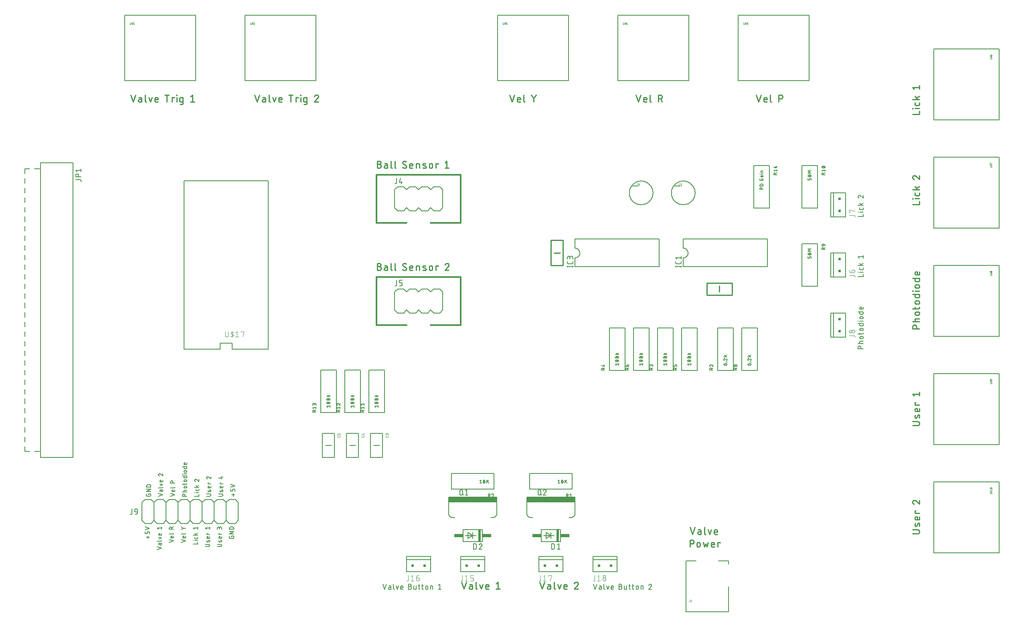
<source format=gto>
G04 EAGLE Gerber X2 export*
%TF.Part,Single*%
%TF.FileFunction,Other,Top Silkscreen*%
%TF.FilePolarity,Positive*%
%TF.GenerationSoftware,Autodesk,EAGLE,8.6.0*%
%TF.CreationDate,2018-02-09T22:15:05Z*%
G75*
%MOMM*%
%FSLAX34Y34*%
%LPD*%
%AMOC8*
5,1,8,0,0,1.08239X$1,22.5*%
G01*
%ADD10C,0.304800*%
%ADD11C,0.279400*%
%ADD12C,0.203200*%
%ADD13C,0.152400*%
%ADD14C,0.025400*%
%ADD15C,0.127000*%
%ADD16C,0.101600*%
%ADD17R,0.508000X0.508000*%
%ADD18R,10.160000X1.016000*%
%ADD19R,0.508000X2.540000*%
%ADD20R,1.905000X0.762000*%
%ADD21C,0.050800*%
%ADD22C,0.254000*%


D10*
X711200Y914400D02*
X889000Y914400D01*
X889000Y812800D01*
X825500Y812800D01*
X711200Y812800D02*
X711200Y914400D01*
X711200Y812800D02*
X774700Y812800D01*
X711200Y698500D02*
X889000Y698500D01*
X889000Y596900D01*
X825500Y596900D01*
X711200Y596900D02*
X711200Y698500D01*
X711200Y596900D02*
X774700Y596900D01*
D11*
X196892Y1068197D02*
X191897Y1083183D01*
X201888Y1083183D02*
X196892Y1068197D01*
X210955Y1074025D02*
X214701Y1074025D01*
X210955Y1074025D02*
X210849Y1074023D01*
X210742Y1074017D01*
X210636Y1074008D01*
X210531Y1073994D01*
X210426Y1073977D01*
X210321Y1073955D01*
X210218Y1073930D01*
X210115Y1073901D01*
X210014Y1073869D01*
X209914Y1073833D01*
X209815Y1073793D01*
X209718Y1073749D01*
X209623Y1073703D01*
X209529Y1073652D01*
X209437Y1073598D01*
X209347Y1073541D01*
X209259Y1073481D01*
X209174Y1073417D01*
X209091Y1073351D01*
X209010Y1073281D01*
X208932Y1073209D01*
X208857Y1073134D01*
X208785Y1073056D01*
X208715Y1072975D01*
X208649Y1072892D01*
X208585Y1072807D01*
X208525Y1072719D01*
X208468Y1072629D01*
X208414Y1072537D01*
X208363Y1072443D01*
X208317Y1072348D01*
X208273Y1072251D01*
X208233Y1072152D01*
X208197Y1072052D01*
X208165Y1071951D01*
X208136Y1071848D01*
X208111Y1071745D01*
X208089Y1071640D01*
X208072Y1071535D01*
X208058Y1071430D01*
X208049Y1071324D01*
X208043Y1071217D01*
X208041Y1071111D01*
X208043Y1071005D01*
X208049Y1070898D01*
X208058Y1070792D01*
X208072Y1070687D01*
X208089Y1070582D01*
X208111Y1070477D01*
X208136Y1070374D01*
X208165Y1070271D01*
X208197Y1070170D01*
X208233Y1070070D01*
X208273Y1069971D01*
X208317Y1069874D01*
X208363Y1069779D01*
X208414Y1069685D01*
X208468Y1069593D01*
X208525Y1069503D01*
X208585Y1069415D01*
X208649Y1069330D01*
X208715Y1069247D01*
X208785Y1069166D01*
X208857Y1069088D01*
X208932Y1069013D01*
X209010Y1068941D01*
X209091Y1068871D01*
X209174Y1068805D01*
X209259Y1068741D01*
X209347Y1068681D01*
X209437Y1068624D01*
X209529Y1068570D01*
X209623Y1068519D01*
X209718Y1068473D01*
X209815Y1068429D01*
X209914Y1068389D01*
X210014Y1068353D01*
X210115Y1068321D01*
X210218Y1068292D01*
X210321Y1068267D01*
X210426Y1068245D01*
X210531Y1068228D01*
X210636Y1068214D01*
X210742Y1068205D01*
X210849Y1068199D01*
X210955Y1068197D01*
X214701Y1068197D01*
X214701Y1075690D01*
X214702Y1075690D02*
X214700Y1075788D01*
X214694Y1075886D01*
X214685Y1075984D01*
X214671Y1076081D01*
X214654Y1076177D01*
X214633Y1076273D01*
X214608Y1076368D01*
X214580Y1076462D01*
X214548Y1076555D01*
X214512Y1076646D01*
X214473Y1076736D01*
X214430Y1076824D01*
X214383Y1076911D01*
X214334Y1076995D01*
X214281Y1077078D01*
X214225Y1077158D01*
X214166Y1077237D01*
X214103Y1077312D01*
X214038Y1077386D01*
X213970Y1077456D01*
X213900Y1077524D01*
X213826Y1077590D01*
X213750Y1077652D01*
X213672Y1077711D01*
X213592Y1077767D01*
X213509Y1077820D01*
X213425Y1077870D01*
X213338Y1077916D01*
X213250Y1077959D01*
X213160Y1077998D01*
X213069Y1078034D01*
X212976Y1078066D01*
X212882Y1078094D01*
X212787Y1078119D01*
X212691Y1078140D01*
X212595Y1078157D01*
X212498Y1078171D01*
X212400Y1078180D01*
X212302Y1078186D01*
X212204Y1078188D01*
X208873Y1078188D01*
X222312Y1083183D02*
X222312Y1070695D01*
X222314Y1070597D01*
X222320Y1070499D01*
X222329Y1070401D01*
X222343Y1070304D01*
X222360Y1070208D01*
X222381Y1070112D01*
X222406Y1070017D01*
X222434Y1069923D01*
X222466Y1069830D01*
X222502Y1069739D01*
X222541Y1069649D01*
X222584Y1069561D01*
X222631Y1069474D01*
X222680Y1069390D01*
X222733Y1069307D01*
X222789Y1069227D01*
X222848Y1069149D01*
X222911Y1069073D01*
X222976Y1068999D01*
X223044Y1068929D01*
X223114Y1068861D01*
X223188Y1068796D01*
X223264Y1068733D01*
X223342Y1068674D01*
X223422Y1068618D01*
X223505Y1068565D01*
X223589Y1068516D01*
X223676Y1068469D01*
X223764Y1068426D01*
X223854Y1068387D01*
X223945Y1068351D01*
X224038Y1068319D01*
X224132Y1068291D01*
X224227Y1068266D01*
X224323Y1068245D01*
X224419Y1068228D01*
X224516Y1068214D01*
X224614Y1068205D01*
X224712Y1068199D01*
X224810Y1068197D01*
X233365Y1068197D02*
X230035Y1078188D01*
X236695Y1078188D02*
X233365Y1068197D01*
X245559Y1068197D02*
X249721Y1068197D01*
X245559Y1068197D02*
X245461Y1068199D01*
X245363Y1068205D01*
X245265Y1068214D01*
X245168Y1068228D01*
X245072Y1068245D01*
X244976Y1068266D01*
X244881Y1068291D01*
X244787Y1068319D01*
X244694Y1068351D01*
X244603Y1068387D01*
X244513Y1068426D01*
X244425Y1068469D01*
X244338Y1068516D01*
X244254Y1068565D01*
X244171Y1068618D01*
X244091Y1068674D01*
X244013Y1068733D01*
X243937Y1068796D01*
X243863Y1068861D01*
X243793Y1068929D01*
X243725Y1068999D01*
X243660Y1069073D01*
X243597Y1069149D01*
X243538Y1069227D01*
X243482Y1069307D01*
X243429Y1069390D01*
X243380Y1069474D01*
X243333Y1069561D01*
X243290Y1069649D01*
X243251Y1069739D01*
X243215Y1069830D01*
X243183Y1069923D01*
X243155Y1070017D01*
X243130Y1070112D01*
X243109Y1070208D01*
X243092Y1070304D01*
X243078Y1070401D01*
X243069Y1070499D01*
X243063Y1070597D01*
X243061Y1070695D01*
X243061Y1074857D01*
X243063Y1074971D01*
X243069Y1075084D01*
X243078Y1075198D01*
X243092Y1075310D01*
X243109Y1075423D01*
X243131Y1075535D01*
X243156Y1075645D01*
X243184Y1075755D01*
X243217Y1075864D01*
X243253Y1075972D01*
X243293Y1076079D01*
X243337Y1076184D01*
X243384Y1076287D01*
X243434Y1076389D01*
X243488Y1076489D01*
X243546Y1076587D01*
X243607Y1076683D01*
X243670Y1076777D01*
X243738Y1076869D01*
X243808Y1076959D01*
X243881Y1077045D01*
X243957Y1077130D01*
X244036Y1077212D01*
X244118Y1077291D01*
X244203Y1077367D01*
X244289Y1077440D01*
X244379Y1077510D01*
X244471Y1077578D01*
X244565Y1077641D01*
X244661Y1077702D01*
X244759Y1077760D01*
X244859Y1077814D01*
X244961Y1077864D01*
X245064Y1077911D01*
X245169Y1077955D01*
X245276Y1077995D01*
X245384Y1078031D01*
X245493Y1078064D01*
X245603Y1078092D01*
X245713Y1078117D01*
X245825Y1078139D01*
X245938Y1078156D01*
X246050Y1078170D01*
X246164Y1078179D01*
X246277Y1078185D01*
X246391Y1078187D01*
X246505Y1078185D01*
X246618Y1078179D01*
X246732Y1078170D01*
X246844Y1078156D01*
X246957Y1078139D01*
X247069Y1078117D01*
X247179Y1078092D01*
X247289Y1078064D01*
X247398Y1078031D01*
X247506Y1077995D01*
X247613Y1077955D01*
X247718Y1077911D01*
X247821Y1077864D01*
X247923Y1077814D01*
X248023Y1077760D01*
X248121Y1077702D01*
X248217Y1077641D01*
X248311Y1077578D01*
X248403Y1077510D01*
X248493Y1077440D01*
X248579Y1077367D01*
X248664Y1077291D01*
X248746Y1077212D01*
X248825Y1077130D01*
X248901Y1077045D01*
X248974Y1076959D01*
X249044Y1076869D01*
X249112Y1076777D01*
X249175Y1076683D01*
X249236Y1076587D01*
X249294Y1076489D01*
X249348Y1076389D01*
X249398Y1076287D01*
X249445Y1076184D01*
X249489Y1076079D01*
X249529Y1075972D01*
X249565Y1075864D01*
X249598Y1075755D01*
X249626Y1075645D01*
X249651Y1075535D01*
X249673Y1075423D01*
X249690Y1075310D01*
X249704Y1075198D01*
X249713Y1075084D01*
X249719Y1074971D01*
X249721Y1074857D01*
X249721Y1073192D01*
X243061Y1073192D01*
X268275Y1068197D02*
X268275Y1083183D01*
X264112Y1083183D02*
X272438Y1083183D01*
X279141Y1078188D02*
X279141Y1068197D01*
X279141Y1078188D02*
X284136Y1078188D01*
X284136Y1076523D01*
X289117Y1078188D02*
X289117Y1068197D01*
X288700Y1082350D02*
X288700Y1083183D01*
X289533Y1083183D01*
X289533Y1082350D01*
X288700Y1082350D01*
X298073Y1068197D02*
X302236Y1068197D01*
X298073Y1068197D02*
X297975Y1068199D01*
X297877Y1068205D01*
X297779Y1068214D01*
X297682Y1068228D01*
X297586Y1068245D01*
X297490Y1068266D01*
X297395Y1068291D01*
X297301Y1068319D01*
X297208Y1068351D01*
X297117Y1068387D01*
X297027Y1068426D01*
X296939Y1068469D01*
X296852Y1068516D01*
X296768Y1068565D01*
X296685Y1068618D01*
X296605Y1068674D01*
X296527Y1068733D01*
X296451Y1068796D01*
X296377Y1068861D01*
X296307Y1068929D01*
X296239Y1068999D01*
X296174Y1069073D01*
X296111Y1069149D01*
X296052Y1069227D01*
X295996Y1069307D01*
X295943Y1069390D01*
X295894Y1069474D01*
X295847Y1069561D01*
X295804Y1069649D01*
X295765Y1069739D01*
X295729Y1069830D01*
X295697Y1069923D01*
X295669Y1070017D01*
X295644Y1070112D01*
X295623Y1070208D01*
X295606Y1070304D01*
X295592Y1070401D01*
X295583Y1070499D01*
X295577Y1070597D01*
X295575Y1070695D01*
X295576Y1070695D02*
X295576Y1075690D01*
X295575Y1075690D02*
X295577Y1075788D01*
X295583Y1075886D01*
X295592Y1075984D01*
X295606Y1076081D01*
X295623Y1076177D01*
X295644Y1076273D01*
X295669Y1076368D01*
X295697Y1076462D01*
X295729Y1076555D01*
X295765Y1076646D01*
X295804Y1076736D01*
X295847Y1076824D01*
X295894Y1076911D01*
X295943Y1076995D01*
X295996Y1077078D01*
X296052Y1077158D01*
X296111Y1077237D01*
X296174Y1077312D01*
X296239Y1077386D01*
X296307Y1077456D01*
X296377Y1077524D01*
X296451Y1077590D01*
X296527Y1077652D01*
X296605Y1077711D01*
X296685Y1077767D01*
X296768Y1077820D01*
X296852Y1077870D01*
X296939Y1077916D01*
X297027Y1077959D01*
X297117Y1077998D01*
X297208Y1078034D01*
X297301Y1078066D01*
X297395Y1078094D01*
X297490Y1078119D01*
X297586Y1078140D01*
X297682Y1078157D01*
X297779Y1078171D01*
X297877Y1078180D01*
X297975Y1078186D01*
X298073Y1078188D01*
X302236Y1078188D01*
X302236Y1065699D01*
X302234Y1065601D01*
X302228Y1065503D01*
X302219Y1065405D01*
X302205Y1065308D01*
X302188Y1065212D01*
X302167Y1065116D01*
X302142Y1065021D01*
X302114Y1064927D01*
X302082Y1064834D01*
X302046Y1064743D01*
X302007Y1064653D01*
X301964Y1064565D01*
X301917Y1064478D01*
X301868Y1064394D01*
X301815Y1064311D01*
X301759Y1064231D01*
X301700Y1064152D01*
X301637Y1064077D01*
X301572Y1064003D01*
X301504Y1063933D01*
X301434Y1063865D01*
X301360Y1063799D01*
X301284Y1063737D01*
X301206Y1063678D01*
X301126Y1063622D01*
X301043Y1063569D01*
X300959Y1063519D01*
X300872Y1063473D01*
X300784Y1063430D01*
X300694Y1063391D01*
X300603Y1063355D01*
X300510Y1063323D01*
X300416Y1063295D01*
X300321Y1063270D01*
X300225Y1063249D01*
X300129Y1063232D01*
X300032Y1063218D01*
X299934Y1063209D01*
X299836Y1063203D01*
X299738Y1063201D01*
X299738Y1063202D02*
X296408Y1063202D01*
X318300Y1079853D02*
X322463Y1083183D01*
X322463Y1068197D01*
X318300Y1068197D02*
X326626Y1068197D01*
X453517Y1083183D02*
X458512Y1068197D01*
X463508Y1083183D01*
X472575Y1074025D02*
X476321Y1074025D01*
X472575Y1074025D02*
X472469Y1074023D01*
X472362Y1074017D01*
X472256Y1074008D01*
X472151Y1073994D01*
X472046Y1073977D01*
X471941Y1073955D01*
X471838Y1073930D01*
X471735Y1073901D01*
X471634Y1073869D01*
X471534Y1073833D01*
X471435Y1073793D01*
X471338Y1073749D01*
X471243Y1073703D01*
X471149Y1073652D01*
X471057Y1073598D01*
X470967Y1073541D01*
X470879Y1073481D01*
X470794Y1073417D01*
X470711Y1073351D01*
X470630Y1073281D01*
X470552Y1073209D01*
X470477Y1073134D01*
X470405Y1073056D01*
X470335Y1072975D01*
X470269Y1072892D01*
X470205Y1072807D01*
X470145Y1072719D01*
X470088Y1072629D01*
X470034Y1072537D01*
X469983Y1072443D01*
X469937Y1072348D01*
X469893Y1072251D01*
X469853Y1072152D01*
X469817Y1072052D01*
X469785Y1071951D01*
X469756Y1071848D01*
X469731Y1071745D01*
X469709Y1071640D01*
X469692Y1071535D01*
X469678Y1071430D01*
X469669Y1071324D01*
X469663Y1071217D01*
X469661Y1071111D01*
X469663Y1071005D01*
X469669Y1070898D01*
X469678Y1070792D01*
X469692Y1070687D01*
X469709Y1070582D01*
X469731Y1070477D01*
X469756Y1070374D01*
X469785Y1070271D01*
X469817Y1070170D01*
X469853Y1070070D01*
X469893Y1069971D01*
X469937Y1069874D01*
X469983Y1069779D01*
X470034Y1069685D01*
X470088Y1069593D01*
X470145Y1069503D01*
X470205Y1069415D01*
X470269Y1069330D01*
X470335Y1069247D01*
X470405Y1069166D01*
X470477Y1069088D01*
X470552Y1069013D01*
X470630Y1068941D01*
X470711Y1068871D01*
X470794Y1068805D01*
X470879Y1068741D01*
X470967Y1068681D01*
X471057Y1068624D01*
X471149Y1068570D01*
X471243Y1068519D01*
X471338Y1068473D01*
X471435Y1068429D01*
X471534Y1068389D01*
X471634Y1068353D01*
X471735Y1068321D01*
X471838Y1068292D01*
X471941Y1068267D01*
X472046Y1068245D01*
X472151Y1068228D01*
X472256Y1068214D01*
X472362Y1068205D01*
X472469Y1068199D01*
X472575Y1068197D01*
X476321Y1068197D01*
X476321Y1075690D01*
X476322Y1075690D02*
X476320Y1075788D01*
X476314Y1075886D01*
X476305Y1075984D01*
X476291Y1076081D01*
X476274Y1076177D01*
X476253Y1076273D01*
X476228Y1076368D01*
X476200Y1076462D01*
X476168Y1076555D01*
X476132Y1076646D01*
X476093Y1076736D01*
X476050Y1076824D01*
X476003Y1076911D01*
X475954Y1076995D01*
X475901Y1077078D01*
X475845Y1077158D01*
X475786Y1077237D01*
X475723Y1077312D01*
X475658Y1077386D01*
X475590Y1077456D01*
X475520Y1077524D01*
X475446Y1077590D01*
X475370Y1077652D01*
X475292Y1077711D01*
X475212Y1077767D01*
X475129Y1077820D01*
X475045Y1077870D01*
X474958Y1077916D01*
X474870Y1077959D01*
X474780Y1077998D01*
X474689Y1078034D01*
X474596Y1078066D01*
X474502Y1078094D01*
X474407Y1078119D01*
X474311Y1078140D01*
X474215Y1078157D01*
X474118Y1078171D01*
X474020Y1078180D01*
X473922Y1078186D01*
X473824Y1078188D01*
X470493Y1078188D01*
X483932Y1083183D02*
X483932Y1070695D01*
X483934Y1070597D01*
X483940Y1070499D01*
X483949Y1070401D01*
X483963Y1070304D01*
X483980Y1070208D01*
X484001Y1070112D01*
X484026Y1070017D01*
X484054Y1069923D01*
X484086Y1069830D01*
X484122Y1069739D01*
X484161Y1069649D01*
X484204Y1069561D01*
X484251Y1069474D01*
X484300Y1069390D01*
X484353Y1069307D01*
X484409Y1069227D01*
X484468Y1069149D01*
X484531Y1069073D01*
X484596Y1068999D01*
X484664Y1068929D01*
X484734Y1068861D01*
X484808Y1068796D01*
X484884Y1068733D01*
X484962Y1068674D01*
X485042Y1068618D01*
X485125Y1068565D01*
X485209Y1068516D01*
X485296Y1068469D01*
X485384Y1068426D01*
X485474Y1068387D01*
X485565Y1068351D01*
X485658Y1068319D01*
X485752Y1068291D01*
X485847Y1068266D01*
X485943Y1068245D01*
X486039Y1068228D01*
X486136Y1068214D01*
X486234Y1068205D01*
X486332Y1068199D01*
X486430Y1068197D01*
X494985Y1068197D02*
X491655Y1078188D01*
X498315Y1078188D02*
X494985Y1068197D01*
X507179Y1068197D02*
X511341Y1068197D01*
X507179Y1068197D02*
X507081Y1068199D01*
X506983Y1068205D01*
X506885Y1068214D01*
X506788Y1068228D01*
X506692Y1068245D01*
X506596Y1068266D01*
X506501Y1068291D01*
X506407Y1068319D01*
X506314Y1068351D01*
X506223Y1068387D01*
X506133Y1068426D01*
X506045Y1068469D01*
X505958Y1068516D01*
X505874Y1068565D01*
X505791Y1068618D01*
X505711Y1068674D01*
X505633Y1068733D01*
X505557Y1068796D01*
X505483Y1068861D01*
X505413Y1068929D01*
X505345Y1068999D01*
X505280Y1069073D01*
X505217Y1069149D01*
X505158Y1069227D01*
X505102Y1069307D01*
X505049Y1069390D01*
X505000Y1069474D01*
X504953Y1069561D01*
X504910Y1069649D01*
X504871Y1069739D01*
X504835Y1069830D01*
X504803Y1069923D01*
X504775Y1070017D01*
X504750Y1070112D01*
X504729Y1070208D01*
X504712Y1070304D01*
X504698Y1070401D01*
X504689Y1070499D01*
X504683Y1070597D01*
X504681Y1070695D01*
X504681Y1074857D01*
X504683Y1074971D01*
X504689Y1075084D01*
X504698Y1075198D01*
X504712Y1075310D01*
X504729Y1075423D01*
X504751Y1075535D01*
X504776Y1075645D01*
X504804Y1075755D01*
X504837Y1075864D01*
X504873Y1075972D01*
X504913Y1076079D01*
X504957Y1076184D01*
X505004Y1076287D01*
X505054Y1076389D01*
X505108Y1076489D01*
X505166Y1076587D01*
X505227Y1076683D01*
X505290Y1076777D01*
X505358Y1076869D01*
X505428Y1076959D01*
X505501Y1077045D01*
X505577Y1077130D01*
X505656Y1077212D01*
X505738Y1077291D01*
X505823Y1077367D01*
X505909Y1077440D01*
X505999Y1077510D01*
X506091Y1077578D01*
X506185Y1077641D01*
X506281Y1077702D01*
X506379Y1077760D01*
X506479Y1077814D01*
X506581Y1077864D01*
X506684Y1077911D01*
X506789Y1077955D01*
X506896Y1077995D01*
X507004Y1078031D01*
X507113Y1078064D01*
X507223Y1078092D01*
X507333Y1078117D01*
X507445Y1078139D01*
X507558Y1078156D01*
X507670Y1078170D01*
X507784Y1078179D01*
X507897Y1078185D01*
X508011Y1078187D01*
X508125Y1078185D01*
X508238Y1078179D01*
X508352Y1078170D01*
X508464Y1078156D01*
X508577Y1078139D01*
X508689Y1078117D01*
X508799Y1078092D01*
X508909Y1078064D01*
X509018Y1078031D01*
X509126Y1077995D01*
X509233Y1077955D01*
X509338Y1077911D01*
X509441Y1077864D01*
X509543Y1077814D01*
X509643Y1077760D01*
X509741Y1077702D01*
X509837Y1077641D01*
X509931Y1077578D01*
X510023Y1077510D01*
X510113Y1077440D01*
X510199Y1077367D01*
X510284Y1077291D01*
X510366Y1077212D01*
X510445Y1077130D01*
X510521Y1077045D01*
X510594Y1076959D01*
X510664Y1076869D01*
X510732Y1076777D01*
X510795Y1076683D01*
X510856Y1076587D01*
X510914Y1076489D01*
X510968Y1076389D01*
X511018Y1076287D01*
X511065Y1076184D01*
X511109Y1076079D01*
X511149Y1075972D01*
X511185Y1075864D01*
X511218Y1075755D01*
X511246Y1075645D01*
X511271Y1075535D01*
X511293Y1075423D01*
X511310Y1075310D01*
X511324Y1075198D01*
X511333Y1075084D01*
X511339Y1074971D01*
X511341Y1074857D01*
X511341Y1073192D01*
X504681Y1073192D01*
X529895Y1068197D02*
X529895Y1083183D01*
X525732Y1083183D02*
X534058Y1083183D01*
X540761Y1078188D02*
X540761Y1068197D01*
X540761Y1078188D02*
X545756Y1078188D01*
X545756Y1076523D01*
X550737Y1078188D02*
X550737Y1068197D01*
X550320Y1082350D02*
X550320Y1083183D01*
X551153Y1083183D01*
X551153Y1082350D01*
X550320Y1082350D01*
X559693Y1068197D02*
X563856Y1068197D01*
X559693Y1068197D02*
X559595Y1068199D01*
X559497Y1068205D01*
X559399Y1068214D01*
X559302Y1068228D01*
X559206Y1068245D01*
X559110Y1068266D01*
X559015Y1068291D01*
X558921Y1068319D01*
X558828Y1068351D01*
X558737Y1068387D01*
X558647Y1068426D01*
X558559Y1068469D01*
X558472Y1068516D01*
X558388Y1068565D01*
X558305Y1068618D01*
X558225Y1068674D01*
X558147Y1068733D01*
X558071Y1068796D01*
X557997Y1068861D01*
X557927Y1068929D01*
X557859Y1068999D01*
X557794Y1069073D01*
X557731Y1069149D01*
X557672Y1069227D01*
X557616Y1069307D01*
X557563Y1069390D01*
X557514Y1069474D01*
X557467Y1069561D01*
X557424Y1069649D01*
X557385Y1069739D01*
X557349Y1069830D01*
X557317Y1069923D01*
X557289Y1070017D01*
X557264Y1070112D01*
X557243Y1070208D01*
X557226Y1070304D01*
X557212Y1070401D01*
X557203Y1070499D01*
X557197Y1070597D01*
X557195Y1070695D01*
X557196Y1070695D02*
X557196Y1075690D01*
X557195Y1075690D02*
X557197Y1075788D01*
X557203Y1075886D01*
X557212Y1075984D01*
X557226Y1076081D01*
X557243Y1076177D01*
X557264Y1076273D01*
X557289Y1076368D01*
X557317Y1076462D01*
X557349Y1076555D01*
X557385Y1076646D01*
X557424Y1076736D01*
X557467Y1076824D01*
X557514Y1076911D01*
X557563Y1076995D01*
X557616Y1077078D01*
X557672Y1077158D01*
X557731Y1077237D01*
X557794Y1077312D01*
X557859Y1077386D01*
X557927Y1077456D01*
X557997Y1077524D01*
X558071Y1077590D01*
X558147Y1077652D01*
X558225Y1077711D01*
X558305Y1077767D01*
X558388Y1077820D01*
X558472Y1077870D01*
X558559Y1077916D01*
X558647Y1077959D01*
X558737Y1077998D01*
X558828Y1078034D01*
X558921Y1078066D01*
X559015Y1078094D01*
X559110Y1078119D01*
X559206Y1078140D01*
X559302Y1078157D01*
X559399Y1078171D01*
X559497Y1078180D01*
X559595Y1078186D01*
X559693Y1078188D01*
X563856Y1078188D01*
X563856Y1065699D01*
X563854Y1065601D01*
X563848Y1065503D01*
X563839Y1065405D01*
X563825Y1065308D01*
X563808Y1065212D01*
X563787Y1065116D01*
X563762Y1065021D01*
X563734Y1064927D01*
X563702Y1064834D01*
X563666Y1064743D01*
X563627Y1064653D01*
X563584Y1064565D01*
X563537Y1064478D01*
X563488Y1064394D01*
X563435Y1064311D01*
X563379Y1064231D01*
X563320Y1064152D01*
X563257Y1064077D01*
X563192Y1064003D01*
X563124Y1063933D01*
X563054Y1063865D01*
X562980Y1063799D01*
X562904Y1063737D01*
X562826Y1063678D01*
X562746Y1063622D01*
X562663Y1063569D01*
X562579Y1063519D01*
X562492Y1063473D01*
X562404Y1063430D01*
X562314Y1063391D01*
X562223Y1063355D01*
X562130Y1063323D01*
X562036Y1063295D01*
X561941Y1063270D01*
X561845Y1063249D01*
X561749Y1063232D01*
X561652Y1063218D01*
X561554Y1063209D01*
X561456Y1063203D01*
X561358Y1063201D01*
X561358Y1063202D02*
X558028Y1063202D01*
X584499Y1083184D02*
X584619Y1083182D01*
X584739Y1083176D01*
X584859Y1083167D01*
X584978Y1083153D01*
X585097Y1083136D01*
X585215Y1083115D01*
X585333Y1083090D01*
X585449Y1083061D01*
X585565Y1083029D01*
X585680Y1082993D01*
X585793Y1082953D01*
X585905Y1082910D01*
X586016Y1082863D01*
X586125Y1082813D01*
X586232Y1082759D01*
X586338Y1082702D01*
X586441Y1082641D01*
X586543Y1082577D01*
X586643Y1082510D01*
X586740Y1082440D01*
X586835Y1082367D01*
X586928Y1082290D01*
X587018Y1082211D01*
X587106Y1082129D01*
X587191Y1082044D01*
X587273Y1081956D01*
X587352Y1081866D01*
X587429Y1081773D01*
X587502Y1081678D01*
X587572Y1081581D01*
X587639Y1081481D01*
X587703Y1081379D01*
X587764Y1081276D01*
X587821Y1081170D01*
X587875Y1081063D01*
X587925Y1080954D01*
X587972Y1080843D01*
X588015Y1080731D01*
X588055Y1080618D01*
X588091Y1080503D01*
X588123Y1080387D01*
X588152Y1080271D01*
X588177Y1080153D01*
X588198Y1080035D01*
X588215Y1079916D01*
X588229Y1079797D01*
X588238Y1079677D01*
X588244Y1079557D01*
X588246Y1079437D01*
X584499Y1083183D02*
X584361Y1083181D01*
X584224Y1083175D01*
X584087Y1083165D01*
X583950Y1083152D01*
X583814Y1083134D01*
X583678Y1083112D01*
X583542Y1083087D01*
X583408Y1083058D01*
X583275Y1083025D01*
X583142Y1082988D01*
X583011Y1082947D01*
X582880Y1082903D01*
X582752Y1082855D01*
X582624Y1082803D01*
X582498Y1082747D01*
X582374Y1082688D01*
X582251Y1082626D01*
X582131Y1082560D01*
X582012Y1082491D01*
X581895Y1082418D01*
X581781Y1082342D01*
X581668Y1082262D01*
X581558Y1082180D01*
X581450Y1082094D01*
X581345Y1082006D01*
X581243Y1081914D01*
X581143Y1081820D01*
X581045Y1081722D01*
X580951Y1081622D01*
X580860Y1081519D01*
X580771Y1081414D01*
X580686Y1081306D01*
X580603Y1081196D01*
X580524Y1081084D01*
X580448Y1080969D01*
X580375Y1080852D01*
X580306Y1080733D01*
X580240Y1080613D01*
X580178Y1080490D01*
X580119Y1080366D01*
X580064Y1080240D01*
X580012Y1080112D01*
X579964Y1079983D01*
X579920Y1079853D01*
X586997Y1076523D02*
X587087Y1076611D01*
X587173Y1076702D01*
X587257Y1076795D01*
X587338Y1076891D01*
X587416Y1076989D01*
X587490Y1077089D01*
X587562Y1077192D01*
X587630Y1077297D01*
X587695Y1077405D01*
X587757Y1077514D01*
X587815Y1077625D01*
X587870Y1077738D01*
X587921Y1077852D01*
X587968Y1077968D01*
X588012Y1078085D01*
X588052Y1078204D01*
X588089Y1078324D01*
X588122Y1078445D01*
X588151Y1078567D01*
X588176Y1078689D01*
X588197Y1078813D01*
X588215Y1078937D01*
X588228Y1079062D01*
X588238Y1079187D01*
X588244Y1079312D01*
X588246Y1079437D01*
X586997Y1076523D02*
X579920Y1068197D01*
X588246Y1068197D01*
X991997Y1083183D02*
X996992Y1068197D01*
X1001988Y1083183D01*
X1010749Y1068197D02*
X1014912Y1068197D01*
X1010749Y1068197D02*
X1010651Y1068199D01*
X1010553Y1068205D01*
X1010455Y1068214D01*
X1010358Y1068228D01*
X1010262Y1068245D01*
X1010166Y1068266D01*
X1010071Y1068291D01*
X1009977Y1068319D01*
X1009884Y1068351D01*
X1009793Y1068387D01*
X1009703Y1068426D01*
X1009615Y1068469D01*
X1009528Y1068516D01*
X1009444Y1068565D01*
X1009361Y1068618D01*
X1009281Y1068674D01*
X1009203Y1068733D01*
X1009127Y1068796D01*
X1009053Y1068861D01*
X1008983Y1068929D01*
X1008915Y1068999D01*
X1008850Y1069073D01*
X1008787Y1069149D01*
X1008728Y1069227D01*
X1008672Y1069307D01*
X1008619Y1069390D01*
X1008570Y1069474D01*
X1008523Y1069561D01*
X1008480Y1069649D01*
X1008441Y1069739D01*
X1008405Y1069830D01*
X1008373Y1069923D01*
X1008345Y1070017D01*
X1008320Y1070112D01*
X1008299Y1070208D01*
X1008282Y1070304D01*
X1008268Y1070401D01*
X1008259Y1070499D01*
X1008253Y1070597D01*
X1008251Y1070695D01*
X1008251Y1074857D01*
X1008253Y1074971D01*
X1008259Y1075084D01*
X1008268Y1075198D01*
X1008282Y1075310D01*
X1008299Y1075423D01*
X1008321Y1075535D01*
X1008346Y1075645D01*
X1008374Y1075755D01*
X1008407Y1075864D01*
X1008443Y1075972D01*
X1008483Y1076079D01*
X1008527Y1076184D01*
X1008574Y1076287D01*
X1008624Y1076389D01*
X1008678Y1076489D01*
X1008736Y1076587D01*
X1008797Y1076683D01*
X1008860Y1076777D01*
X1008928Y1076869D01*
X1008998Y1076959D01*
X1009071Y1077045D01*
X1009147Y1077130D01*
X1009226Y1077212D01*
X1009308Y1077291D01*
X1009393Y1077367D01*
X1009479Y1077440D01*
X1009569Y1077510D01*
X1009661Y1077578D01*
X1009755Y1077641D01*
X1009851Y1077702D01*
X1009949Y1077760D01*
X1010049Y1077814D01*
X1010151Y1077864D01*
X1010254Y1077911D01*
X1010359Y1077955D01*
X1010466Y1077995D01*
X1010574Y1078031D01*
X1010683Y1078064D01*
X1010793Y1078092D01*
X1010903Y1078117D01*
X1011015Y1078139D01*
X1011128Y1078156D01*
X1011240Y1078170D01*
X1011354Y1078179D01*
X1011467Y1078185D01*
X1011581Y1078187D01*
X1011695Y1078185D01*
X1011808Y1078179D01*
X1011922Y1078170D01*
X1012034Y1078156D01*
X1012147Y1078139D01*
X1012259Y1078117D01*
X1012369Y1078092D01*
X1012479Y1078064D01*
X1012588Y1078031D01*
X1012696Y1077995D01*
X1012803Y1077955D01*
X1012908Y1077911D01*
X1013011Y1077864D01*
X1013113Y1077814D01*
X1013213Y1077760D01*
X1013311Y1077702D01*
X1013407Y1077641D01*
X1013501Y1077578D01*
X1013593Y1077510D01*
X1013683Y1077440D01*
X1013769Y1077367D01*
X1013854Y1077291D01*
X1013936Y1077212D01*
X1014015Y1077130D01*
X1014091Y1077045D01*
X1014164Y1076959D01*
X1014234Y1076869D01*
X1014302Y1076777D01*
X1014365Y1076683D01*
X1014426Y1076587D01*
X1014484Y1076489D01*
X1014538Y1076389D01*
X1014588Y1076287D01*
X1014635Y1076184D01*
X1014679Y1076079D01*
X1014719Y1075972D01*
X1014755Y1075864D01*
X1014788Y1075755D01*
X1014816Y1075645D01*
X1014841Y1075535D01*
X1014863Y1075423D01*
X1014880Y1075310D01*
X1014894Y1075198D01*
X1014903Y1075084D01*
X1014909Y1074971D01*
X1014911Y1074857D01*
X1014912Y1074857D02*
X1014912Y1073192D01*
X1008251Y1073192D01*
X1021891Y1070695D02*
X1021891Y1083183D01*
X1021891Y1070695D02*
X1021893Y1070597D01*
X1021899Y1070499D01*
X1021908Y1070401D01*
X1021922Y1070304D01*
X1021939Y1070208D01*
X1021960Y1070112D01*
X1021985Y1070017D01*
X1022013Y1069923D01*
X1022045Y1069830D01*
X1022081Y1069739D01*
X1022120Y1069649D01*
X1022163Y1069561D01*
X1022210Y1069474D01*
X1022259Y1069390D01*
X1022312Y1069307D01*
X1022368Y1069227D01*
X1022427Y1069149D01*
X1022490Y1069073D01*
X1022555Y1068999D01*
X1022623Y1068929D01*
X1022693Y1068861D01*
X1022767Y1068796D01*
X1022843Y1068733D01*
X1022921Y1068674D01*
X1023001Y1068618D01*
X1023084Y1068565D01*
X1023168Y1068516D01*
X1023255Y1068469D01*
X1023343Y1068426D01*
X1023433Y1068387D01*
X1023524Y1068351D01*
X1023617Y1068319D01*
X1023711Y1068291D01*
X1023806Y1068266D01*
X1023902Y1068245D01*
X1023998Y1068228D01*
X1024095Y1068214D01*
X1024193Y1068205D01*
X1024291Y1068199D01*
X1024389Y1068197D01*
X1042844Y1076106D02*
X1037849Y1083183D01*
X1042844Y1076106D02*
X1047839Y1083183D01*
X1042844Y1076106D02*
X1042844Y1068197D01*
X1258697Y1083183D02*
X1263692Y1068197D01*
X1268688Y1083183D01*
X1277449Y1068197D02*
X1281612Y1068197D01*
X1277449Y1068197D02*
X1277351Y1068199D01*
X1277253Y1068205D01*
X1277155Y1068214D01*
X1277058Y1068228D01*
X1276962Y1068245D01*
X1276866Y1068266D01*
X1276771Y1068291D01*
X1276677Y1068319D01*
X1276584Y1068351D01*
X1276493Y1068387D01*
X1276403Y1068426D01*
X1276315Y1068469D01*
X1276228Y1068516D01*
X1276144Y1068565D01*
X1276061Y1068618D01*
X1275981Y1068674D01*
X1275903Y1068733D01*
X1275827Y1068796D01*
X1275753Y1068861D01*
X1275683Y1068929D01*
X1275615Y1068999D01*
X1275550Y1069073D01*
X1275487Y1069149D01*
X1275428Y1069227D01*
X1275372Y1069307D01*
X1275319Y1069390D01*
X1275270Y1069474D01*
X1275223Y1069561D01*
X1275180Y1069649D01*
X1275141Y1069739D01*
X1275105Y1069830D01*
X1275073Y1069923D01*
X1275045Y1070017D01*
X1275020Y1070112D01*
X1274999Y1070208D01*
X1274982Y1070304D01*
X1274968Y1070401D01*
X1274959Y1070499D01*
X1274953Y1070597D01*
X1274951Y1070695D01*
X1274951Y1074857D01*
X1274953Y1074971D01*
X1274959Y1075084D01*
X1274968Y1075198D01*
X1274982Y1075310D01*
X1274999Y1075423D01*
X1275021Y1075535D01*
X1275046Y1075645D01*
X1275074Y1075755D01*
X1275107Y1075864D01*
X1275143Y1075972D01*
X1275183Y1076079D01*
X1275227Y1076184D01*
X1275274Y1076287D01*
X1275324Y1076389D01*
X1275378Y1076489D01*
X1275436Y1076587D01*
X1275497Y1076683D01*
X1275560Y1076777D01*
X1275628Y1076869D01*
X1275698Y1076959D01*
X1275771Y1077045D01*
X1275847Y1077130D01*
X1275926Y1077212D01*
X1276008Y1077291D01*
X1276093Y1077367D01*
X1276179Y1077440D01*
X1276269Y1077510D01*
X1276361Y1077578D01*
X1276455Y1077641D01*
X1276551Y1077702D01*
X1276649Y1077760D01*
X1276749Y1077814D01*
X1276851Y1077864D01*
X1276954Y1077911D01*
X1277059Y1077955D01*
X1277166Y1077995D01*
X1277274Y1078031D01*
X1277383Y1078064D01*
X1277493Y1078092D01*
X1277603Y1078117D01*
X1277715Y1078139D01*
X1277828Y1078156D01*
X1277940Y1078170D01*
X1278054Y1078179D01*
X1278167Y1078185D01*
X1278281Y1078187D01*
X1278395Y1078185D01*
X1278508Y1078179D01*
X1278622Y1078170D01*
X1278734Y1078156D01*
X1278847Y1078139D01*
X1278959Y1078117D01*
X1279069Y1078092D01*
X1279179Y1078064D01*
X1279288Y1078031D01*
X1279396Y1077995D01*
X1279503Y1077955D01*
X1279608Y1077911D01*
X1279711Y1077864D01*
X1279813Y1077814D01*
X1279913Y1077760D01*
X1280011Y1077702D01*
X1280107Y1077641D01*
X1280201Y1077578D01*
X1280293Y1077510D01*
X1280383Y1077440D01*
X1280469Y1077367D01*
X1280554Y1077291D01*
X1280636Y1077212D01*
X1280715Y1077130D01*
X1280791Y1077045D01*
X1280864Y1076959D01*
X1280934Y1076869D01*
X1281002Y1076777D01*
X1281065Y1076683D01*
X1281126Y1076587D01*
X1281184Y1076489D01*
X1281238Y1076389D01*
X1281288Y1076287D01*
X1281335Y1076184D01*
X1281379Y1076079D01*
X1281419Y1075972D01*
X1281455Y1075864D01*
X1281488Y1075755D01*
X1281516Y1075645D01*
X1281541Y1075535D01*
X1281563Y1075423D01*
X1281580Y1075310D01*
X1281594Y1075198D01*
X1281603Y1075084D01*
X1281609Y1074971D01*
X1281611Y1074857D01*
X1281612Y1074857D02*
X1281612Y1073192D01*
X1274951Y1073192D01*
X1288591Y1070695D02*
X1288591Y1083183D01*
X1288591Y1070695D02*
X1288593Y1070597D01*
X1288599Y1070499D01*
X1288608Y1070401D01*
X1288622Y1070304D01*
X1288639Y1070208D01*
X1288660Y1070112D01*
X1288685Y1070017D01*
X1288713Y1069923D01*
X1288745Y1069830D01*
X1288781Y1069739D01*
X1288820Y1069649D01*
X1288863Y1069561D01*
X1288910Y1069474D01*
X1288959Y1069390D01*
X1289012Y1069307D01*
X1289068Y1069227D01*
X1289127Y1069149D01*
X1289190Y1069073D01*
X1289255Y1068999D01*
X1289323Y1068929D01*
X1289393Y1068861D01*
X1289467Y1068796D01*
X1289543Y1068733D01*
X1289621Y1068674D01*
X1289701Y1068618D01*
X1289784Y1068565D01*
X1289868Y1068516D01*
X1289955Y1068469D01*
X1290043Y1068426D01*
X1290133Y1068387D01*
X1290224Y1068351D01*
X1290317Y1068319D01*
X1290411Y1068291D01*
X1290506Y1068266D01*
X1290602Y1068245D01*
X1290698Y1068228D01*
X1290795Y1068214D01*
X1290893Y1068205D01*
X1290991Y1068199D01*
X1291089Y1068197D01*
X1306040Y1068197D02*
X1306040Y1083183D01*
X1310203Y1083183D01*
X1310331Y1083181D01*
X1310459Y1083175D01*
X1310587Y1083165D01*
X1310715Y1083151D01*
X1310842Y1083134D01*
X1310968Y1083112D01*
X1311094Y1083087D01*
X1311218Y1083057D01*
X1311342Y1083024D01*
X1311465Y1082987D01*
X1311587Y1082946D01*
X1311707Y1082902D01*
X1311826Y1082854D01*
X1311943Y1082802D01*
X1312059Y1082747D01*
X1312172Y1082688D01*
X1312285Y1082625D01*
X1312395Y1082559D01*
X1312502Y1082490D01*
X1312608Y1082418D01*
X1312712Y1082342D01*
X1312813Y1082263D01*
X1312912Y1082181D01*
X1313008Y1082096D01*
X1313101Y1082009D01*
X1313192Y1081918D01*
X1313279Y1081825D01*
X1313364Y1081729D01*
X1313446Y1081630D01*
X1313525Y1081529D01*
X1313601Y1081425D01*
X1313673Y1081319D01*
X1313742Y1081212D01*
X1313808Y1081102D01*
X1313871Y1080989D01*
X1313930Y1080876D01*
X1313985Y1080760D01*
X1314037Y1080643D01*
X1314085Y1080524D01*
X1314129Y1080404D01*
X1314170Y1080282D01*
X1314207Y1080159D01*
X1314240Y1080035D01*
X1314270Y1079911D01*
X1314295Y1079785D01*
X1314317Y1079659D01*
X1314334Y1079532D01*
X1314348Y1079404D01*
X1314358Y1079276D01*
X1314364Y1079148D01*
X1314366Y1079020D01*
X1314364Y1078892D01*
X1314358Y1078764D01*
X1314348Y1078636D01*
X1314334Y1078508D01*
X1314317Y1078381D01*
X1314295Y1078255D01*
X1314270Y1078129D01*
X1314240Y1078005D01*
X1314207Y1077881D01*
X1314170Y1077758D01*
X1314129Y1077636D01*
X1314085Y1077516D01*
X1314037Y1077397D01*
X1313985Y1077280D01*
X1313930Y1077164D01*
X1313871Y1077051D01*
X1313808Y1076939D01*
X1313742Y1076828D01*
X1313673Y1076721D01*
X1313601Y1076615D01*
X1313525Y1076511D01*
X1313446Y1076410D01*
X1313364Y1076311D01*
X1313279Y1076215D01*
X1313192Y1076122D01*
X1313101Y1076031D01*
X1313008Y1075944D01*
X1312912Y1075859D01*
X1312813Y1075777D01*
X1312712Y1075698D01*
X1312608Y1075622D01*
X1312502Y1075550D01*
X1312395Y1075481D01*
X1312285Y1075415D01*
X1312172Y1075352D01*
X1312059Y1075293D01*
X1311943Y1075238D01*
X1311826Y1075186D01*
X1311707Y1075138D01*
X1311587Y1075094D01*
X1311465Y1075053D01*
X1311342Y1075016D01*
X1311218Y1074983D01*
X1311094Y1074953D01*
X1310968Y1074928D01*
X1310842Y1074906D01*
X1310715Y1074889D01*
X1310587Y1074875D01*
X1310459Y1074865D01*
X1310331Y1074859D01*
X1310203Y1074857D01*
X1306040Y1074857D01*
X1311036Y1074857D02*
X1314366Y1068197D01*
X1512697Y1083183D02*
X1517692Y1068197D01*
X1522688Y1083183D01*
X1531449Y1068197D02*
X1535612Y1068197D01*
X1531449Y1068197D02*
X1531351Y1068199D01*
X1531253Y1068205D01*
X1531155Y1068214D01*
X1531058Y1068228D01*
X1530962Y1068245D01*
X1530866Y1068266D01*
X1530771Y1068291D01*
X1530677Y1068319D01*
X1530584Y1068351D01*
X1530493Y1068387D01*
X1530403Y1068426D01*
X1530315Y1068469D01*
X1530228Y1068516D01*
X1530144Y1068565D01*
X1530061Y1068618D01*
X1529981Y1068674D01*
X1529903Y1068733D01*
X1529827Y1068796D01*
X1529753Y1068861D01*
X1529683Y1068929D01*
X1529615Y1068999D01*
X1529550Y1069073D01*
X1529487Y1069149D01*
X1529428Y1069227D01*
X1529372Y1069307D01*
X1529319Y1069390D01*
X1529270Y1069474D01*
X1529223Y1069561D01*
X1529180Y1069649D01*
X1529141Y1069739D01*
X1529105Y1069830D01*
X1529073Y1069923D01*
X1529045Y1070017D01*
X1529020Y1070112D01*
X1528999Y1070208D01*
X1528982Y1070304D01*
X1528968Y1070401D01*
X1528959Y1070499D01*
X1528953Y1070597D01*
X1528951Y1070695D01*
X1528951Y1074857D01*
X1528953Y1074971D01*
X1528959Y1075084D01*
X1528968Y1075198D01*
X1528982Y1075310D01*
X1528999Y1075423D01*
X1529021Y1075535D01*
X1529046Y1075645D01*
X1529074Y1075755D01*
X1529107Y1075864D01*
X1529143Y1075972D01*
X1529183Y1076079D01*
X1529227Y1076184D01*
X1529274Y1076287D01*
X1529324Y1076389D01*
X1529378Y1076489D01*
X1529436Y1076587D01*
X1529497Y1076683D01*
X1529560Y1076777D01*
X1529628Y1076869D01*
X1529698Y1076959D01*
X1529771Y1077045D01*
X1529847Y1077130D01*
X1529926Y1077212D01*
X1530008Y1077291D01*
X1530093Y1077367D01*
X1530179Y1077440D01*
X1530269Y1077510D01*
X1530361Y1077578D01*
X1530455Y1077641D01*
X1530551Y1077702D01*
X1530649Y1077760D01*
X1530749Y1077814D01*
X1530851Y1077864D01*
X1530954Y1077911D01*
X1531059Y1077955D01*
X1531166Y1077995D01*
X1531274Y1078031D01*
X1531383Y1078064D01*
X1531493Y1078092D01*
X1531603Y1078117D01*
X1531715Y1078139D01*
X1531828Y1078156D01*
X1531940Y1078170D01*
X1532054Y1078179D01*
X1532167Y1078185D01*
X1532281Y1078187D01*
X1532395Y1078185D01*
X1532508Y1078179D01*
X1532622Y1078170D01*
X1532734Y1078156D01*
X1532847Y1078139D01*
X1532959Y1078117D01*
X1533069Y1078092D01*
X1533179Y1078064D01*
X1533288Y1078031D01*
X1533396Y1077995D01*
X1533503Y1077955D01*
X1533608Y1077911D01*
X1533711Y1077864D01*
X1533813Y1077814D01*
X1533913Y1077760D01*
X1534011Y1077702D01*
X1534107Y1077641D01*
X1534201Y1077578D01*
X1534293Y1077510D01*
X1534383Y1077440D01*
X1534469Y1077367D01*
X1534554Y1077291D01*
X1534636Y1077212D01*
X1534715Y1077130D01*
X1534791Y1077045D01*
X1534864Y1076959D01*
X1534934Y1076869D01*
X1535002Y1076777D01*
X1535065Y1076683D01*
X1535126Y1076587D01*
X1535184Y1076489D01*
X1535238Y1076389D01*
X1535288Y1076287D01*
X1535335Y1076184D01*
X1535379Y1076079D01*
X1535419Y1075972D01*
X1535455Y1075864D01*
X1535488Y1075755D01*
X1535516Y1075645D01*
X1535541Y1075535D01*
X1535563Y1075423D01*
X1535580Y1075310D01*
X1535594Y1075198D01*
X1535603Y1075084D01*
X1535609Y1074971D01*
X1535611Y1074857D01*
X1535612Y1074857D02*
X1535612Y1073192D01*
X1528951Y1073192D01*
X1542591Y1070695D02*
X1542591Y1083183D01*
X1542591Y1070695D02*
X1542593Y1070597D01*
X1542599Y1070499D01*
X1542608Y1070401D01*
X1542622Y1070304D01*
X1542639Y1070208D01*
X1542660Y1070112D01*
X1542685Y1070017D01*
X1542713Y1069923D01*
X1542745Y1069830D01*
X1542781Y1069739D01*
X1542820Y1069649D01*
X1542863Y1069561D01*
X1542910Y1069474D01*
X1542959Y1069390D01*
X1543012Y1069307D01*
X1543068Y1069227D01*
X1543127Y1069149D01*
X1543190Y1069073D01*
X1543255Y1068999D01*
X1543323Y1068929D01*
X1543393Y1068861D01*
X1543467Y1068796D01*
X1543543Y1068733D01*
X1543621Y1068674D01*
X1543701Y1068618D01*
X1543784Y1068565D01*
X1543868Y1068516D01*
X1543955Y1068469D01*
X1544043Y1068426D01*
X1544133Y1068387D01*
X1544224Y1068351D01*
X1544317Y1068319D01*
X1544411Y1068291D01*
X1544506Y1068266D01*
X1544602Y1068245D01*
X1544698Y1068228D01*
X1544795Y1068214D01*
X1544893Y1068205D01*
X1544991Y1068199D01*
X1545089Y1068197D01*
X1560220Y1068197D02*
X1560220Y1083183D01*
X1564383Y1083183D01*
X1564511Y1083181D01*
X1564639Y1083175D01*
X1564767Y1083165D01*
X1564895Y1083151D01*
X1565022Y1083134D01*
X1565148Y1083112D01*
X1565274Y1083087D01*
X1565398Y1083057D01*
X1565522Y1083024D01*
X1565645Y1082987D01*
X1565767Y1082946D01*
X1565887Y1082902D01*
X1566006Y1082854D01*
X1566123Y1082802D01*
X1566239Y1082747D01*
X1566352Y1082688D01*
X1566465Y1082625D01*
X1566575Y1082559D01*
X1566682Y1082490D01*
X1566788Y1082418D01*
X1566892Y1082342D01*
X1566993Y1082263D01*
X1567092Y1082181D01*
X1567188Y1082096D01*
X1567281Y1082009D01*
X1567372Y1081918D01*
X1567459Y1081825D01*
X1567544Y1081729D01*
X1567626Y1081630D01*
X1567705Y1081529D01*
X1567781Y1081425D01*
X1567853Y1081319D01*
X1567922Y1081212D01*
X1567988Y1081102D01*
X1568051Y1080989D01*
X1568110Y1080876D01*
X1568165Y1080760D01*
X1568217Y1080643D01*
X1568265Y1080524D01*
X1568309Y1080404D01*
X1568350Y1080282D01*
X1568387Y1080159D01*
X1568420Y1080035D01*
X1568450Y1079911D01*
X1568475Y1079785D01*
X1568497Y1079659D01*
X1568514Y1079532D01*
X1568528Y1079404D01*
X1568538Y1079276D01*
X1568544Y1079148D01*
X1568546Y1079020D01*
X1568544Y1078892D01*
X1568538Y1078764D01*
X1568528Y1078636D01*
X1568514Y1078508D01*
X1568497Y1078381D01*
X1568475Y1078255D01*
X1568450Y1078129D01*
X1568420Y1078005D01*
X1568387Y1077881D01*
X1568350Y1077758D01*
X1568309Y1077636D01*
X1568265Y1077516D01*
X1568217Y1077397D01*
X1568165Y1077280D01*
X1568110Y1077164D01*
X1568051Y1077051D01*
X1567988Y1076939D01*
X1567922Y1076828D01*
X1567853Y1076721D01*
X1567781Y1076615D01*
X1567705Y1076511D01*
X1567626Y1076410D01*
X1567544Y1076311D01*
X1567459Y1076215D01*
X1567372Y1076122D01*
X1567281Y1076031D01*
X1567188Y1075944D01*
X1567092Y1075859D01*
X1566993Y1075777D01*
X1566892Y1075698D01*
X1566788Y1075622D01*
X1566682Y1075550D01*
X1566575Y1075481D01*
X1566465Y1075415D01*
X1566352Y1075352D01*
X1566239Y1075293D01*
X1566123Y1075238D01*
X1566006Y1075186D01*
X1565887Y1075138D01*
X1565767Y1075094D01*
X1565645Y1075053D01*
X1565522Y1075016D01*
X1565398Y1074983D01*
X1565274Y1074953D01*
X1565148Y1074928D01*
X1565022Y1074906D01*
X1564895Y1074889D01*
X1564767Y1074875D01*
X1564639Y1074865D01*
X1564511Y1074859D01*
X1564383Y1074857D01*
X1560220Y1074857D01*
X1842897Y1042076D02*
X1857883Y1042076D01*
X1857883Y1048737D01*
X1857883Y1054531D02*
X1847892Y1054531D01*
X1843730Y1054114D02*
X1842897Y1054114D01*
X1842897Y1054947D01*
X1843730Y1054947D01*
X1843730Y1054114D01*
X1857883Y1063624D02*
X1857883Y1066955D01*
X1857883Y1063624D02*
X1857881Y1063526D01*
X1857875Y1063428D01*
X1857866Y1063330D01*
X1857852Y1063233D01*
X1857835Y1063137D01*
X1857814Y1063041D01*
X1857789Y1062946D01*
X1857761Y1062852D01*
X1857729Y1062759D01*
X1857693Y1062668D01*
X1857654Y1062578D01*
X1857611Y1062490D01*
X1857564Y1062403D01*
X1857515Y1062319D01*
X1857462Y1062236D01*
X1857406Y1062156D01*
X1857347Y1062078D01*
X1857285Y1062002D01*
X1857219Y1061928D01*
X1857151Y1061858D01*
X1857081Y1061790D01*
X1857007Y1061725D01*
X1856932Y1061662D01*
X1856853Y1061603D01*
X1856773Y1061547D01*
X1856690Y1061494D01*
X1856606Y1061445D01*
X1856519Y1061398D01*
X1856431Y1061355D01*
X1856341Y1061316D01*
X1856250Y1061280D01*
X1856157Y1061248D01*
X1856063Y1061220D01*
X1855968Y1061195D01*
X1855872Y1061174D01*
X1855776Y1061157D01*
X1855679Y1061143D01*
X1855581Y1061134D01*
X1855483Y1061128D01*
X1855385Y1061126D01*
X1855385Y1061127D02*
X1850390Y1061127D01*
X1850390Y1061126D02*
X1850292Y1061128D01*
X1850194Y1061134D01*
X1850096Y1061143D01*
X1849999Y1061157D01*
X1849903Y1061174D01*
X1849807Y1061195D01*
X1849712Y1061220D01*
X1849618Y1061248D01*
X1849525Y1061280D01*
X1849434Y1061316D01*
X1849344Y1061355D01*
X1849256Y1061398D01*
X1849169Y1061445D01*
X1849085Y1061494D01*
X1849002Y1061547D01*
X1848922Y1061603D01*
X1848844Y1061662D01*
X1848768Y1061725D01*
X1848694Y1061790D01*
X1848624Y1061858D01*
X1848556Y1061928D01*
X1848491Y1062002D01*
X1848428Y1062078D01*
X1848369Y1062156D01*
X1848313Y1062236D01*
X1848260Y1062319D01*
X1848211Y1062403D01*
X1848164Y1062490D01*
X1848121Y1062578D01*
X1848082Y1062668D01*
X1848046Y1062759D01*
X1848014Y1062852D01*
X1847986Y1062946D01*
X1847961Y1063041D01*
X1847940Y1063137D01*
X1847923Y1063233D01*
X1847909Y1063330D01*
X1847900Y1063428D01*
X1847894Y1063526D01*
X1847892Y1063624D01*
X1847892Y1066955D01*
X1842897Y1073860D02*
X1857883Y1073860D01*
X1852888Y1073860D02*
X1847892Y1080520D01*
X1850806Y1076774D02*
X1857883Y1080520D01*
X1846227Y1095177D02*
X1842897Y1099340D01*
X1857883Y1099340D01*
X1857883Y1095177D02*
X1857883Y1103503D01*
X1857883Y851576D02*
X1842897Y851576D01*
X1857883Y851576D02*
X1857883Y858237D01*
X1857883Y864031D02*
X1847892Y864031D01*
X1843730Y863614D02*
X1842897Y863614D01*
X1842897Y864447D01*
X1843730Y864447D01*
X1843730Y863614D01*
X1857883Y873124D02*
X1857883Y876455D01*
X1857883Y873124D02*
X1857881Y873026D01*
X1857875Y872928D01*
X1857866Y872830D01*
X1857852Y872733D01*
X1857835Y872637D01*
X1857814Y872541D01*
X1857789Y872446D01*
X1857761Y872352D01*
X1857729Y872259D01*
X1857693Y872168D01*
X1857654Y872078D01*
X1857611Y871990D01*
X1857564Y871903D01*
X1857515Y871819D01*
X1857462Y871736D01*
X1857406Y871656D01*
X1857347Y871578D01*
X1857285Y871502D01*
X1857219Y871428D01*
X1857151Y871358D01*
X1857081Y871290D01*
X1857007Y871225D01*
X1856932Y871162D01*
X1856853Y871103D01*
X1856773Y871047D01*
X1856690Y870994D01*
X1856606Y870945D01*
X1856519Y870898D01*
X1856431Y870855D01*
X1856341Y870816D01*
X1856250Y870780D01*
X1856157Y870748D01*
X1856063Y870720D01*
X1855968Y870695D01*
X1855872Y870674D01*
X1855776Y870657D01*
X1855679Y870643D01*
X1855581Y870634D01*
X1855483Y870628D01*
X1855385Y870626D01*
X1855385Y870627D02*
X1850390Y870627D01*
X1850390Y870626D02*
X1850292Y870628D01*
X1850194Y870634D01*
X1850096Y870643D01*
X1849999Y870657D01*
X1849903Y870674D01*
X1849807Y870695D01*
X1849712Y870720D01*
X1849618Y870748D01*
X1849525Y870780D01*
X1849434Y870816D01*
X1849344Y870855D01*
X1849256Y870898D01*
X1849169Y870945D01*
X1849085Y870994D01*
X1849002Y871047D01*
X1848922Y871103D01*
X1848844Y871162D01*
X1848768Y871225D01*
X1848694Y871290D01*
X1848624Y871358D01*
X1848556Y871428D01*
X1848491Y871502D01*
X1848428Y871578D01*
X1848369Y871656D01*
X1848313Y871736D01*
X1848260Y871819D01*
X1848211Y871903D01*
X1848164Y871990D01*
X1848121Y872078D01*
X1848082Y872168D01*
X1848046Y872259D01*
X1848014Y872352D01*
X1847986Y872446D01*
X1847961Y872541D01*
X1847940Y872637D01*
X1847923Y872733D01*
X1847909Y872830D01*
X1847900Y872928D01*
X1847894Y873026D01*
X1847892Y873124D01*
X1847892Y876455D01*
X1842897Y883360D02*
X1857883Y883360D01*
X1852888Y883360D02*
X1847892Y890020D01*
X1850806Y886274D02*
X1857883Y890020D01*
X1842897Y909257D02*
X1842899Y909377D01*
X1842905Y909497D01*
X1842914Y909617D01*
X1842928Y909736D01*
X1842945Y909855D01*
X1842966Y909973D01*
X1842991Y910091D01*
X1843020Y910207D01*
X1843052Y910323D01*
X1843088Y910438D01*
X1843128Y910551D01*
X1843171Y910663D01*
X1843218Y910774D01*
X1843268Y910883D01*
X1843322Y910990D01*
X1843379Y911096D01*
X1843440Y911199D01*
X1843504Y911301D01*
X1843571Y911401D01*
X1843641Y911498D01*
X1843714Y911593D01*
X1843791Y911686D01*
X1843870Y911776D01*
X1843952Y911864D01*
X1844037Y911949D01*
X1844125Y912031D01*
X1844215Y912110D01*
X1844308Y912187D01*
X1844403Y912260D01*
X1844500Y912330D01*
X1844600Y912397D01*
X1844702Y912461D01*
X1844805Y912522D01*
X1844911Y912579D01*
X1845018Y912633D01*
X1845127Y912683D01*
X1845238Y912730D01*
X1845350Y912773D01*
X1845463Y912813D01*
X1845578Y912849D01*
X1845694Y912881D01*
X1845810Y912910D01*
X1845928Y912935D01*
X1846046Y912956D01*
X1846165Y912973D01*
X1846284Y912987D01*
X1846404Y912996D01*
X1846524Y913002D01*
X1846644Y913004D01*
X1842897Y909257D02*
X1842899Y909119D01*
X1842905Y908982D01*
X1842915Y908845D01*
X1842928Y908708D01*
X1842946Y908572D01*
X1842968Y908436D01*
X1842993Y908300D01*
X1843022Y908166D01*
X1843055Y908033D01*
X1843092Y907900D01*
X1843133Y907769D01*
X1843177Y907638D01*
X1843225Y907510D01*
X1843277Y907382D01*
X1843333Y907256D01*
X1843392Y907132D01*
X1843454Y907009D01*
X1843520Y906889D01*
X1843589Y906770D01*
X1843662Y906653D01*
X1843738Y906539D01*
X1843818Y906426D01*
X1843900Y906316D01*
X1843986Y906208D01*
X1844074Y906103D01*
X1844166Y906001D01*
X1844260Y905901D01*
X1844358Y905803D01*
X1844458Y905709D01*
X1844561Y905618D01*
X1844666Y905529D01*
X1844774Y905444D01*
X1844884Y905361D01*
X1844996Y905282D01*
X1845111Y905206D01*
X1845228Y905133D01*
X1845347Y905064D01*
X1845467Y904998D01*
X1845590Y904936D01*
X1845714Y904877D01*
X1845840Y904822D01*
X1845968Y904770D01*
X1846097Y904722D01*
X1846227Y904678D01*
X1849558Y911754D02*
X1849470Y911844D01*
X1849379Y911930D01*
X1849286Y912014D01*
X1849190Y912095D01*
X1849092Y912173D01*
X1848992Y912247D01*
X1848889Y912319D01*
X1848784Y912387D01*
X1848676Y912452D01*
X1848567Y912514D01*
X1848456Y912572D01*
X1848344Y912626D01*
X1848229Y912678D01*
X1848113Y912725D01*
X1847996Y912769D01*
X1847877Y912809D01*
X1847757Y912846D01*
X1847636Y912879D01*
X1847514Y912908D01*
X1847392Y912933D01*
X1847268Y912954D01*
X1847144Y912972D01*
X1847019Y912985D01*
X1846894Y912995D01*
X1846769Y913001D01*
X1846644Y913003D01*
X1849557Y911754D02*
X1857883Y904677D01*
X1857883Y913003D01*
X1857883Y589041D02*
X1842897Y589041D01*
X1842897Y593204D01*
X1842899Y593332D01*
X1842905Y593460D01*
X1842915Y593588D01*
X1842929Y593716D01*
X1842946Y593843D01*
X1842968Y593969D01*
X1842993Y594095D01*
X1843023Y594219D01*
X1843056Y594343D01*
X1843093Y594466D01*
X1843134Y594588D01*
X1843178Y594708D01*
X1843226Y594827D01*
X1843278Y594944D01*
X1843333Y595060D01*
X1843392Y595173D01*
X1843455Y595286D01*
X1843521Y595396D01*
X1843590Y595503D01*
X1843662Y595609D01*
X1843738Y595713D01*
X1843817Y595814D01*
X1843899Y595913D01*
X1843984Y596009D01*
X1844071Y596102D01*
X1844162Y596193D01*
X1844255Y596280D01*
X1844351Y596365D01*
X1844450Y596447D01*
X1844551Y596526D01*
X1844655Y596602D01*
X1844761Y596674D01*
X1844868Y596743D01*
X1844979Y596809D01*
X1845091Y596872D01*
X1845204Y596931D01*
X1845320Y596986D01*
X1845437Y597038D01*
X1845556Y597086D01*
X1845676Y597130D01*
X1845798Y597171D01*
X1845921Y597208D01*
X1846045Y597241D01*
X1846169Y597271D01*
X1846295Y597296D01*
X1846421Y597318D01*
X1846548Y597335D01*
X1846676Y597349D01*
X1846804Y597359D01*
X1846932Y597365D01*
X1847060Y597367D01*
X1847188Y597365D01*
X1847316Y597359D01*
X1847444Y597349D01*
X1847572Y597335D01*
X1847699Y597318D01*
X1847825Y597296D01*
X1847951Y597271D01*
X1848075Y597241D01*
X1848199Y597208D01*
X1848322Y597171D01*
X1848444Y597130D01*
X1848564Y597086D01*
X1848683Y597038D01*
X1848800Y596986D01*
X1848916Y596931D01*
X1849029Y596872D01*
X1849142Y596809D01*
X1849252Y596743D01*
X1849359Y596674D01*
X1849465Y596602D01*
X1849569Y596526D01*
X1849670Y596447D01*
X1849769Y596365D01*
X1849865Y596280D01*
X1849958Y596193D01*
X1850049Y596102D01*
X1850136Y596009D01*
X1850221Y595913D01*
X1850303Y595814D01*
X1850382Y595713D01*
X1850458Y595609D01*
X1850530Y595503D01*
X1850599Y595396D01*
X1850665Y595286D01*
X1850728Y595173D01*
X1850787Y595060D01*
X1850842Y594944D01*
X1850894Y594827D01*
X1850942Y594708D01*
X1850986Y594588D01*
X1851027Y594466D01*
X1851064Y594343D01*
X1851097Y594219D01*
X1851127Y594095D01*
X1851152Y593969D01*
X1851174Y593843D01*
X1851191Y593716D01*
X1851205Y593588D01*
X1851215Y593460D01*
X1851221Y593332D01*
X1851223Y593204D01*
X1851223Y589041D01*
X1857883Y604145D02*
X1842897Y604145D01*
X1847892Y604145D02*
X1847892Y608308D01*
X1847894Y608406D01*
X1847900Y608504D01*
X1847909Y608602D01*
X1847923Y608699D01*
X1847940Y608795D01*
X1847961Y608891D01*
X1847986Y608986D01*
X1848014Y609080D01*
X1848046Y609173D01*
X1848082Y609264D01*
X1848121Y609354D01*
X1848164Y609442D01*
X1848211Y609529D01*
X1848260Y609613D01*
X1848313Y609696D01*
X1848369Y609776D01*
X1848428Y609854D01*
X1848490Y609930D01*
X1848556Y610004D01*
X1848624Y610074D01*
X1848694Y610142D01*
X1848768Y610207D01*
X1848843Y610270D01*
X1848922Y610329D01*
X1849002Y610385D01*
X1849085Y610438D01*
X1849169Y610487D01*
X1849256Y610534D01*
X1849344Y610577D01*
X1849434Y610616D01*
X1849525Y610652D01*
X1849618Y610684D01*
X1849712Y610712D01*
X1849807Y610737D01*
X1849903Y610758D01*
X1849999Y610775D01*
X1850096Y610789D01*
X1850194Y610798D01*
X1850292Y610804D01*
X1850390Y610806D01*
X1850390Y610805D02*
X1857883Y610805D01*
X1854553Y618213D02*
X1851223Y618213D01*
X1851109Y618215D01*
X1850996Y618221D01*
X1850882Y618230D01*
X1850770Y618244D01*
X1850657Y618261D01*
X1850545Y618283D01*
X1850435Y618308D01*
X1850325Y618336D01*
X1850216Y618369D01*
X1850108Y618405D01*
X1850001Y618445D01*
X1849896Y618489D01*
X1849793Y618536D01*
X1849691Y618586D01*
X1849591Y618640D01*
X1849493Y618698D01*
X1849397Y618759D01*
X1849303Y618822D01*
X1849211Y618890D01*
X1849121Y618960D01*
X1849035Y619033D01*
X1848950Y619109D01*
X1848868Y619188D01*
X1848789Y619270D01*
X1848713Y619355D01*
X1848640Y619441D01*
X1848570Y619531D01*
X1848502Y619623D01*
X1848439Y619717D01*
X1848378Y619813D01*
X1848320Y619911D01*
X1848266Y620011D01*
X1848216Y620113D01*
X1848169Y620216D01*
X1848125Y620321D01*
X1848085Y620428D01*
X1848049Y620536D01*
X1848016Y620645D01*
X1847988Y620755D01*
X1847963Y620865D01*
X1847941Y620977D01*
X1847924Y621090D01*
X1847910Y621202D01*
X1847901Y621316D01*
X1847895Y621429D01*
X1847893Y621543D01*
X1847895Y621657D01*
X1847901Y621770D01*
X1847910Y621884D01*
X1847924Y621996D01*
X1847941Y622109D01*
X1847963Y622221D01*
X1847988Y622331D01*
X1848016Y622441D01*
X1848049Y622550D01*
X1848085Y622658D01*
X1848125Y622765D01*
X1848169Y622870D01*
X1848216Y622973D01*
X1848266Y623075D01*
X1848320Y623175D01*
X1848378Y623273D01*
X1848439Y623369D01*
X1848502Y623463D01*
X1848570Y623555D01*
X1848640Y623645D01*
X1848713Y623731D01*
X1848789Y623816D01*
X1848868Y623898D01*
X1848950Y623977D01*
X1849035Y624053D01*
X1849121Y624126D01*
X1849211Y624196D01*
X1849303Y624264D01*
X1849397Y624327D01*
X1849493Y624388D01*
X1849591Y624446D01*
X1849691Y624500D01*
X1849793Y624550D01*
X1849896Y624597D01*
X1850001Y624641D01*
X1850108Y624681D01*
X1850216Y624717D01*
X1850325Y624750D01*
X1850435Y624778D01*
X1850545Y624803D01*
X1850657Y624825D01*
X1850770Y624842D01*
X1850882Y624856D01*
X1850996Y624865D01*
X1851109Y624871D01*
X1851223Y624873D01*
X1854553Y624873D01*
X1854667Y624871D01*
X1854780Y624865D01*
X1854894Y624856D01*
X1855006Y624842D01*
X1855119Y624825D01*
X1855231Y624803D01*
X1855341Y624778D01*
X1855451Y624750D01*
X1855560Y624717D01*
X1855668Y624681D01*
X1855775Y624641D01*
X1855880Y624597D01*
X1855983Y624550D01*
X1856085Y624500D01*
X1856185Y624446D01*
X1856283Y624388D01*
X1856379Y624327D01*
X1856473Y624264D01*
X1856565Y624196D01*
X1856655Y624126D01*
X1856741Y624053D01*
X1856826Y623977D01*
X1856908Y623898D01*
X1856987Y623816D01*
X1857063Y623731D01*
X1857136Y623645D01*
X1857206Y623555D01*
X1857274Y623463D01*
X1857337Y623369D01*
X1857398Y623273D01*
X1857456Y623175D01*
X1857510Y623075D01*
X1857560Y622973D01*
X1857607Y622870D01*
X1857651Y622765D01*
X1857691Y622658D01*
X1857727Y622550D01*
X1857760Y622441D01*
X1857788Y622331D01*
X1857813Y622221D01*
X1857835Y622109D01*
X1857852Y621996D01*
X1857866Y621884D01*
X1857875Y621770D01*
X1857881Y621657D01*
X1857883Y621543D01*
X1857881Y621429D01*
X1857875Y621316D01*
X1857866Y621202D01*
X1857852Y621090D01*
X1857835Y620977D01*
X1857813Y620865D01*
X1857788Y620755D01*
X1857760Y620645D01*
X1857727Y620536D01*
X1857691Y620428D01*
X1857651Y620321D01*
X1857607Y620216D01*
X1857560Y620113D01*
X1857510Y620011D01*
X1857456Y619911D01*
X1857398Y619813D01*
X1857337Y619717D01*
X1857274Y619623D01*
X1857206Y619531D01*
X1857136Y619441D01*
X1857063Y619355D01*
X1856987Y619270D01*
X1856908Y619188D01*
X1856826Y619109D01*
X1856741Y619033D01*
X1856655Y618960D01*
X1856565Y618890D01*
X1856473Y618822D01*
X1856379Y618759D01*
X1856283Y618698D01*
X1856185Y618640D01*
X1856085Y618586D01*
X1855983Y618536D01*
X1855880Y618489D01*
X1855775Y618445D01*
X1855668Y618405D01*
X1855560Y618369D01*
X1855451Y618336D01*
X1855341Y618308D01*
X1855231Y618283D01*
X1855119Y618261D01*
X1855006Y618244D01*
X1854894Y618230D01*
X1854780Y618221D01*
X1854667Y618215D01*
X1854553Y618213D01*
X1847892Y630333D02*
X1847892Y635329D01*
X1842897Y631998D02*
X1855385Y631998D01*
X1855483Y632000D01*
X1855581Y632006D01*
X1855679Y632015D01*
X1855776Y632029D01*
X1855872Y632046D01*
X1855968Y632067D01*
X1856063Y632092D01*
X1856157Y632120D01*
X1856250Y632152D01*
X1856341Y632188D01*
X1856431Y632227D01*
X1856519Y632270D01*
X1856606Y632317D01*
X1856690Y632366D01*
X1856773Y632419D01*
X1856853Y632475D01*
X1856932Y632534D01*
X1857007Y632597D01*
X1857081Y632662D01*
X1857151Y632730D01*
X1857219Y632800D01*
X1857285Y632874D01*
X1857347Y632950D01*
X1857406Y633028D01*
X1857462Y633108D01*
X1857515Y633191D01*
X1857565Y633275D01*
X1857611Y633362D01*
X1857654Y633450D01*
X1857693Y633540D01*
X1857729Y633631D01*
X1857761Y633724D01*
X1857789Y633818D01*
X1857814Y633913D01*
X1857835Y634009D01*
X1857852Y634105D01*
X1857866Y634202D01*
X1857875Y634300D01*
X1857881Y634398D01*
X1857883Y634496D01*
X1857883Y635329D01*
X1854553Y641660D02*
X1851223Y641660D01*
X1851109Y641662D01*
X1850996Y641668D01*
X1850882Y641677D01*
X1850770Y641691D01*
X1850657Y641708D01*
X1850545Y641730D01*
X1850435Y641755D01*
X1850325Y641783D01*
X1850216Y641816D01*
X1850108Y641852D01*
X1850001Y641892D01*
X1849896Y641936D01*
X1849793Y641983D01*
X1849691Y642033D01*
X1849591Y642087D01*
X1849493Y642145D01*
X1849397Y642206D01*
X1849303Y642269D01*
X1849211Y642337D01*
X1849121Y642407D01*
X1849035Y642480D01*
X1848950Y642556D01*
X1848868Y642635D01*
X1848789Y642717D01*
X1848713Y642802D01*
X1848640Y642888D01*
X1848570Y642978D01*
X1848502Y643070D01*
X1848439Y643164D01*
X1848378Y643260D01*
X1848320Y643358D01*
X1848266Y643458D01*
X1848216Y643560D01*
X1848169Y643663D01*
X1848125Y643768D01*
X1848085Y643875D01*
X1848049Y643983D01*
X1848016Y644092D01*
X1847988Y644202D01*
X1847963Y644312D01*
X1847941Y644424D01*
X1847924Y644537D01*
X1847910Y644649D01*
X1847901Y644763D01*
X1847895Y644876D01*
X1847893Y644990D01*
X1847895Y645104D01*
X1847901Y645217D01*
X1847910Y645331D01*
X1847924Y645443D01*
X1847941Y645556D01*
X1847963Y645668D01*
X1847988Y645778D01*
X1848016Y645888D01*
X1848049Y645997D01*
X1848085Y646105D01*
X1848125Y646212D01*
X1848169Y646317D01*
X1848216Y646420D01*
X1848266Y646522D01*
X1848320Y646622D01*
X1848378Y646720D01*
X1848439Y646816D01*
X1848502Y646910D01*
X1848570Y647002D01*
X1848640Y647092D01*
X1848713Y647178D01*
X1848789Y647263D01*
X1848868Y647345D01*
X1848950Y647424D01*
X1849035Y647500D01*
X1849121Y647573D01*
X1849211Y647643D01*
X1849303Y647711D01*
X1849397Y647774D01*
X1849493Y647835D01*
X1849591Y647893D01*
X1849691Y647947D01*
X1849793Y647997D01*
X1849896Y648044D01*
X1850001Y648088D01*
X1850108Y648128D01*
X1850216Y648164D01*
X1850325Y648197D01*
X1850435Y648225D01*
X1850545Y648250D01*
X1850657Y648272D01*
X1850770Y648289D01*
X1850882Y648303D01*
X1850996Y648312D01*
X1851109Y648318D01*
X1851223Y648320D01*
X1854553Y648320D01*
X1854667Y648318D01*
X1854780Y648312D01*
X1854894Y648303D01*
X1855006Y648289D01*
X1855119Y648272D01*
X1855231Y648250D01*
X1855341Y648225D01*
X1855451Y648197D01*
X1855560Y648164D01*
X1855668Y648128D01*
X1855775Y648088D01*
X1855880Y648044D01*
X1855983Y647997D01*
X1856085Y647947D01*
X1856185Y647893D01*
X1856283Y647835D01*
X1856379Y647774D01*
X1856473Y647711D01*
X1856565Y647643D01*
X1856655Y647573D01*
X1856741Y647500D01*
X1856826Y647424D01*
X1856908Y647345D01*
X1856987Y647263D01*
X1857063Y647178D01*
X1857136Y647092D01*
X1857206Y647002D01*
X1857274Y646910D01*
X1857337Y646816D01*
X1857398Y646720D01*
X1857456Y646622D01*
X1857510Y646522D01*
X1857560Y646420D01*
X1857607Y646317D01*
X1857651Y646212D01*
X1857691Y646105D01*
X1857727Y645997D01*
X1857760Y645888D01*
X1857788Y645778D01*
X1857813Y645668D01*
X1857835Y645556D01*
X1857852Y645443D01*
X1857866Y645331D01*
X1857875Y645217D01*
X1857881Y645104D01*
X1857883Y644990D01*
X1857881Y644876D01*
X1857875Y644763D01*
X1857866Y644649D01*
X1857852Y644537D01*
X1857835Y644424D01*
X1857813Y644312D01*
X1857788Y644202D01*
X1857760Y644092D01*
X1857727Y643983D01*
X1857691Y643875D01*
X1857651Y643768D01*
X1857607Y643663D01*
X1857560Y643560D01*
X1857510Y643458D01*
X1857456Y643358D01*
X1857398Y643260D01*
X1857337Y643164D01*
X1857274Y643070D01*
X1857206Y642978D01*
X1857136Y642888D01*
X1857063Y642802D01*
X1856987Y642717D01*
X1856908Y642635D01*
X1856826Y642556D01*
X1856741Y642480D01*
X1856655Y642407D01*
X1856565Y642337D01*
X1856473Y642269D01*
X1856379Y642206D01*
X1856283Y642145D01*
X1856185Y642087D01*
X1856085Y642033D01*
X1855983Y641983D01*
X1855880Y641936D01*
X1855775Y641892D01*
X1855668Y641852D01*
X1855560Y641816D01*
X1855451Y641783D01*
X1855341Y641755D01*
X1855231Y641730D01*
X1855119Y641708D01*
X1855006Y641691D01*
X1854894Y641677D01*
X1854780Y641668D01*
X1854667Y641662D01*
X1854553Y641660D01*
X1857883Y661757D02*
X1842897Y661757D01*
X1857883Y661757D02*
X1857883Y657594D01*
X1857881Y657496D01*
X1857875Y657398D01*
X1857866Y657300D01*
X1857852Y657203D01*
X1857835Y657107D01*
X1857814Y657011D01*
X1857789Y656916D01*
X1857761Y656822D01*
X1857729Y656729D01*
X1857693Y656638D01*
X1857654Y656548D01*
X1857611Y656460D01*
X1857564Y656373D01*
X1857515Y656289D01*
X1857462Y656206D01*
X1857406Y656126D01*
X1857347Y656048D01*
X1857285Y655972D01*
X1857219Y655898D01*
X1857151Y655828D01*
X1857081Y655760D01*
X1857007Y655695D01*
X1856932Y655632D01*
X1856853Y655573D01*
X1856773Y655517D01*
X1856690Y655464D01*
X1856606Y655415D01*
X1856519Y655368D01*
X1856431Y655325D01*
X1856341Y655286D01*
X1856250Y655250D01*
X1856157Y655218D01*
X1856063Y655190D01*
X1855968Y655165D01*
X1855872Y655144D01*
X1855776Y655127D01*
X1855679Y655113D01*
X1855581Y655104D01*
X1855483Y655098D01*
X1855385Y655096D01*
X1850390Y655096D01*
X1850292Y655098D01*
X1850194Y655104D01*
X1850096Y655113D01*
X1849999Y655127D01*
X1849903Y655144D01*
X1849807Y655165D01*
X1849712Y655190D01*
X1849618Y655218D01*
X1849525Y655250D01*
X1849434Y655286D01*
X1849344Y655325D01*
X1849256Y655368D01*
X1849169Y655415D01*
X1849085Y655464D01*
X1849002Y655517D01*
X1848922Y655573D01*
X1848844Y655632D01*
X1848768Y655695D01*
X1848694Y655760D01*
X1848624Y655828D01*
X1848556Y655898D01*
X1848491Y655972D01*
X1848428Y656048D01*
X1848369Y656126D01*
X1848313Y656206D01*
X1848260Y656289D01*
X1848211Y656373D01*
X1848164Y656460D01*
X1848121Y656548D01*
X1848082Y656638D01*
X1848046Y656729D01*
X1848014Y656822D01*
X1847986Y656916D01*
X1847961Y657011D01*
X1847940Y657107D01*
X1847923Y657203D01*
X1847909Y657300D01*
X1847900Y657398D01*
X1847894Y657496D01*
X1847892Y657594D01*
X1847892Y661757D01*
X1847892Y668958D02*
X1857883Y668958D01*
X1843730Y668542D02*
X1842897Y668542D01*
X1842897Y669374D01*
X1843730Y669374D01*
X1843730Y668542D01*
X1851223Y675527D02*
X1854553Y675527D01*
X1851223Y675528D02*
X1851109Y675530D01*
X1850996Y675536D01*
X1850882Y675545D01*
X1850770Y675559D01*
X1850657Y675576D01*
X1850545Y675598D01*
X1850435Y675623D01*
X1850325Y675651D01*
X1850216Y675684D01*
X1850108Y675720D01*
X1850001Y675760D01*
X1849896Y675804D01*
X1849793Y675851D01*
X1849691Y675901D01*
X1849591Y675955D01*
X1849493Y676013D01*
X1849397Y676074D01*
X1849303Y676137D01*
X1849211Y676205D01*
X1849121Y676275D01*
X1849035Y676348D01*
X1848950Y676424D01*
X1848868Y676503D01*
X1848789Y676585D01*
X1848713Y676670D01*
X1848640Y676756D01*
X1848570Y676846D01*
X1848502Y676938D01*
X1848439Y677032D01*
X1848378Y677128D01*
X1848320Y677226D01*
X1848266Y677326D01*
X1848216Y677428D01*
X1848169Y677531D01*
X1848125Y677636D01*
X1848085Y677743D01*
X1848049Y677851D01*
X1848016Y677960D01*
X1847988Y678070D01*
X1847963Y678180D01*
X1847941Y678292D01*
X1847924Y678405D01*
X1847910Y678517D01*
X1847901Y678631D01*
X1847895Y678744D01*
X1847893Y678858D01*
X1847895Y678972D01*
X1847901Y679085D01*
X1847910Y679199D01*
X1847924Y679311D01*
X1847941Y679424D01*
X1847963Y679536D01*
X1847988Y679646D01*
X1848016Y679756D01*
X1848049Y679865D01*
X1848085Y679973D01*
X1848125Y680080D01*
X1848169Y680185D01*
X1848216Y680288D01*
X1848266Y680390D01*
X1848320Y680490D01*
X1848378Y680588D01*
X1848439Y680684D01*
X1848502Y680778D01*
X1848570Y680870D01*
X1848640Y680960D01*
X1848713Y681046D01*
X1848789Y681131D01*
X1848868Y681213D01*
X1848950Y681292D01*
X1849035Y681368D01*
X1849121Y681441D01*
X1849211Y681511D01*
X1849303Y681579D01*
X1849397Y681642D01*
X1849493Y681703D01*
X1849591Y681761D01*
X1849691Y681815D01*
X1849793Y681865D01*
X1849896Y681912D01*
X1850001Y681956D01*
X1850108Y681996D01*
X1850216Y682032D01*
X1850325Y682065D01*
X1850435Y682093D01*
X1850545Y682118D01*
X1850657Y682140D01*
X1850770Y682157D01*
X1850882Y682171D01*
X1850996Y682180D01*
X1851109Y682186D01*
X1851223Y682188D01*
X1854553Y682188D01*
X1854667Y682186D01*
X1854780Y682180D01*
X1854894Y682171D01*
X1855006Y682157D01*
X1855119Y682140D01*
X1855231Y682118D01*
X1855341Y682093D01*
X1855451Y682065D01*
X1855560Y682032D01*
X1855668Y681996D01*
X1855775Y681956D01*
X1855880Y681912D01*
X1855983Y681865D01*
X1856085Y681815D01*
X1856185Y681761D01*
X1856283Y681703D01*
X1856379Y681642D01*
X1856473Y681579D01*
X1856565Y681511D01*
X1856655Y681441D01*
X1856741Y681368D01*
X1856826Y681292D01*
X1856908Y681213D01*
X1856987Y681131D01*
X1857063Y681046D01*
X1857136Y680960D01*
X1857206Y680870D01*
X1857274Y680778D01*
X1857337Y680684D01*
X1857398Y680588D01*
X1857456Y680490D01*
X1857510Y680390D01*
X1857560Y680288D01*
X1857607Y680185D01*
X1857651Y680080D01*
X1857691Y679973D01*
X1857727Y679865D01*
X1857760Y679756D01*
X1857788Y679646D01*
X1857813Y679536D01*
X1857835Y679424D01*
X1857852Y679311D01*
X1857866Y679199D01*
X1857875Y679085D01*
X1857881Y678972D01*
X1857883Y678858D01*
X1857881Y678744D01*
X1857875Y678631D01*
X1857866Y678517D01*
X1857852Y678405D01*
X1857835Y678292D01*
X1857813Y678180D01*
X1857788Y678070D01*
X1857760Y677960D01*
X1857727Y677851D01*
X1857691Y677743D01*
X1857651Y677636D01*
X1857607Y677531D01*
X1857560Y677428D01*
X1857510Y677326D01*
X1857456Y677226D01*
X1857398Y677128D01*
X1857337Y677032D01*
X1857274Y676938D01*
X1857206Y676846D01*
X1857136Y676756D01*
X1857063Y676670D01*
X1856987Y676585D01*
X1856908Y676503D01*
X1856826Y676424D01*
X1856741Y676348D01*
X1856655Y676275D01*
X1856565Y676205D01*
X1856473Y676137D01*
X1856379Y676074D01*
X1856283Y676013D01*
X1856185Y675955D01*
X1856085Y675901D01*
X1855983Y675851D01*
X1855880Y675804D01*
X1855775Y675760D01*
X1855668Y675720D01*
X1855560Y675684D01*
X1855451Y675651D01*
X1855341Y675623D01*
X1855231Y675598D01*
X1855119Y675576D01*
X1855006Y675559D01*
X1854894Y675545D01*
X1854780Y675536D01*
X1854667Y675530D01*
X1854553Y675528D01*
X1857883Y695624D02*
X1842897Y695624D01*
X1857883Y695624D02*
X1857883Y691462D01*
X1857881Y691364D01*
X1857875Y691266D01*
X1857866Y691168D01*
X1857852Y691071D01*
X1857835Y690975D01*
X1857814Y690879D01*
X1857789Y690784D01*
X1857761Y690690D01*
X1857729Y690597D01*
X1857693Y690506D01*
X1857654Y690416D01*
X1857611Y690328D01*
X1857564Y690241D01*
X1857515Y690157D01*
X1857462Y690074D01*
X1857406Y689994D01*
X1857347Y689916D01*
X1857285Y689840D01*
X1857219Y689766D01*
X1857151Y689696D01*
X1857081Y689628D01*
X1857007Y689563D01*
X1856932Y689500D01*
X1856853Y689441D01*
X1856773Y689385D01*
X1856690Y689332D01*
X1856606Y689283D01*
X1856519Y689236D01*
X1856431Y689193D01*
X1856341Y689154D01*
X1856250Y689118D01*
X1856157Y689086D01*
X1856063Y689058D01*
X1855968Y689033D01*
X1855872Y689012D01*
X1855776Y688995D01*
X1855679Y688981D01*
X1855581Y688972D01*
X1855483Y688966D01*
X1855385Y688964D01*
X1850390Y688964D01*
X1850292Y688966D01*
X1850194Y688972D01*
X1850096Y688981D01*
X1849999Y688995D01*
X1849903Y689012D01*
X1849807Y689033D01*
X1849712Y689058D01*
X1849618Y689086D01*
X1849525Y689118D01*
X1849434Y689154D01*
X1849344Y689193D01*
X1849256Y689236D01*
X1849169Y689283D01*
X1849085Y689332D01*
X1849002Y689385D01*
X1848922Y689441D01*
X1848844Y689500D01*
X1848768Y689563D01*
X1848694Y689628D01*
X1848624Y689696D01*
X1848556Y689766D01*
X1848491Y689840D01*
X1848428Y689916D01*
X1848369Y689994D01*
X1848313Y690074D01*
X1848260Y690157D01*
X1848211Y690241D01*
X1848164Y690328D01*
X1848121Y690416D01*
X1848082Y690506D01*
X1848046Y690597D01*
X1848014Y690690D01*
X1847986Y690784D01*
X1847961Y690879D01*
X1847940Y690975D01*
X1847923Y691071D01*
X1847909Y691168D01*
X1847900Y691266D01*
X1847894Y691364D01*
X1847892Y691462D01*
X1847892Y695624D01*
X1857883Y705640D02*
X1857883Y709803D01*
X1857883Y705640D02*
X1857881Y705542D01*
X1857875Y705444D01*
X1857866Y705346D01*
X1857852Y705249D01*
X1857835Y705153D01*
X1857814Y705057D01*
X1857789Y704962D01*
X1857761Y704868D01*
X1857729Y704775D01*
X1857693Y704684D01*
X1857654Y704594D01*
X1857611Y704506D01*
X1857564Y704419D01*
X1857515Y704335D01*
X1857462Y704252D01*
X1857406Y704172D01*
X1857347Y704094D01*
X1857285Y704018D01*
X1857219Y703944D01*
X1857151Y703874D01*
X1857081Y703806D01*
X1857007Y703741D01*
X1856932Y703678D01*
X1856853Y703619D01*
X1856773Y703563D01*
X1856690Y703510D01*
X1856606Y703461D01*
X1856519Y703414D01*
X1856431Y703371D01*
X1856341Y703332D01*
X1856250Y703296D01*
X1856157Y703264D01*
X1856063Y703236D01*
X1855968Y703211D01*
X1855872Y703190D01*
X1855776Y703173D01*
X1855679Y703159D01*
X1855581Y703150D01*
X1855483Y703144D01*
X1855385Y703142D01*
X1855385Y703143D02*
X1851223Y703143D01*
X1851109Y703145D01*
X1850996Y703151D01*
X1850882Y703160D01*
X1850770Y703174D01*
X1850657Y703191D01*
X1850545Y703213D01*
X1850435Y703238D01*
X1850325Y703266D01*
X1850216Y703299D01*
X1850108Y703335D01*
X1850001Y703375D01*
X1849896Y703419D01*
X1849793Y703466D01*
X1849691Y703516D01*
X1849591Y703570D01*
X1849493Y703628D01*
X1849397Y703689D01*
X1849303Y703752D01*
X1849211Y703820D01*
X1849121Y703890D01*
X1849035Y703963D01*
X1848950Y704039D01*
X1848868Y704118D01*
X1848789Y704200D01*
X1848713Y704285D01*
X1848640Y704371D01*
X1848570Y704461D01*
X1848502Y704553D01*
X1848439Y704647D01*
X1848378Y704743D01*
X1848320Y704841D01*
X1848266Y704941D01*
X1848216Y705043D01*
X1848169Y705146D01*
X1848125Y705251D01*
X1848085Y705358D01*
X1848049Y705466D01*
X1848016Y705575D01*
X1847988Y705685D01*
X1847963Y705795D01*
X1847941Y705907D01*
X1847924Y706020D01*
X1847910Y706132D01*
X1847901Y706246D01*
X1847895Y706359D01*
X1847893Y706473D01*
X1847895Y706587D01*
X1847901Y706700D01*
X1847910Y706814D01*
X1847924Y706926D01*
X1847941Y707039D01*
X1847963Y707151D01*
X1847988Y707261D01*
X1848016Y707371D01*
X1848049Y707480D01*
X1848085Y707588D01*
X1848125Y707695D01*
X1848169Y707800D01*
X1848216Y707903D01*
X1848266Y708005D01*
X1848320Y708105D01*
X1848378Y708203D01*
X1848439Y708299D01*
X1848502Y708393D01*
X1848570Y708485D01*
X1848640Y708575D01*
X1848713Y708661D01*
X1848789Y708746D01*
X1848868Y708828D01*
X1848950Y708907D01*
X1849035Y708983D01*
X1849121Y709056D01*
X1849211Y709126D01*
X1849303Y709194D01*
X1849397Y709257D01*
X1849493Y709318D01*
X1849591Y709376D01*
X1849691Y709430D01*
X1849793Y709480D01*
X1849896Y709527D01*
X1850001Y709571D01*
X1850108Y709611D01*
X1850216Y709647D01*
X1850325Y709680D01*
X1850435Y709708D01*
X1850545Y709733D01*
X1850657Y709755D01*
X1850770Y709772D01*
X1850882Y709786D01*
X1850996Y709795D01*
X1851109Y709801D01*
X1851223Y709803D01*
X1852888Y709803D01*
X1852888Y703143D01*
X1853720Y384953D02*
X1842897Y384953D01*
X1853720Y384952D02*
X1853848Y384954D01*
X1853976Y384960D01*
X1854104Y384970D01*
X1854232Y384984D01*
X1854359Y385001D01*
X1854485Y385023D01*
X1854611Y385048D01*
X1854735Y385078D01*
X1854859Y385111D01*
X1854982Y385148D01*
X1855104Y385189D01*
X1855224Y385233D01*
X1855343Y385281D01*
X1855460Y385333D01*
X1855576Y385388D01*
X1855689Y385447D01*
X1855802Y385510D01*
X1855912Y385576D01*
X1856019Y385645D01*
X1856125Y385717D01*
X1856229Y385793D01*
X1856330Y385872D01*
X1856429Y385954D01*
X1856525Y386039D01*
X1856618Y386126D01*
X1856709Y386217D01*
X1856796Y386310D01*
X1856881Y386406D01*
X1856963Y386505D01*
X1857042Y386606D01*
X1857118Y386710D01*
X1857190Y386816D01*
X1857259Y386923D01*
X1857325Y387034D01*
X1857388Y387146D01*
X1857447Y387259D01*
X1857502Y387375D01*
X1857554Y387492D01*
X1857602Y387611D01*
X1857646Y387731D01*
X1857687Y387853D01*
X1857724Y387976D01*
X1857757Y388100D01*
X1857787Y388224D01*
X1857812Y388350D01*
X1857834Y388476D01*
X1857851Y388603D01*
X1857865Y388731D01*
X1857875Y388859D01*
X1857881Y388987D01*
X1857883Y389115D01*
X1857881Y389243D01*
X1857875Y389371D01*
X1857865Y389499D01*
X1857851Y389627D01*
X1857834Y389754D01*
X1857812Y389880D01*
X1857787Y390006D01*
X1857757Y390130D01*
X1857724Y390254D01*
X1857687Y390377D01*
X1857646Y390499D01*
X1857602Y390619D01*
X1857554Y390738D01*
X1857502Y390855D01*
X1857447Y390971D01*
X1857388Y391084D01*
X1857325Y391197D01*
X1857259Y391307D01*
X1857190Y391414D01*
X1857118Y391520D01*
X1857042Y391624D01*
X1856963Y391725D01*
X1856881Y391824D01*
X1856796Y391920D01*
X1856709Y392013D01*
X1856618Y392104D01*
X1856525Y392191D01*
X1856429Y392276D01*
X1856330Y392358D01*
X1856229Y392437D01*
X1856125Y392513D01*
X1856019Y392585D01*
X1855912Y392654D01*
X1855802Y392720D01*
X1855689Y392783D01*
X1855576Y392842D01*
X1855460Y392897D01*
X1855343Y392949D01*
X1855224Y392997D01*
X1855104Y393041D01*
X1854982Y393082D01*
X1854859Y393119D01*
X1854735Y393152D01*
X1854611Y393182D01*
X1854485Y393207D01*
X1854359Y393229D01*
X1854232Y393246D01*
X1854104Y393260D01*
X1853976Y393270D01*
X1853848Y393276D01*
X1853720Y393278D01*
X1842897Y393278D01*
X1852055Y402144D02*
X1853720Y406307D01*
X1852056Y402144D02*
X1852020Y402059D01*
X1851980Y401976D01*
X1851937Y401895D01*
X1851890Y401815D01*
X1851840Y401738D01*
X1851787Y401662D01*
X1851731Y401589D01*
X1851671Y401519D01*
X1851609Y401451D01*
X1851544Y401386D01*
X1851476Y401324D01*
X1851405Y401264D01*
X1851332Y401208D01*
X1851257Y401155D01*
X1851179Y401105D01*
X1851100Y401059D01*
X1851018Y401016D01*
X1850935Y400976D01*
X1850850Y400940D01*
X1850764Y400908D01*
X1850676Y400879D01*
X1850587Y400855D01*
X1850497Y400834D01*
X1850407Y400817D01*
X1850316Y400803D01*
X1850224Y400794D01*
X1850132Y400789D01*
X1850040Y400787D01*
X1849948Y400789D01*
X1849856Y400796D01*
X1849764Y400806D01*
X1849673Y400820D01*
X1849582Y400838D01*
X1849493Y400860D01*
X1849404Y400886D01*
X1849317Y400916D01*
X1849231Y400949D01*
X1849147Y400986D01*
X1849064Y401026D01*
X1848983Y401070D01*
X1848904Y401117D01*
X1848827Y401168D01*
X1848752Y401222D01*
X1848679Y401279D01*
X1848609Y401339D01*
X1848542Y401402D01*
X1848478Y401468D01*
X1848416Y401536D01*
X1848357Y401607D01*
X1848302Y401681D01*
X1848249Y401757D01*
X1848200Y401835D01*
X1848154Y401915D01*
X1848112Y401996D01*
X1848073Y402080D01*
X1848038Y402165D01*
X1848007Y402252D01*
X1847979Y402340D01*
X1847955Y402429D01*
X1847935Y402519D01*
X1847918Y402609D01*
X1847906Y402701D01*
X1847897Y402793D01*
X1847893Y402885D01*
X1847892Y402977D01*
X1847898Y403204D01*
X1847909Y403431D01*
X1847926Y403658D01*
X1847949Y403884D01*
X1847976Y404110D01*
X1848010Y404335D01*
X1848048Y404559D01*
X1848092Y404782D01*
X1848141Y405004D01*
X1848196Y405225D01*
X1848256Y405444D01*
X1848321Y405662D01*
X1848392Y405878D01*
X1848467Y406092D01*
X1848548Y406305D01*
X1848634Y406515D01*
X1848725Y406724D01*
X1853720Y406307D02*
X1853756Y406392D01*
X1853796Y406475D01*
X1853839Y406556D01*
X1853886Y406636D01*
X1853936Y406713D01*
X1853989Y406789D01*
X1854045Y406862D01*
X1854105Y406932D01*
X1854167Y407000D01*
X1854232Y407065D01*
X1854300Y407127D01*
X1854371Y407187D01*
X1854444Y407243D01*
X1854519Y407296D01*
X1854597Y407346D01*
X1854676Y407392D01*
X1854758Y407435D01*
X1854841Y407475D01*
X1854926Y407511D01*
X1855012Y407543D01*
X1855100Y407572D01*
X1855189Y407596D01*
X1855279Y407617D01*
X1855369Y407634D01*
X1855460Y407648D01*
X1855552Y407657D01*
X1855644Y407662D01*
X1855736Y407664D01*
X1855828Y407662D01*
X1855920Y407655D01*
X1856012Y407645D01*
X1856103Y407631D01*
X1856194Y407613D01*
X1856283Y407591D01*
X1856372Y407565D01*
X1856459Y407535D01*
X1856545Y407502D01*
X1856629Y407465D01*
X1856712Y407425D01*
X1856793Y407381D01*
X1856872Y407334D01*
X1856949Y407283D01*
X1857024Y407229D01*
X1857097Y407172D01*
X1857167Y407112D01*
X1857234Y407049D01*
X1857298Y406983D01*
X1857360Y406915D01*
X1857419Y406844D01*
X1857474Y406770D01*
X1857527Y406694D01*
X1857576Y406616D01*
X1857622Y406536D01*
X1857664Y406455D01*
X1857703Y406371D01*
X1857738Y406286D01*
X1857769Y406199D01*
X1857797Y406111D01*
X1857821Y406022D01*
X1857841Y405932D01*
X1857858Y405842D01*
X1857870Y405750D01*
X1857879Y405658D01*
X1857883Y405566D01*
X1857884Y405474D01*
X1857883Y405474D02*
X1857874Y405140D01*
X1857857Y404807D01*
X1857833Y404474D01*
X1857800Y404141D01*
X1857760Y403810D01*
X1857712Y403479D01*
X1857656Y403150D01*
X1857593Y402822D01*
X1857521Y402496D01*
X1857442Y402172D01*
X1857356Y401849D01*
X1857261Y401529D01*
X1857159Y401211D01*
X1857050Y400895D01*
X1857883Y416940D02*
X1857883Y421103D01*
X1857883Y416940D02*
X1857881Y416842D01*
X1857875Y416744D01*
X1857866Y416646D01*
X1857852Y416549D01*
X1857835Y416453D01*
X1857814Y416357D01*
X1857789Y416262D01*
X1857761Y416168D01*
X1857729Y416075D01*
X1857693Y415984D01*
X1857654Y415894D01*
X1857611Y415806D01*
X1857564Y415719D01*
X1857515Y415635D01*
X1857462Y415552D01*
X1857406Y415472D01*
X1857347Y415394D01*
X1857285Y415318D01*
X1857219Y415244D01*
X1857151Y415174D01*
X1857081Y415106D01*
X1857007Y415041D01*
X1856932Y414978D01*
X1856853Y414919D01*
X1856773Y414863D01*
X1856690Y414810D01*
X1856606Y414761D01*
X1856519Y414714D01*
X1856431Y414671D01*
X1856341Y414632D01*
X1856250Y414596D01*
X1856157Y414564D01*
X1856063Y414536D01*
X1855968Y414511D01*
X1855872Y414490D01*
X1855776Y414473D01*
X1855679Y414459D01*
X1855581Y414450D01*
X1855483Y414444D01*
X1855385Y414442D01*
X1851223Y414442D01*
X1851223Y414443D02*
X1851109Y414445D01*
X1850996Y414451D01*
X1850882Y414460D01*
X1850770Y414474D01*
X1850657Y414491D01*
X1850545Y414513D01*
X1850435Y414538D01*
X1850325Y414566D01*
X1850216Y414599D01*
X1850108Y414635D01*
X1850001Y414675D01*
X1849896Y414719D01*
X1849793Y414766D01*
X1849691Y414816D01*
X1849591Y414870D01*
X1849493Y414928D01*
X1849397Y414989D01*
X1849303Y415052D01*
X1849211Y415120D01*
X1849121Y415190D01*
X1849035Y415263D01*
X1848950Y415339D01*
X1848868Y415418D01*
X1848789Y415500D01*
X1848713Y415585D01*
X1848640Y415671D01*
X1848570Y415761D01*
X1848502Y415853D01*
X1848439Y415947D01*
X1848378Y416043D01*
X1848320Y416141D01*
X1848266Y416241D01*
X1848216Y416343D01*
X1848169Y416446D01*
X1848125Y416551D01*
X1848085Y416658D01*
X1848049Y416766D01*
X1848016Y416875D01*
X1847988Y416985D01*
X1847963Y417095D01*
X1847941Y417207D01*
X1847924Y417320D01*
X1847910Y417432D01*
X1847901Y417546D01*
X1847895Y417659D01*
X1847893Y417773D01*
X1847895Y417887D01*
X1847901Y418000D01*
X1847910Y418114D01*
X1847924Y418226D01*
X1847941Y418339D01*
X1847963Y418451D01*
X1847988Y418561D01*
X1848016Y418671D01*
X1848049Y418780D01*
X1848085Y418888D01*
X1848125Y418995D01*
X1848169Y419100D01*
X1848216Y419203D01*
X1848266Y419305D01*
X1848320Y419405D01*
X1848378Y419503D01*
X1848439Y419599D01*
X1848502Y419693D01*
X1848570Y419785D01*
X1848640Y419875D01*
X1848713Y419961D01*
X1848789Y420046D01*
X1848868Y420128D01*
X1848950Y420207D01*
X1849035Y420283D01*
X1849121Y420356D01*
X1849211Y420426D01*
X1849303Y420494D01*
X1849397Y420557D01*
X1849493Y420618D01*
X1849591Y420676D01*
X1849691Y420730D01*
X1849793Y420780D01*
X1849896Y420827D01*
X1850001Y420871D01*
X1850108Y420911D01*
X1850216Y420947D01*
X1850325Y420980D01*
X1850435Y421008D01*
X1850545Y421033D01*
X1850657Y421055D01*
X1850770Y421072D01*
X1850882Y421086D01*
X1850996Y421095D01*
X1851109Y421101D01*
X1851223Y421103D01*
X1852888Y421103D01*
X1852888Y414442D01*
X1857883Y428638D02*
X1847892Y428638D01*
X1847892Y433634D01*
X1849557Y433634D01*
X1846227Y447477D02*
X1842897Y451640D01*
X1857883Y451640D01*
X1857883Y447477D02*
X1857883Y455803D01*
X1853720Y156353D02*
X1842897Y156353D01*
X1853720Y156352D02*
X1853848Y156354D01*
X1853976Y156360D01*
X1854104Y156370D01*
X1854232Y156384D01*
X1854359Y156401D01*
X1854485Y156423D01*
X1854611Y156448D01*
X1854735Y156478D01*
X1854859Y156511D01*
X1854982Y156548D01*
X1855104Y156589D01*
X1855224Y156633D01*
X1855343Y156681D01*
X1855460Y156733D01*
X1855576Y156788D01*
X1855689Y156847D01*
X1855802Y156910D01*
X1855912Y156976D01*
X1856019Y157045D01*
X1856125Y157117D01*
X1856229Y157193D01*
X1856330Y157272D01*
X1856429Y157354D01*
X1856525Y157439D01*
X1856618Y157526D01*
X1856709Y157617D01*
X1856796Y157710D01*
X1856881Y157806D01*
X1856963Y157905D01*
X1857042Y158006D01*
X1857118Y158110D01*
X1857190Y158216D01*
X1857259Y158323D01*
X1857325Y158434D01*
X1857388Y158546D01*
X1857447Y158659D01*
X1857502Y158775D01*
X1857554Y158892D01*
X1857602Y159011D01*
X1857646Y159131D01*
X1857687Y159253D01*
X1857724Y159376D01*
X1857757Y159500D01*
X1857787Y159624D01*
X1857812Y159750D01*
X1857834Y159876D01*
X1857851Y160003D01*
X1857865Y160131D01*
X1857875Y160259D01*
X1857881Y160387D01*
X1857883Y160515D01*
X1857881Y160643D01*
X1857875Y160771D01*
X1857865Y160899D01*
X1857851Y161027D01*
X1857834Y161154D01*
X1857812Y161280D01*
X1857787Y161406D01*
X1857757Y161530D01*
X1857724Y161654D01*
X1857687Y161777D01*
X1857646Y161899D01*
X1857602Y162019D01*
X1857554Y162138D01*
X1857502Y162255D01*
X1857447Y162371D01*
X1857388Y162484D01*
X1857325Y162596D01*
X1857259Y162707D01*
X1857190Y162814D01*
X1857118Y162920D01*
X1857042Y163024D01*
X1856963Y163125D01*
X1856881Y163224D01*
X1856796Y163320D01*
X1856709Y163413D01*
X1856618Y163504D01*
X1856525Y163591D01*
X1856429Y163676D01*
X1856330Y163758D01*
X1856229Y163837D01*
X1856125Y163913D01*
X1856019Y163985D01*
X1855912Y164054D01*
X1855802Y164120D01*
X1855689Y164183D01*
X1855576Y164242D01*
X1855460Y164297D01*
X1855343Y164349D01*
X1855224Y164397D01*
X1855104Y164441D01*
X1854982Y164482D01*
X1854859Y164519D01*
X1854735Y164552D01*
X1854611Y164582D01*
X1854485Y164607D01*
X1854359Y164629D01*
X1854232Y164646D01*
X1854104Y164660D01*
X1853976Y164670D01*
X1853848Y164676D01*
X1853720Y164678D01*
X1842897Y164678D01*
X1852055Y173544D02*
X1853720Y177707D01*
X1852056Y173544D02*
X1852020Y173459D01*
X1851980Y173376D01*
X1851937Y173295D01*
X1851890Y173215D01*
X1851840Y173138D01*
X1851787Y173062D01*
X1851731Y172989D01*
X1851671Y172919D01*
X1851609Y172851D01*
X1851544Y172786D01*
X1851476Y172724D01*
X1851405Y172664D01*
X1851332Y172608D01*
X1851257Y172555D01*
X1851179Y172505D01*
X1851100Y172459D01*
X1851018Y172416D01*
X1850935Y172376D01*
X1850850Y172340D01*
X1850764Y172308D01*
X1850676Y172279D01*
X1850587Y172255D01*
X1850497Y172234D01*
X1850407Y172217D01*
X1850316Y172203D01*
X1850224Y172194D01*
X1850132Y172189D01*
X1850040Y172187D01*
X1849948Y172189D01*
X1849856Y172196D01*
X1849764Y172206D01*
X1849673Y172220D01*
X1849582Y172238D01*
X1849493Y172260D01*
X1849404Y172286D01*
X1849317Y172316D01*
X1849231Y172349D01*
X1849147Y172386D01*
X1849064Y172426D01*
X1848983Y172470D01*
X1848904Y172517D01*
X1848827Y172568D01*
X1848752Y172622D01*
X1848679Y172679D01*
X1848609Y172739D01*
X1848542Y172802D01*
X1848478Y172868D01*
X1848416Y172936D01*
X1848357Y173007D01*
X1848302Y173081D01*
X1848249Y173157D01*
X1848200Y173235D01*
X1848154Y173315D01*
X1848112Y173396D01*
X1848073Y173480D01*
X1848038Y173565D01*
X1848007Y173652D01*
X1847979Y173740D01*
X1847955Y173829D01*
X1847935Y173919D01*
X1847918Y174009D01*
X1847906Y174101D01*
X1847897Y174193D01*
X1847893Y174285D01*
X1847892Y174377D01*
X1847898Y174604D01*
X1847909Y174831D01*
X1847926Y175058D01*
X1847949Y175284D01*
X1847976Y175510D01*
X1848010Y175735D01*
X1848048Y175959D01*
X1848092Y176182D01*
X1848141Y176404D01*
X1848196Y176625D01*
X1848256Y176844D01*
X1848321Y177062D01*
X1848392Y177278D01*
X1848467Y177492D01*
X1848548Y177705D01*
X1848634Y177915D01*
X1848725Y178124D01*
X1853720Y177707D02*
X1853756Y177792D01*
X1853796Y177875D01*
X1853839Y177956D01*
X1853886Y178036D01*
X1853936Y178113D01*
X1853989Y178189D01*
X1854045Y178262D01*
X1854105Y178332D01*
X1854167Y178400D01*
X1854232Y178465D01*
X1854300Y178527D01*
X1854371Y178587D01*
X1854444Y178643D01*
X1854519Y178696D01*
X1854597Y178746D01*
X1854676Y178792D01*
X1854758Y178835D01*
X1854841Y178875D01*
X1854926Y178911D01*
X1855012Y178943D01*
X1855100Y178972D01*
X1855189Y178996D01*
X1855279Y179017D01*
X1855369Y179034D01*
X1855460Y179048D01*
X1855552Y179057D01*
X1855644Y179062D01*
X1855736Y179064D01*
X1855828Y179062D01*
X1855920Y179055D01*
X1856012Y179045D01*
X1856103Y179031D01*
X1856194Y179013D01*
X1856283Y178991D01*
X1856372Y178965D01*
X1856459Y178935D01*
X1856545Y178902D01*
X1856629Y178865D01*
X1856712Y178825D01*
X1856793Y178781D01*
X1856872Y178734D01*
X1856949Y178683D01*
X1857024Y178629D01*
X1857097Y178572D01*
X1857167Y178512D01*
X1857234Y178449D01*
X1857298Y178383D01*
X1857360Y178315D01*
X1857419Y178244D01*
X1857474Y178170D01*
X1857527Y178094D01*
X1857576Y178016D01*
X1857622Y177936D01*
X1857664Y177855D01*
X1857703Y177771D01*
X1857738Y177686D01*
X1857769Y177599D01*
X1857797Y177511D01*
X1857821Y177422D01*
X1857841Y177332D01*
X1857858Y177242D01*
X1857870Y177150D01*
X1857879Y177058D01*
X1857883Y176966D01*
X1857884Y176874D01*
X1857883Y176874D02*
X1857874Y176540D01*
X1857857Y176207D01*
X1857833Y175874D01*
X1857800Y175541D01*
X1857760Y175210D01*
X1857712Y174879D01*
X1857656Y174550D01*
X1857593Y174222D01*
X1857521Y173896D01*
X1857442Y173572D01*
X1857356Y173249D01*
X1857261Y172929D01*
X1857159Y172611D01*
X1857050Y172295D01*
X1857883Y188340D02*
X1857883Y192503D01*
X1857883Y188340D02*
X1857881Y188242D01*
X1857875Y188144D01*
X1857866Y188046D01*
X1857852Y187949D01*
X1857835Y187853D01*
X1857814Y187757D01*
X1857789Y187662D01*
X1857761Y187568D01*
X1857729Y187475D01*
X1857693Y187384D01*
X1857654Y187294D01*
X1857611Y187206D01*
X1857564Y187119D01*
X1857515Y187035D01*
X1857462Y186952D01*
X1857406Y186872D01*
X1857347Y186794D01*
X1857285Y186718D01*
X1857219Y186644D01*
X1857151Y186574D01*
X1857081Y186506D01*
X1857007Y186441D01*
X1856932Y186378D01*
X1856853Y186319D01*
X1856773Y186263D01*
X1856690Y186210D01*
X1856606Y186161D01*
X1856519Y186114D01*
X1856431Y186071D01*
X1856341Y186032D01*
X1856250Y185996D01*
X1856157Y185964D01*
X1856063Y185936D01*
X1855968Y185911D01*
X1855872Y185890D01*
X1855776Y185873D01*
X1855679Y185859D01*
X1855581Y185850D01*
X1855483Y185844D01*
X1855385Y185842D01*
X1851223Y185842D01*
X1851223Y185843D02*
X1851109Y185845D01*
X1850996Y185851D01*
X1850882Y185860D01*
X1850770Y185874D01*
X1850657Y185891D01*
X1850545Y185913D01*
X1850435Y185938D01*
X1850325Y185966D01*
X1850216Y185999D01*
X1850108Y186035D01*
X1850001Y186075D01*
X1849896Y186119D01*
X1849793Y186166D01*
X1849691Y186216D01*
X1849591Y186270D01*
X1849493Y186328D01*
X1849397Y186389D01*
X1849303Y186452D01*
X1849211Y186520D01*
X1849121Y186590D01*
X1849035Y186663D01*
X1848950Y186739D01*
X1848868Y186818D01*
X1848789Y186900D01*
X1848713Y186985D01*
X1848640Y187071D01*
X1848570Y187161D01*
X1848502Y187253D01*
X1848439Y187347D01*
X1848378Y187443D01*
X1848320Y187541D01*
X1848266Y187641D01*
X1848216Y187743D01*
X1848169Y187846D01*
X1848125Y187951D01*
X1848085Y188058D01*
X1848049Y188166D01*
X1848016Y188275D01*
X1847988Y188385D01*
X1847963Y188495D01*
X1847941Y188607D01*
X1847924Y188720D01*
X1847910Y188832D01*
X1847901Y188946D01*
X1847895Y189059D01*
X1847893Y189173D01*
X1847895Y189287D01*
X1847901Y189400D01*
X1847910Y189514D01*
X1847924Y189626D01*
X1847941Y189739D01*
X1847963Y189851D01*
X1847988Y189961D01*
X1848016Y190071D01*
X1848049Y190180D01*
X1848085Y190288D01*
X1848125Y190395D01*
X1848169Y190500D01*
X1848216Y190603D01*
X1848266Y190705D01*
X1848320Y190805D01*
X1848378Y190903D01*
X1848439Y190999D01*
X1848502Y191093D01*
X1848570Y191185D01*
X1848640Y191275D01*
X1848713Y191361D01*
X1848789Y191446D01*
X1848868Y191528D01*
X1848950Y191607D01*
X1849035Y191683D01*
X1849121Y191756D01*
X1849211Y191826D01*
X1849303Y191894D01*
X1849397Y191957D01*
X1849493Y192018D01*
X1849591Y192076D01*
X1849691Y192130D01*
X1849793Y192180D01*
X1849896Y192227D01*
X1850001Y192271D01*
X1850108Y192311D01*
X1850216Y192347D01*
X1850325Y192380D01*
X1850435Y192408D01*
X1850545Y192433D01*
X1850657Y192455D01*
X1850770Y192472D01*
X1850882Y192486D01*
X1850996Y192495D01*
X1851109Y192501D01*
X1851223Y192503D01*
X1852888Y192503D01*
X1852888Y185842D01*
X1857883Y200038D02*
X1847892Y200038D01*
X1847892Y205034D01*
X1849557Y205034D01*
X1842897Y223457D02*
X1842899Y223577D01*
X1842905Y223697D01*
X1842914Y223817D01*
X1842928Y223936D01*
X1842945Y224055D01*
X1842966Y224173D01*
X1842991Y224291D01*
X1843020Y224407D01*
X1843052Y224523D01*
X1843088Y224638D01*
X1843128Y224751D01*
X1843171Y224863D01*
X1843218Y224974D01*
X1843268Y225083D01*
X1843322Y225190D01*
X1843379Y225296D01*
X1843440Y225399D01*
X1843504Y225501D01*
X1843571Y225601D01*
X1843641Y225698D01*
X1843714Y225793D01*
X1843791Y225886D01*
X1843870Y225976D01*
X1843952Y226064D01*
X1844037Y226149D01*
X1844125Y226231D01*
X1844215Y226310D01*
X1844308Y226387D01*
X1844403Y226460D01*
X1844500Y226530D01*
X1844600Y226597D01*
X1844702Y226661D01*
X1844805Y226722D01*
X1844911Y226779D01*
X1845018Y226833D01*
X1845127Y226883D01*
X1845238Y226930D01*
X1845350Y226973D01*
X1845463Y227013D01*
X1845578Y227049D01*
X1845694Y227081D01*
X1845810Y227110D01*
X1845928Y227135D01*
X1846046Y227156D01*
X1846165Y227173D01*
X1846284Y227187D01*
X1846404Y227196D01*
X1846524Y227202D01*
X1846644Y227204D01*
X1842897Y223457D02*
X1842899Y223319D01*
X1842905Y223182D01*
X1842915Y223045D01*
X1842928Y222908D01*
X1842946Y222772D01*
X1842968Y222636D01*
X1842993Y222500D01*
X1843022Y222366D01*
X1843055Y222233D01*
X1843092Y222100D01*
X1843133Y221969D01*
X1843177Y221838D01*
X1843225Y221710D01*
X1843277Y221582D01*
X1843333Y221456D01*
X1843392Y221332D01*
X1843454Y221209D01*
X1843520Y221089D01*
X1843589Y220970D01*
X1843662Y220853D01*
X1843738Y220739D01*
X1843818Y220626D01*
X1843900Y220516D01*
X1843986Y220408D01*
X1844074Y220303D01*
X1844166Y220201D01*
X1844260Y220101D01*
X1844358Y220003D01*
X1844458Y219909D01*
X1844561Y219818D01*
X1844666Y219729D01*
X1844774Y219644D01*
X1844884Y219561D01*
X1844996Y219482D01*
X1845111Y219406D01*
X1845228Y219333D01*
X1845347Y219264D01*
X1845467Y219198D01*
X1845590Y219136D01*
X1845714Y219077D01*
X1845840Y219022D01*
X1845968Y218970D01*
X1846097Y218922D01*
X1846227Y218878D01*
X1849558Y225954D02*
X1849470Y226044D01*
X1849379Y226130D01*
X1849286Y226214D01*
X1849190Y226295D01*
X1849092Y226373D01*
X1848992Y226447D01*
X1848889Y226519D01*
X1848784Y226587D01*
X1848676Y226652D01*
X1848567Y226714D01*
X1848456Y226772D01*
X1848344Y226826D01*
X1848229Y226878D01*
X1848113Y226925D01*
X1847996Y226969D01*
X1847877Y227009D01*
X1847757Y227046D01*
X1847636Y227079D01*
X1847514Y227108D01*
X1847392Y227133D01*
X1847268Y227154D01*
X1847144Y227172D01*
X1847019Y227185D01*
X1846894Y227195D01*
X1846769Y227201D01*
X1846644Y227203D01*
X1849557Y225954D02*
X1857883Y218877D01*
X1857883Y227203D01*
X716760Y936823D02*
X712597Y936823D01*
X716760Y936823D02*
X716888Y936821D01*
X717016Y936815D01*
X717144Y936805D01*
X717272Y936791D01*
X717399Y936774D01*
X717525Y936752D01*
X717651Y936727D01*
X717775Y936697D01*
X717899Y936664D01*
X718022Y936627D01*
X718144Y936586D01*
X718264Y936542D01*
X718383Y936494D01*
X718500Y936442D01*
X718616Y936387D01*
X718729Y936328D01*
X718842Y936265D01*
X718952Y936199D01*
X719059Y936130D01*
X719165Y936058D01*
X719269Y935982D01*
X719370Y935903D01*
X719469Y935821D01*
X719565Y935736D01*
X719658Y935649D01*
X719749Y935558D01*
X719836Y935465D01*
X719921Y935369D01*
X720003Y935270D01*
X720082Y935169D01*
X720158Y935065D01*
X720230Y934959D01*
X720299Y934852D01*
X720365Y934742D01*
X720428Y934629D01*
X720487Y934516D01*
X720542Y934400D01*
X720594Y934283D01*
X720642Y934164D01*
X720686Y934044D01*
X720727Y933922D01*
X720764Y933799D01*
X720797Y933675D01*
X720827Y933551D01*
X720852Y933425D01*
X720874Y933299D01*
X720891Y933172D01*
X720905Y933044D01*
X720915Y932916D01*
X720921Y932788D01*
X720923Y932660D01*
X720921Y932532D01*
X720915Y932404D01*
X720905Y932276D01*
X720891Y932148D01*
X720874Y932021D01*
X720852Y931895D01*
X720827Y931769D01*
X720797Y931645D01*
X720764Y931521D01*
X720727Y931398D01*
X720686Y931276D01*
X720642Y931156D01*
X720594Y931037D01*
X720542Y930920D01*
X720487Y930804D01*
X720428Y930691D01*
X720365Y930579D01*
X720299Y930468D01*
X720230Y930361D01*
X720158Y930255D01*
X720082Y930151D01*
X720003Y930050D01*
X719921Y929951D01*
X719836Y929855D01*
X719749Y929762D01*
X719658Y929671D01*
X719565Y929584D01*
X719469Y929499D01*
X719370Y929417D01*
X719269Y929338D01*
X719165Y929262D01*
X719059Y929190D01*
X718952Y929121D01*
X718842Y929055D01*
X718729Y928992D01*
X718616Y928933D01*
X718500Y928878D01*
X718383Y928826D01*
X718264Y928778D01*
X718144Y928734D01*
X718022Y928693D01*
X717899Y928656D01*
X717775Y928623D01*
X717651Y928593D01*
X717525Y928568D01*
X717399Y928546D01*
X717272Y928529D01*
X717144Y928515D01*
X717016Y928505D01*
X716888Y928499D01*
X716760Y928497D01*
X712597Y928497D01*
X712597Y943483D01*
X716760Y943483D01*
X716874Y943481D01*
X716987Y943475D01*
X717101Y943466D01*
X717213Y943452D01*
X717326Y943435D01*
X717438Y943413D01*
X717548Y943388D01*
X717658Y943360D01*
X717767Y943327D01*
X717875Y943291D01*
X717982Y943251D01*
X718087Y943207D01*
X718190Y943160D01*
X718292Y943110D01*
X718392Y943056D01*
X718490Y942998D01*
X718586Y942937D01*
X718680Y942874D01*
X718772Y942806D01*
X718862Y942736D01*
X718948Y942663D01*
X719033Y942587D01*
X719115Y942508D01*
X719194Y942426D01*
X719270Y942341D01*
X719343Y942255D01*
X719413Y942165D01*
X719481Y942073D01*
X719544Y941979D01*
X719605Y941883D01*
X719663Y941785D01*
X719717Y941685D01*
X719767Y941583D01*
X719814Y941480D01*
X719858Y941375D01*
X719898Y941268D01*
X719934Y941160D01*
X719967Y941051D01*
X719995Y940941D01*
X720020Y940831D01*
X720042Y940719D01*
X720059Y940606D01*
X720073Y940494D01*
X720082Y940380D01*
X720088Y940267D01*
X720090Y940153D01*
X720088Y940039D01*
X720082Y939926D01*
X720073Y939812D01*
X720059Y939700D01*
X720042Y939587D01*
X720020Y939475D01*
X719995Y939365D01*
X719967Y939255D01*
X719934Y939146D01*
X719898Y939038D01*
X719858Y938931D01*
X719814Y938826D01*
X719767Y938723D01*
X719717Y938621D01*
X719663Y938521D01*
X719605Y938423D01*
X719544Y938327D01*
X719481Y938233D01*
X719413Y938141D01*
X719343Y938051D01*
X719270Y937965D01*
X719194Y937880D01*
X719115Y937798D01*
X719033Y937719D01*
X718948Y937643D01*
X718862Y937570D01*
X718772Y937500D01*
X718680Y937432D01*
X718586Y937369D01*
X718490Y937308D01*
X718392Y937250D01*
X718292Y937196D01*
X718190Y937146D01*
X718087Y937099D01*
X717982Y937055D01*
X717875Y937015D01*
X717767Y936979D01*
X717658Y936946D01*
X717548Y936918D01*
X717438Y936893D01*
X717326Y936871D01*
X717213Y936854D01*
X717101Y936840D01*
X716987Y936831D01*
X716874Y936825D01*
X716760Y936823D01*
X729983Y934325D02*
X733730Y934325D01*
X729983Y934325D02*
X729877Y934323D01*
X729770Y934317D01*
X729664Y934308D01*
X729559Y934294D01*
X729454Y934277D01*
X729349Y934255D01*
X729246Y934230D01*
X729143Y934201D01*
X729042Y934169D01*
X728942Y934133D01*
X728843Y934093D01*
X728746Y934049D01*
X728651Y934003D01*
X728557Y933952D01*
X728465Y933898D01*
X728375Y933841D01*
X728287Y933781D01*
X728202Y933717D01*
X728119Y933651D01*
X728038Y933581D01*
X727960Y933509D01*
X727885Y933434D01*
X727813Y933356D01*
X727743Y933275D01*
X727677Y933192D01*
X727613Y933107D01*
X727553Y933019D01*
X727496Y932929D01*
X727442Y932837D01*
X727391Y932743D01*
X727345Y932648D01*
X727301Y932551D01*
X727261Y932452D01*
X727225Y932352D01*
X727193Y932251D01*
X727164Y932148D01*
X727139Y932045D01*
X727117Y931940D01*
X727100Y931835D01*
X727086Y931730D01*
X727077Y931624D01*
X727071Y931517D01*
X727069Y931411D01*
X727071Y931305D01*
X727077Y931198D01*
X727086Y931092D01*
X727100Y930987D01*
X727117Y930882D01*
X727139Y930777D01*
X727164Y930674D01*
X727193Y930571D01*
X727225Y930470D01*
X727261Y930370D01*
X727301Y930271D01*
X727345Y930174D01*
X727391Y930079D01*
X727442Y929985D01*
X727496Y929893D01*
X727553Y929803D01*
X727613Y929715D01*
X727677Y929630D01*
X727743Y929547D01*
X727813Y929466D01*
X727885Y929388D01*
X727960Y929313D01*
X728038Y929241D01*
X728119Y929171D01*
X728202Y929105D01*
X728287Y929041D01*
X728375Y928981D01*
X728465Y928924D01*
X728557Y928870D01*
X728651Y928819D01*
X728746Y928773D01*
X728843Y928729D01*
X728942Y928689D01*
X729042Y928653D01*
X729143Y928621D01*
X729246Y928592D01*
X729349Y928567D01*
X729454Y928545D01*
X729559Y928528D01*
X729664Y928514D01*
X729770Y928505D01*
X729877Y928499D01*
X729983Y928497D01*
X733730Y928497D01*
X733730Y935990D01*
X733728Y936088D01*
X733722Y936186D01*
X733713Y936284D01*
X733699Y936381D01*
X733682Y936477D01*
X733661Y936573D01*
X733636Y936668D01*
X733608Y936762D01*
X733576Y936855D01*
X733540Y936946D01*
X733501Y937036D01*
X733458Y937124D01*
X733411Y937211D01*
X733362Y937295D01*
X733309Y937378D01*
X733253Y937458D01*
X733194Y937537D01*
X733131Y937612D01*
X733066Y937686D01*
X732998Y937756D01*
X732928Y937824D01*
X732854Y937890D01*
X732778Y937952D01*
X732700Y938011D01*
X732620Y938067D01*
X732537Y938120D01*
X732453Y938170D01*
X732366Y938216D01*
X732278Y938259D01*
X732188Y938298D01*
X732097Y938334D01*
X732004Y938366D01*
X731910Y938394D01*
X731815Y938419D01*
X731719Y938440D01*
X731623Y938457D01*
X731526Y938471D01*
X731428Y938480D01*
X731330Y938486D01*
X731232Y938488D01*
X727902Y938488D01*
X741340Y943483D02*
X741340Y930995D01*
X741342Y930897D01*
X741348Y930799D01*
X741357Y930701D01*
X741371Y930604D01*
X741388Y930508D01*
X741409Y930412D01*
X741434Y930317D01*
X741462Y930223D01*
X741494Y930130D01*
X741530Y930039D01*
X741569Y929949D01*
X741612Y929861D01*
X741659Y929774D01*
X741708Y929690D01*
X741761Y929607D01*
X741817Y929527D01*
X741876Y929449D01*
X741939Y929373D01*
X742004Y929299D01*
X742072Y929229D01*
X742142Y929161D01*
X742216Y929096D01*
X742292Y929033D01*
X742370Y928974D01*
X742450Y928918D01*
X742533Y928865D01*
X742617Y928816D01*
X742704Y928769D01*
X742792Y928726D01*
X742882Y928687D01*
X742973Y928651D01*
X743066Y928619D01*
X743160Y928591D01*
X743255Y928566D01*
X743351Y928545D01*
X743447Y928528D01*
X743544Y928514D01*
X743642Y928505D01*
X743740Y928499D01*
X743838Y928497D01*
X749677Y930995D02*
X749677Y943483D01*
X749677Y930995D02*
X749679Y930897D01*
X749685Y930799D01*
X749694Y930701D01*
X749708Y930604D01*
X749725Y930508D01*
X749746Y930412D01*
X749771Y930317D01*
X749799Y930223D01*
X749831Y930130D01*
X749867Y930039D01*
X749906Y929949D01*
X749949Y929861D01*
X749996Y929774D01*
X750045Y929690D01*
X750098Y929607D01*
X750154Y929527D01*
X750213Y929449D01*
X750276Y929373D01*
X750341Y929299D01*
X750409Y929229D01*
X750479Y929161D01*
X750553Y929096D01*
X750629Y929033D01*
X750707Y928974D01*
X750787Y928918D01*
X750870Y928865D01*
X750954Y928816D01*
X751041Y928769D01*
X751129Y928726D01*
X751219Y928687D01*
X751310Y928651D01*
X751403Y928619D01*
X751497Y928591D01*
X751592Y928566D01*
X751688Y928545D01*
X751784Y928528D01*
X751881Y928514D01*
X751979Y928505D01*
X752077Y928499D01*
X752175Y928497D01*
X770941Y928497D02*
X771055Y928499D01*
X771168Y928505D01*
X771282Y928514D01*
X771394Y928528D01*
X771507Y928545D01*
X771619Y928567D01*
X771729Y928592D01*
X771839Y928620D01*
X771948Y928653D01*
X772056Y928689D01*
X772163Y928729D01*
X772268Y928773D01*
X772371Y928820D01*
X772473Y928870D01*
X772573Y928924D01*
X772671Y928982D01*
X772767Y929043D01*
X772861Y929107D01*
X772953Y929174D01*
X773043Y929244D01*
X773130Y929317D01*
X773214Y929393D01*
X773296Y929472D01*
X773375Y929554D01*
X773451Y929639D01*
X773524Y929725D01*
X773594Y929815D01*
X773662Y929907D01*
X773725Y930001D01*
X773786Y930097D01*
X773844Y930195D01*
X773898Y930295D01*
X773948Y930397D01*
X773995Y930500D01*
X774039Y930605D01*
X774079Y930712D01*
X774115Y930820D01*
X774148Y930929D01*
X774176Y931039D01*
X774201Y931149D01*
X774223Y931261D01*
X774240Y931374D01*
X774254Y931486D01*
X774263Y931600D01*
X774269Y931713D01*
X774271Y931827D01*
X770941Y928497D02*
X770773Y928499D01*
X770605Y928505D01*
X770437Y928515D01*
X770269Y928529D01*
X770101Y928547D01*
X769935Y928569D01*
X769768Y928595D01*
X769603Y928625D01*
X769438Y928659D01*
X769274Y928697D01*
X769111Y928739D01*
X768949Y928785D01*
X768788Y928835D01*
X768628Y928888D01*
X768470Y928945D01*
X768313Y929006D01*
X768158Y929071D01*
X768004Y929139D01*
X767852Y929212D01*
X767702Y929287D01*
X767553Y929367D01*
X767406Y929449D01*
X767262Y929536D01*
X767120Y929625D01*
X766979Y929719D01*
X766841Y929815D01*
X766706Y929915D01*
X766573Y930018D01*
X766442Y930124D01*
X766314Y930233D01*
X766188Y930345D01*
X766066Y930460D01*
X765946Y930578D01*
X766363Y940153D02*
X766365Y940267D01*
X766371Y940380D01*
X766380Y940494D01*
X766394Y940606D01*
X766411Y940719D01*
X766433Y940831D01*
X766458Y940941D01*
X766486Y941051D01*
X766519Y941160D01*
X766555Y941268D01*
X766595Y941375D01*
X766639Y941480D01*
X766686Y941583D01*
X766736Y941685D01*
X766790Y941785D01*
X766848Y941883D01*
X766909Y941979D01*
X766972Y942073D01*
X767040Y942165D01*
X767110Y942255D01*
X767183Y942341D01*
X767259Y942426D01*
X767338Y942508D01*
X767420Y942587D01*
X767505Y942663D01*
X767591Y942736D01*
X767681Y942806D01*
X767773Y942874D01*
X767867Y942937D01*
X767963Y942998D01*
X768061Y943056D01*
X768161Y943110D01*
X768263Y943160D01*
X768366Y943207D01*
X768471Y943251D01*
X768578Y943291D01*
X768686Y943327D01*
X768795Y943360D01*
X768905Y943388D01*
X769015Y943413D01*
X769127Y943435D01*
X769240Y943452D01*
X769352Y943466D01*
X769466Y943475D01*
X769579Y943481D01*
X769693Y943483D01*
X769848Y943481D01*
X770002Y943475D01*
X770156Y943466D01*
X770310Y943452D01*
X770464Y943435D01*
X770617Y943414D01*
X770769Y943390D01*
X770921Y943361D01*
X771072Y943329D01*
X771223Y943293D01*
X771372Y943253D01*
X771520Y943210D01*
X771668Y943163D01*
X771814Y943112D01*
X771958Y943058D01*
X772102Y943000D01*
X772243Y942938D01*
X772384Y942874D01*
X772522Y942805D01*
X772659Y942734D01*
X772794Y942658D01*
X772927Y942580D01*
X773059Y942498D01*
X773188Y942413D01*
X773315Y942325D01*
X773439Y942234D01*
X768028Y937239D02*
X767931Y937298D01*
X767837Y937361D01*
X767744Y937426D01*
X767654Y937495D01*
X767566Y937566D01*
X767481Y937641D01*
X767398Y937718D01*
X767318Y937798D01*
X767240Y937880D01*
X767166Y937966D01*
X767094Y938053D01*
X767025Y938143D01*
X766959Y938235D01*
X766897Y938330D01*
X766837Y938426D01*
X766781Y938524D01*
X766728Y938625D01*
X766679Y938727D01*
X766633Y938830D01*
X766590Y938935D01*
X766551Y939041D01*
X766515Y939149D01*
X766484Y939258D01*
X766456Y939367D01*
X766431Y939478D01*
X766410Y939589D01*
X766393Y939701D01*
X766380Y939814D01*
X766371Y939927D01*
X766365Y940040D01*
X766363Y940153D01*
X772606Y934741D02*
X772703Y934682D01*
X772797Y934619D01*
X772890Y934554D01*
X772980Y934485D01*
X773068Y934414D01*
X773153Y934339D01*
X773236Y934262D01*
X773316Y934182D01*
X773394Y934100D01*
X773468Y934014D01*
X773540Y933927D01*
X773609Y933837D01*
X773675Y933745D01*
X773737Y933650D01*
X773797Y933554D01*
X773853Y933456D01*
X773906Y933355D01*
X773955Y933253D01*
X774002Y933150D01*
X774044Y933045D01*
X774083Y932939D01*
X774119Y932831D01*
X774150Y932722D01*
X774178Y932613D01*
X774203Y932502D01*
X774224Y932391D01*
X774241Y932279D01*
X774254Y932166D01*
X774263Y932053D01*
X774269Y931940D01*
X774271Y931827D01*
X772607Y934741D02*
X768028Y937239D01*
X783344Y928497D02*
X787507Y928497D01*
X783344Y928497D02*
X783246Y928499D01*
X783148Y928505D01*
X783050Y928514D01*
X782953Y928528D01*
X782857Y928545D01*
X782761Y928566D01*
X782666Y928591D01*
X782572Y928619D01*
X782479Y928651D01*
X782388Y928687D01*
X782298Y928726D01*
X782210Y928769D01*
X782123Y928816D01*
X782039Y928865D01*
X781956Y928918D01*
X781876Y928974D01*
X781798Y929033D01*
X781722Y929096D01*
X781648Y929161D01*
X781578Y929229D01*
X781510Y929299D01*
X781445Y929373D01*
X781382Y929449D01*
X781323Y929527D01*
X781267Y929607D01*
X781214Y929690D01*
X781165Y929774D01*
X781118Y929861D01*
X781075Y929949D01*
X781036Y930039D01*
X781000Y930130D01*
X780968Y930223D01*
X780940Y930317D01*
X780915Y930412D01*
X780894Y930508D01*
X780877Y930604D01*
X780863Y930701D01*
X780854Y930799D01*
X780848Y930897D01*
X780846Y930995D01*
X780847Y930995D02*
X780847Y935157D01*
X780849Y935271D01*
X780855Y935384D01*
X780864Y935498D01*
X780878Y935610D01*
X780895Y935723D01*
X780917Y935835D01*
X780942Y935945D01*
X780970Y936055D01*
X781003Y936164D01*
X781039Y936272D01*
X781079Y936379D01*
X781123Y936484D01*
X781170Y936587D01*
X781220Y936689D01*
X781274Y936789D01*
X781332Y936887D01*
X781393Y936983D01*
X781456Y937077D01*
X781524Y937169D01*
X781594Y937259D01*
X781667Y937345D01*
X781743Y937430D01*
X781822Y937512D01*
X781904Y937591D01*
X781989Y937667D01*
X782075Y937740D01*
X782165Y937810D01*
X782257Y937878D01*
X782351Y937941D01*
X782447Y938002D01*
X782545Y938060D01*
X782645Y938114D01*
X782747Y938164D01*
X782850Y938211D01*
X782955Y938255D01*
X783062Y938295D01*
X783170Y938331D01*
X783279Y938364D01*
X783389Y938392D01*
X783499Y938417D01*
X783611Y938439D01*
X783724Y938456D01*
X783836Y938470D01*
X783950Y938479D01*
X784063Y938485D01*
X784177Y938487D01*
X784291Y938485D01*
X784404Y938479D01*
X784518Y938470D01*
X784630Y938456D01*
X784743Y938439D01*
X784855Y938417D01*
X784965Y938392D01*
X785075Y938364D01*
X785184Y938331D01*
X785292Y938295D01*
X785399Y938255D01*
X785504Y938211D01*
X785607Y938164D01*
X785709Y938114D01*
X785809Y938060D01*
X785907Y938002D01*
X786003Y937941D01*
X786097Y937878D01*
X786189Y937810D01*
X786279Y937740D01*
X786365Y937667D01*
X786450Y937591D01*
X786532Y937512D01*
X786611Y937430D01*
X786687Y937345D01*
X786760Y937259D01*
X786830Y937169D01*
X786898Y937077D01*
X786961Y936983D01*
X787022Y936887D01*
X787080Y936789D01*
X787134Y936689D01*
X787184Y936587D01*
X787231Y936484D01*
X787275Y936379D01*
X787315Y936272D01*
X787351Y936164D01*
X787384Y936055D01*
X787412Y935945D01*
X787437Y935835D01*
X787459Y935723D01*
X787476Y935610D01*
X787490Y935498D01*
X787499Y935384D01*
X787505Y935271D01*
X787507Y935157D01*
X787507Y933492D01*
X780847Y933492D01*
X794915Y928497D02*
X794915Y938488D01*
X799078Y938488D01*
X799176Y938486D01*
X799274Y938480D01*
X799372Y938471D01*
X799469Y938457D01*
X799565Y938440D01*
X799661Y938419D01*
X799756Y938394D01*
X799850Y938366D01*
X799943Y938334D01*
X800034Y938298D01*
X800124Y938259D01*
X800212Y938216D01*
X800299Y938170D01*
X800383Y938120D01*
X800466Y938067D01*
X800546Y938011D01*
X800624Y937952D01*
X800700Y937890D01*
X800774Y937824D01*
X800844Y937756D01*
X800912Y937686D01*
X800977Y937612D01*
X801040Y937537D01*
X801099Y937458D01*
X801155Y937378D01*
X801208Y937295D01*
X801257Y937211D01*
X801304Y937124D01*
X801347Y937036D01*
X801386Y936946D01*
X801422Y936855D01*
X801454Y936762D01*
X801482Y936668D01*
X801507Y936573D01*
X801528Y936477D01*
X801545Y936381D01*
X801559Y936284D01*
X801568Y936186D01*
X801574Y936088D01*
X801576Y935990D01*
X801575Y935990D02*
X801575Y928497D01*
X810232Y934325D02*
X814395Y932660D01*
X810232Y934324D02*
X810147Y934360D01*
X810064Y934400D01*
X809983Y934443D01*
X809903Y934490D01*
X809826Y934540D01*
X809750Y934593D01*
X809677Y934649D01*
X809607Y934709D01*
X809539Y934771D01*
X809474Y934836D01*
X809412Y934904D01*
X809352Y934975D01*
X809296Y935048D01*
X809243Y935123D01*
X809193Y935201D01*
X809147Y935280D01*
X809104Y935362D01*
X809064Y935445D01*
X809028Y935530D01*
X808996Y935616D01*
X808967Y935704D01*
X808943Y935793D01*
X808922Y935883D01*
X808905Y935973D01*
X808891Y936064D01*
X808882Y936156D01*
X808877Y936248D01*
X808875Y936340D01*
X808877Y936432D01*
X808884Y936524D01*
X808894Y936616D01*
X808908Y936707D01*
X808926Y936798D01*
X808948Y936887D01*
X808974Y936976D01*
X809004Y937063D01*
X809037Y937149D01*
X809074Y937233D01*
X809114Y937316D01*
X809158Y937397D01*
X809205Y937476D01*
X809256Y937553D01*
X809310Y937628D01*
X809367Y937701D01*
X809427Y937771D01*
X809490Y937838D01*
X809556Y937902D01*
X809624Y937964D01*
X809695Y938023D01*
X809769Y938078D01*
X809845Y938131D01*
X809923Y938180D01*
X810003Y938226D01*
X810084Y938268D01*
X810168Y938307D01*
X810253Y938342D01*
X810340Y938373D01*
X810428Y938401D01*
X810517Y938425D01*
X810607Y938445D01*
X810697Y938462D01*
X810789Y938474D01*
X810881Y938483D01*
X810973Y938487D01*
X811065Y938488D01*
X811064Y938488D02*
X811291Y938482D01*
X811518Y938471D01*
X811745Y938454D01*
X811971Y938431D01*
X812197Y938404D01*
X812422Y938370D01*
X812646Y938332D01*
X812869Y938288D01*
X813091Y938239D01*
X813312Y938184D01*
X813531Y938124D01*
X813749Y938059D01*
X813965Y937988D01*
X814179Y937913D01*
X814392Y937832D01*
X814602Y937746D01*
X814811Y937655D01*
X814395Y932660D02*
X814480Y932624D01*
X814563Y932584D01*
X814644Y932541D01*
X814724Y932494D01*
X814801Y932444D01*
X814877Y932391D01*
X814950Y932335D01*
X815020Y932275D01*
X815088Y932213D01*
X815153Y932148D01*
X815215Y932080D01*
X815275Y932009D01*
X815331Y931936D01*
X815384Y931861D01*
X815434Y931783D01*
X815480Y931704D01*
X815523Y931622D01*
X815563Y931539D01*
X815599Y931454D01*
X815631Y931368D01*
X815660Y931280D01*
X815684Y931191D01*
X815705Y931101D01*
X815722Y931011D01*
X815736Y930920D01*
X815745Y930828D01*
X815750Y930736D01*
X815752Y930644D01*
X815750Y930552D01*
X815743Y930460D01*
X815733Y930368D01*
X815719Y930277D01*
X815701Y930186D01*
X815679Y930097D01*
X815653Y930008D01*
X815623Y929921D01*
X815590Y929835D01*
X815553Y929751D01*
X815513Y929668D01*
X815469Y929587D01*
X815422Y929508D01*
X815371Y929431D01*
X815317Y929356D01*
X815260Y929283D01*
X815200Y929213D01*
X815137Y929146D01*
X815071Y929082D01*
X815003Y929020D01*
X814932Y928961D01*
X814858Y928906D01*
X814782Y928853D01*
X814704Y928804D01*
X814624Y928758D01*
X814543Y928716D01*
X814459Y928677D01*
X814374Y928642D01*
X814287Y928611D01*
X814199Y928583D01*
X814110Y928559D01*
X814020Y928539D01*
X813930Y928522D01*
X813838Y928510D01*
X813746Y928501D01*
X813654Y928497D01*
X813562Y928496D01*
X813562Y928497D02*
X813228Y928506D01*
X812895Y928523D01*
X812562Y928547D01*
X812229Y928580D01*
X811898Y928620D01*
X811567Y928668D01*
X811238Y928724D01*
X810910Y928787D01*
X810584Y928859D01*
X810260Y928938D01*
X809937Y929024D01*
X809617Y929119D01*
X809299Y929221D01*
X808983Y929330D01*
X822530Y931827D02*
X822530Y935157D01*
X822532Y935271D01*
X822538Y935384D01*
X822547Y935498D01*
X822561Y935610D01*
X822578Y935723D01*
X822600Y935835D01*
X822625Y935945D01*
X822653Y936055D01*
X822686Y936164D01*
X822722Y936272D01*
X822762Y936379D01*
X822806Y936484D01*
X822853Y936587D01*
X822903Y936689D01*
X822957Y936789D01*
X823015Y936887D01*
X823076Y936983D01*
X823139Y937077D01*
X823207Y937169D01*
X823277Y937259D01*
X823350Y937345D01*
X823426Y937430D01*
X823505Y937512D01*
X823587Y937591D01*
X823672Y937667D01*
X823758Y937740D01*
X823848Y937810D01*
X823940Y937878D01*
X824034Y937941D01*
X824130Y938002D01*
X824228Y938060D01*
X824328Y938114D01*
X824430Y938164D01*
X824533Y938211D01*
X824638Y938255D01*
X824745Y938295D01*
X824853Y938331D01*
X824962Y938364D01*
X825072Y938392D01*
X825182Y938417D01*
X825294Y938439D01*
X825407Y938456D01*
X825519Y938470D01*
X825633Y938479D01*
X825746Y938485D01*
X825860Y938487D01*
X825974Y938485D01*
X826087Y938479D01*
X826201Y938470D01*
X826313Y938456D01*
X826426Y938439D01*
X826538Y938417D01*
X826648Y938392D01*
X826758Y938364D01*
X826867Y938331D01*
X826975Y938295D01*
X827082Y938255D01*
X827187Y938211D01*
X827290Y938164D01*
X827392Y938114D01*
X827492Y938060D01*
X827590Y938002D01*
X827686Y937941D01*
X827780Y937878D01*
X827872Y937810D01*
X827962Y937740D01*
X828048Y937667D01*
X828133Y937591D01*
X828215Y937512D01*
X828294Y937430D01*
X828370Y937345D01*
X828443Y937259D01*
X828513Y937169D01*
X828581Y937077D01*
X828644Y936983D01*
X828705Y936887D01*
X828763Y936789D01*
X828817Y936689D01*
X828867Y936587D01*
X828914Y936484D01*
X828958Y936379D01*
X828998Y936272D01*
X829034Y936164D01*
X829067Y936055D01*
X829095Y935945D01*
X829120Y935835D01*
X829142Y935723D01*
X829159Y935610D01*
X829173Y935498D01*
X829182Y935384D01*
X829188Y935271D01*
X829190Y935157D01*
X829190Y931827D01*
X829188Y931713D01*
X829182Y931600D01*
X829173Y931486D01*
X829159Y931374D01*
X829142Y931261D01*
X829120Y931149D01*
X829095Y931039D01*
X829067Y930929D01*
X829034Y930820D01*
X828998Y930712D01*
X828958Y930605D01*
X828914Y930500D01*
X828867Y930397D01*
X828817Y930295D01*
X828763Y930195D01*
X828705Y930097D01*
X828644Y930001D01*
X828581Y929907D01*
X828513Y929815D01*
X828443Y929725D01*
X828370Y929639D01*
X828294Y929554D01*
X828215Y929472D01*
X828133Y929393D01*
X828048Y929317D01*
X827962Y929244D01*
X827872Y929174D01*
X827780Y929106D01*
X827686Y929043D01*
X827590Y928982D01*
X827492Y928924D01*
X827392Y928870D01*
X827290Y928820D01*
X827187Y928773D01*
X827082Y928729D01*
X826975Y928689D01*
X826867Y928653D01*
X826758Y928620D01*
X826648Y928592D01*
X826538Y928567D01*
X826426Y928545D01*
X826313Y928528D01*
X826201Y928514D01*
X826087Y928505D01*
X825974Y928499D01*
X825860Y928497D01*
X825746Y928499D01*
X825633Y928505D01*
X825519Y928514D01*
X825407Y928528D01*
X825294Y928545D01*
X825182Y928567D01*
X825072Y928592D01*
X824962Y928620D01*
X824853Y928653D01*
X824745Y928689D01*
X824638Y928729D01*
X824533Y928773D01*
X824430Y928820D01*
X824328Y928870D01*
X824228Y928924D01*
X824130Y928982D01*
X824034Y929043D01*
X823940Y929106D01*
X823848Y929174D01*
X823758Y929244D01*
X823672Y929317D01*
X823587Y929393D01*
X823505Y929472D01*
X823426Y929554D01*
X823350Y929639D01*
X823277Y929725D01*
X823207Y929815D01*
X823139Y929907D01*
X823076Y930001D01*
X823015Y930097D01*
X822957Y930195D01*
X822903Y930295D01*
X822853Y930397D01*
X822806Y930500D01*
X822762Y930605D01*
X822722Y930712D01*
X822686Y930820D01*
X822653Y930929D01*
X822625Y931039D01*
X822600Y931149D01*
X822578Y931261D01*
X822561Y931374D01*
X822547Y931486D01*
X822538Y931600D01*
X822532Y931713D01*
X822530Y931827D01*
X836726Y928497D02*
X836726Y938488D01*
X841721Y938488D01*
X841721Y936823D01*
X855565Y940153D02*
X859728Y943483D01*
X859728Y928497D01*
X855565Y928497D02*
X863891Y928497D01*
X716760Y720923D02*
X712597Y720923D01*
X716760Y720923D02*
X716888Y720921D01*
X717016Y720915D01*
X717144Y720905D01*
X717272Y720891D01*
X717399Y720874D01*
X717525Y720852D01*
X717651Y720827D01*
X717775Y720797D01*
X717899Y720764D01*
X718022Y720727D01*
X718144Y720686D01*
X718264Y720642D01*
X718383Y720594D01*
X718500Y720542D01*
X718616Y720487D01*
X718729Y720428D01*
X718842Y720365D01*
X718952Y720299D01*
X719059Y720230D01*
X719165Y720158D01*
X719269Y720082D01*
X719370Y720003D01*
X719469Y719921D01*
X719565Y719836D01*
X719658Y719749D01*
X719749Y719658D01*
X719836Y719565D01*
X719921Y719469D01*
X720003Y719370D01*
X720082Y719269D01*
X720158Y719165D01*
X720230Y719059D01*
X720299Y718952D01*
X720365Y718842D01*
X720428Y718729D01*
X720487Y718616D01*
X720542Y718500D01*
X720594Y718383D01*
X720642Y718264D01*
X720686Y718144D01*
X720727Y718022D01*
X720764Y717899D01*
X720797Y717775D01*
X720827Y717651D01*
X720852Y717525D01*
X720874Y717399D01*
X720891Y717272D01*
X720905Y717144D01*
X720915Y717016D01*
X720921Y716888D01*
X720923Y716760D01*
X720921Y716632D01*
X720915Y716504D01*
X720905Y716376D01*
X720891Y716248D01*
X720874Y716121D01*
X720852Y715995D01*
X720827Y715869D01*
X720797Y715745D01*
X720764Y715621D01*
X720727Y715498D01*
X720686Y715376D01*
X720642Y715256D01*
X720594Y715137D01*
X720542Y715020D01*
X720487Y714904D01*
X720428Y714791D01*
X720365Y714679D01*
X720299Y714568D01*
X720230Y714461D01*
X720158Y714355D01*
X720082Y714251D01*
X720003Y714150D01*
X719921Y714051D01*
X719836Y713955D01*
X719749Y713862D01*
X719658Y713771D01*
X719565Y713684D01*
X719469Y713599D01*
X719370Y713517D01*
X719269Y713438D01*
X719165Y713362D01*
X719059Y713290D01*
X718952Y713221D01*
X718842Y713155D01*
X718729Y713092D01*
X718616Y713033D01*
X718500Y712978D01*
X718383Y712926D01*
X718264Y712878D01*
X718144Y712834D01*
X718022Y712793D01*
X717899Y712756D01*
X717775Y712723D01*
X717651Y712693D01*
X717525Y712668D01*
X717399Y712646D01*
X717272Y712629D01*
X717144Y712615D01*
X717016Y712605D01*
X716888Y712599D01*
X716760Y712597D01*
X712597Y712597D01*
X712597Y727583D01*
X716760Y727583D01*
X716874Y727581D01*
X716987Y727575D01*
X717101Y727566D01*
X717213Y727552D01*
X717326Y727535D01*
X717438Y727513D01*
X717548Y727488D01*
X717658Y727460D01*
X717767Y727427D01*
X717875Y727391D01*
X717982Y727351D01*
X718087Y727307D01*
X718190Y727260D01*
X718292Y727210D01*
X718392Y727156D01*
X718490Y727098D01*
X718586Y727037D01*
X718680Y726974D01*
X718772Y726906D01*
X718862Y726836D01*
X718948Y726763D01*
X719033Y726687D01*
X719115Y726608D01*
X719194Y726526D01*
X719270Y726441D01*
X719343Y726355D01*
X719413Y726265D01*
X719481Y726173D01*
X719544Y726079D01*
X719605Y725983D01*
X719663Y725885D01*
X719717Y725785D01*
X719767Y725683D01*
X719814Y725580D01*
X719858Y725475D01*
X719898Y725368D01*
X719934Y725260D01*
X719967Y725151D01*
X719995Y725041D01*
X720020Y724931D01*
X720042Y724819D01*
X720059Y724706D01*
X720073Y724594D01*
X720082Y724480D01*
X720088Y724367D01*
X720090Y724253D01*
X720088Y724139D01*
X720082Y724026D01*
X720073Y723912D01*
X720059Y723800D01*
X720042Y723687D01*
X720020Y723575D01*
X719995Y723465D01*
X719967Y723355D01*
X719934Y723246D01*
X719898Y723138D01*
X719858Y723031D01*
X719814Y722926D01*
X719767Y722823D01*
X719717Y722721D01*
X719663Y722621D01*
X719605Y722523D01*
X719544Y722427D01*
X719481Y722333D01*
X719413Y722241D01*
X719343Y722151D01*
X719270Y722065D01*
X719194Y721980D01*
X719115Y721898D01*
X719033Y721819D01*
X718948Y721743D01*
X718862Y721670D01*
X718772Y721600D01*
X718680Y721532D01*
X718586Y721469D01*
X718490Y721408D01*
X718392Y721350D01*
X718292Y721296D01*
X718190Y721246D01*
X718087Y721199D01*
X717982Y721155D01*
X717875Y721115D01*
X717767Y721079D01*
X717658Y721046D01*
X717548Y721018D01*
X717438Y720993D01*
X717326Y720971D01*
X717213Y720954D01*
X717101Y720940D01*
X716987Y720931D01*
X716874Y720925D01*
X716760Y720923D01*
X729983Y718425D02*
X733730Y718425D01*
X729983Y718425D02*
X729877Y718423D01*
X729770Y718417D01*
X729664Y718408D01*
X729559Y718394D01*
X729454Y718377D01*
X729349Y718355D01*
X729246Y718330D01*
X729143Y718301D01*
X729042Y718269D01*
X728942Y718233D01*
X728843Y718193D01*
X728746Y718149D01*
X728651Y718103D01*
X728557Y718052D01*
X728465Y717998D01*
X728375Y717941D01*
X728287Y717881D01*
X728202Y717817D01*
X728119Y717751D01*
X728038Y717681D01*
X727960Y717609D01*
X727885Y717534D01*
X727813Y717456D01*
X727743Y717375D01*
X727677Y717292D01*
X727613Y717207D01*
X727553Y717119D01*
X727496Y717029D01*
X727442Y716937D01*
X727391Y716843D01*
X727345Y716748D01*
X727301Y716651D01*
X727261Y716552D01*
X727225Y716452D01*
X727193Y716351D01*
X727164Y716248D01*
X727139Y716145D01*
X727117Y716040D01*
X727100Y715935D01*
X727086Y715830D01*
X727077Y715724D01*
X727071Y715617D01*
X727069Y715511D01*
X727071Y715405D01*
X727077Y715298D01*
X727086Y715192D01*
X727100Y715087D01*
X727117Y714982D01*
X727139Y714877D01*
X727164Y714774D01*
X727193Y714671D01*
X727225Y714570D01*
X727261Y714470D01*
X727301Y714371D01*
X727345Y714274D01*
X727391Y714179D01*
X727442Y714085D01*
X727496Y713993D01*
X727553Y713903D01*
X727613Y713815D01*
X727677Y713730D01*
X727743Y713647D01*
X727813Y713566D01*
X727885Y713488D01*
X727960Y713413D01*
X728038Y713341D01*
X728119Y713271D01*
X728202Y713205D01*
X728287Y713141D01*
X728375Y713081D01*
X728465Y713024D01*
X728557Y712970D01*
X728651Y712919D01*
X728746Y712873D01*
X728843Y712829D01*
X728942Y712789D01*
X729042Y712753D01*
X729143Y712721D01*
X729246Y712692D01*
X729349Y712667D01*
X729454Y712645D01*
X729559Y712628D01*
X729664Y712614D01*
X729770Y712605D01*
X729877Y712599D01*
X729983Y712597D01*
X733730Y712597D01*
X733730Y720090D01*
X733728Y720188D01*
X733722Y720286D01*
X733713Y720384D01*
X733699Y720481D01*
X733682Y720577D01*
X733661Y720673D01*
X733636Y720768D01*
X733608Y720862D01*
X733576Y720955D01*
X733540Y721046D01*
X733501Y721136D01*
X733458Y721224D01*
X733411Y721311D01*
X733362Y721395D01*
X733309Y721478D01*
X733253Y721558D01*
X733194Y721637D01*
X733131Y721712D01*
X733066Y721786D01*
X732998Y721856D01*
X732928Y721924D01*
X732854Y721990D01*
X732778Y722052D01*
X732700Y722111D01*
X732620Y722167D01*
X732537Y722220D01*
X732453Y722270D01*
X732366Y722316D01*
X732278Y722359D01*
X732188Y722398D01*
X732097Y722434D01*
X732004Y722466D01*
X731910Y722494D01*
X731815Y722519D01*
X731719Y722540D01*
X731623Y722557D01*
X731526Y722571D01*
X731428Y722580D01*
X731330Y722586D01*
X731232Y722588D01*
X727902Y722588D01*
X741340Y727583D02*
X741340Y715095D01*
X741342Y714997D01*
X741348Y714899D01*
X741357Y714801D01*
X741371Y714704D01*
X741388Y714608D01*
X741409Y714512D01*
X741434Y714417D01*
X741462Y714323D01*
X741494Y714230D01*
X741530Y714139D01*
X741569Y714049D01*
X741612Y713961D01*
X741659Y713874D01*
X741708Y713790D01*
X741761Y713707D01*
X741817Y713627D01*
X741876Y713549D01*
X741939Y713473D01*
X742004Y713399D01*
X742072Y713329D01*
X742142Y713261D01*
X742216Y713196D01*
X742292Y713133D01*
X742370Y713074D01*
X742450Y713018D01*
X742533Y712965D01*
X742617Y712916D01*
X742704Y712869D01*
X742792Y712826D01*
X742882Y712787D01*
X742973Y712751D01*
X743066Y712719D01*
X743160Y712691D01*
X743255Y712666D01*
X743351Y712645D01*
X743447Y712628D01*
X743544Y712614D01*
X743642Y712605D01*
X743740Y712599D01*
X743838Y712597D01*
X749677Y715095D02*
X749677Y727583D01*
X749677Y715095D02*
X749679Y714997D01*
X749685Y714899D01*
X749694Y714801D01*
X749708Y714704D01*
X749725Y714608D01*
X749746Y714512D01*
X749771Y714417D01*
X749799Y714323D01*
X749831Y714230D01*
X749867Y714139D01*
X749906Y714049D01*
X749949Y713961D01*
X749996Y713874D01*
X750045Y713790D01*
X750098Y713707D01*
X750154Y713627D01*
X750213Y713549D01*
X750276Y713473D01*
X750341Y713399D01*
X750409Y713329D01*
X750479Y713261D01*
X750553Y713196D01*
X750629Y713133D01*
X750707Y713074D01*
X750787Y713018D01*
X750870Y712965D01*
X750954Y712916D01*
X751041Y712869D01*
X751129Y712826D01*
X751219Y712787D01*
X751310Y712751D01*
X751403Y712719D01*
X751497Y712691D01*
X751592Y712666D01*
X751688Y712645D01*
X751784Y712628D01*
X751881Y712614D01*
X751979Y712605D01*
X752077Y712599D01*
X752175Y712597D01*
X770941Y712597D02*
X771055Y712599D01*
X771168Y712605D01*
X771282Y712614D01*
X771394Y712628D01*
X771507Y712645D01*
X771619Y712667D01*
X771729Y712692D01*
X771839Y712720D01*
X771948Y712753D01*
X772056Y712789D01*
X772163Y712829D01*
X772268Y712873D01*
X772371Y712920D01*
X772473Y712970D01*
X772573Y713024D01*
X772671Y713082D01*
X772767Y713143D01*
X772861Y713207D01*
X772953Y713274D01*
X773043Y713344D01*
X773130Y713417D01*
X773214Y713493D01*
X773296Y713572D01*
X773375Y713654D01*
X773451Y713739D01*
X773524Y713825D01*
X773594Y713915D01*
X773662Y714007D01*
X773725Y714101D01*
X773786Y714197D01*
X773844Y714295D01*
X773898Y714395D01*
X773948Y714497D01*
X773995Y714600D01*
X774039Y714705D01*
X774079Y714812D01*
X774115Y714920D01*
X774148Y715029D01*
X774176Y715139D01*
X774201Y715249D01*
X774223Y715361D01*
X774240Y715474D01*
X774254Y715586D01*
X774263Y715700D01*
X774269Y715813D01*
X774271Y715927D01*
X770941Y712597D02*
X770773Y712599D01*
X770605Y712605D01*
X770437Y712615D01*
X770269Y712629D01*
X770101Y712647D01*
X769935Y712669D01*
X769768Y712695D01*
X769603Y712725D01*
X769438Y712759D01*
X769274Y712797D01*
X769111Y712839D01*
X768949Y712885D01*
X768788Y712935D01*
X768628Y712988D01*
X768470Y713045D01*
X768313Y713106D01*
X768158Y713171D01*
X768004Y713239D01*
X767852Y713312D01*
X767702Y713387D01*
X767553Y713467D01*
X767406Y713549D01*
X767262Y713636D01*
X767120Y713725D01*
X766979Y713819D01*
X766841Y713915D01*
X766706Y714015D01*
X766573Y714118D01*
X766442Y714224D01*
X766314Y714333D01*
X766188Y714445D01*
X766066Y714560D01*
X765946Y714678D01*
X766363Y724253D02*
X766365Y724367D01*
X766371Y724480D01*
X766380Y724594D01*
X766394Y724706D01*
X766411Y724819D01*
X766433Y724931D01*
X766458Y725041D01*
X766486Y725151D01*
X766519Y725260D01*
X766555Y725368D01*
X766595Y725475D01*
X766639Y725580D01*
X766686Y725683D01*
X766736Y725785D01*
X766790Y725885D01*
X766848Y725983D01*
X766909Y726079D01*
X766972Y726173D01*
X767040Y726265D01*
X767110Y726355D01*
X767183Y726441D01*
X767259Y726526D01*
X767338Y726608D01*
X767420Y726687D01*
X767505Y726763D01*
X767591Y726836D01*
X767681Y726906D01*
X767773Y726974D01*
X767867Y727037D01*
X767963Y727098D01*
X768061Y727156D01*
X768161Y727210D01*
X768263Y727260D01*
X768366Y727307D01*
X768471Y727351D01*
X768578Y727391D01*
X768686Y727427D01*
X768795Y727460D01*
X768905Y727488D01*
X769015Y727513D01*
X769127Y727535D01*
X769240Y727552D01*
X769352Y727566D01*
X769466Y727575D01*
X769579Y727581D01*
X769693Y727583D01*
X769848Y727581D01*
X770002Y727575D01*
X770156Y727566D01*
X770310Y727552D01*
X770464Y727535D01*
X770617Y727514D01*
X770769Y727490D01*
X770921Y727461D01*
X771072Y727429D01*
X771223Y727393D01*
X771372Y727353D01*
X771520Y727310D01*
X771668Y727263D01*
X771814Y727212D01*
X771958Y727158D01*
X772102Y727100D01*
X772243Y727038D01*
X772384Y726974D01*
X772522Y726905D01*
X772659Y726834D01*
X772794Y726758D01*
X772927Y726680D01*
X773059Y726598D01*
X773188Y726513D01*
X773315Y726425D01*
X773439Y726334D01*
X768028Y721339D02*
X767931Y721398D01*
X767837Y721461D01*
X767744Y721526D01*
X767654Y721595D01*
X767566Y721666D01*
X767481Y721741D01*
X767398Y721818D01*
X767318Y721898D01*
X767240Y721980D01*
X767166Y722066D01*
X767094Y722153D01*
X767025Y722243D01*
X766959Y722335D01*
X766897Y722430D01*
X766837Y722526D01*
X766781Y722624D01*
X766728Y722725D01*
X766679Y722827D01*
X766633Y722930D01*
X766590Y723035D01*
X766551Y723141D01*
X766515Y723249D01*
X766484Y723358D01*
X766456Y723467D01*
X766431Y723578D01*
X766410Y723689D01*
X766393Y723801D01*
X766380Y723914D01*
X766371Y724027D01*
X766365Y724140D01*
X766363Y724253D01*
X772606Y718841D02*
X772703Y718782D01*
X772797Y718719D01*
X772890Y718654D01*
X772980Y718585D01*
X773068Y718514D01*
X773153Y718439D01*
X773236Y718362D01*
X773316Y718282D01*
X773394Y718200D01*
X773468Y718114D01*
X773540Y718027D01*
X773609Y717937D01*
X773675Y717845D01*
X773737Y717750D01*
X773797Y717654D01*
X773853Y717556D01*
X773906Y717455D01*
X773955Y717353D01*
X774002Y717250D01*
X774044Y717145D01*
X774083Y717039D01*
X774119Y716931D01*
X774150Y716822D01*
X774178Y716713D01*
X774203Y716602D01*
X774224Y716491D01*
X774241Y716379D01*
X774254Y716266D01*
X774263Y716153D01*
X774269Y716040D01*
X774271Y715927D01*
X772607Y718841D02*
X768028Y721339D01*
X783344Y712597D02*
X787507Y712597D01*
X783344Y712597D02*
X783246Y712599D01*
X783148Y712605D01*
X783050Y712614D01*
X782953Y712628D01*
X782857Y712645D01*
X782761Y712666D01*
X782666Y712691D01*
X782572Y712719D01*
X782479Y712751D01*
X782388Y712787D01*
X782298Y712826D01*
X782210Y712869D01*
X782123Y712916D01*
X782039Y712965D01*
X781956Y713018D01*
X781876Y713074D01*
X781798Y713133D01*
X781722Y713196D01*
X781648Y713261D01*
X781578Y713329D01*
X781510Y713399D01*
X781445Y713473D01*
X781382Y713549D01*
X781323Y713627D01*
X781267Y713707D01*
X781214Y713790D01*
X781165Y713874D01*
X781118Y713961D01*
X781075Y714049D01*
X781036Y714139D01*
X781000Y714230D01*
X780968Y714323D01*
X780940Y714417D01*
X780915Y714512D01*
X780894Y714608D01*
X780877Y714704D01*
X780863Y714801D01*
X780854Y714899D01*
X780848Y714997D01*
X780846Y715095D01*
X780847Y715095D02*
X780847Y719257D01*
X780849Y719371D01*
X780855Y719484D01*
X780864Y719598D01*
X780878Y719710D01*
X780895Y719823D01*
X780917Y719935D01*
X780942Y720045D01*
X780970Y720155D01*
X781003Y720264D01*
X781039Y720372D01*
X781079Y720479D01*
X781123Y720584D01*
X781170Y720687D01*
X781220Y720789D01*
X781274Y720889D01*
X781332Y720987D01*
X781393Y721083D01*
X781456Y721177D01*
X781524Y721269D01*
X781594Y721359D01*
X781667Y721445D01*
X781743Y721530D01*
X781822Y721612D01*
X781904Y721691D01*
X781989Y721767D01*
X782075Y721840D01*
X782165Y721910D01*
X782257Y721978D01*
X782351Y722041D01*
X782447Y722102D01*
X782545Y722160D01*
X782645Y722214D01*
X782747Y722264D01*
X782850Y722311D01*
X782955Y722355D01*
X783062Y722395D01*
X783170Y722431D01*
X783279Y722464D01*
X783389Y722492D01*
X783499Y722517D01*
X783611Y722539D01*
X783724Y722556D01*
X783836Y722570D01*
X783950Y722579D01*
X784063Y722585D01*
X784177Y722587D01*
X784291Y722585D01*
X784404Y722579D01*
X784518Y722570D01*
X784630Y722556D01*
X784743Y722539D01*
X784855Y722517D01*
X784965Y722492D01*
X785075Y722464D01*
X785184Y722431D01*
X785292Y722395D01*
X785399Y722355D01*
X785504Y722311D01*
X785607Y722264D01*
X785709Y722214D01*
X785809Y722160D01*
X785907Y722102D01*
X786003Y722041D01*
X786097Y721978D01*
X786189Y721910D01*
X786279Y721840D01*
X786365Y721767D01*
X786450Y721691D01*
X786532Y721612D01*
X786611Y721530D01*
X786687Y721445D01*
X786760Y721359D01*
X786830Y721269D01*
X786898Y721177D01*
X786961Y721083D01*
X787022Y720987D01*
X787080Y720889D01*
X787134Y720789D01*
X787184Y720687D01*
X787231Y720584D01*
X787275Y720479D01*
X787315Y720372D01*
X787351Y720264D01*
X787384Y720155D01*
X787412Y720045D01*
X787437Y719935D01*
X787459Y719823D01*
X787476Y719710D01*
X787490Y719598D01*
X787499Y719484D01*
X787505Y719371D01*
X787507Y719257D01*
X787507Y717592D01*
X780847Y717592D01*
X794915Y712597D02*
X794915Y722588D01*
X799078Y722588D01*
X799176Y722586D01*
X799274Y722580D01*
X799372Y722571D01*
X799469Y722557D01*
X799565Y722540D01*
X799661Y722519D01*
X799756Y722494D01*
X799850Y722466D01*
X799943Y722434D01*
X800034Y722398D01*
X800124Y722359D01*
X800212Y722316D01*
X800299Y722270D01*
X800383Y722220D01*
X800466Y722167D01*
X800546Y722111D01*
X800624Y722052D01*
X800700Y721990D01*
X800774Y721924D01*
X800844Y721856D01*
X800912Y721786D01*
X800977Y721712D01*
X801040Y721637D01*
X801099Y721558D01*
X801155Y721478D01*
X801208Y721395D01*
X801257Y721311D01*
X801304Y721224D01*
X801347Y721136D01*
X801386Y721046D01*
X801422Y720955D01*
X801454Y720862D01*
X801482Y720768D01*
X801507Y720673D01*
X801528Y720577D01*
X801545Y720481D01*
X801559Y720384D01*
X801568Y720286D01*
X801574Y720188D01*
X801576Y720090D01*
X801575Y720090D02*
X801575Y712597D01*
X810232Y718425D02*
X814395Y716760D01*
X810232Y718424D02*
X810147Y718460D01*
X810064Y718500D01*
X809983Y718543D01*
X809903Y718590D01*
X809826Y718640D01*
X809750Y718693D01*
X809677Y718749D01*
X809607Y718809D01*
X809539Y718871D01*
X809474Y718936D01*
X809412Y719004D01*
X809352Y719075D01*
X809296Y719148D01*
X809243Y719223D01*
X809193Y719301D01*
X809147Y719380D01*
X809104Y719462D01*
X809064Y719545D01*
X809028Y719630D01*
X808996Y719716D01*
X808967Y719804D01*
X808943Y719893D01*
X808922Y719983D01*
X808905Y720073D01*
X808891Y720164D01*
X808882Y720256D01*
X808877Y720348D01*
X808875Y720440D01*
X808877Y720532D01*
X808884Y720624D01*
X808894Y720716D01*
X808908Y720807D01*
X808926Y720898D01*
X808948Y720987D01*
X808974Y721076D01*
X809004Y721163D01*
X809037Y721249D01*
X809074Y721333D01*
X809114Y721416D01*
X809158Y721497D01*
X809205Y721576D01*
X809256Y721653D01*
X809310Y721728D01*
X809367Y721801D01*
X809427Y721871D01*
X809490Y721938D01*
X809556Y722002D01*
X809624Y722064D01*
X809695Y722123D01*
X809769Y722178D01*
X809845Y722231D01*
X809923Y722280D01*
X810003Y722326D01*
X810084Y722368D01*
X810168Y722407D01*
X810253Y722442D01*
X810340Y722473D01*
X810428Y722501D01*
X810517Y722525D01*
X810607Y722545D01*
X810697Y722562D01*
X810789Y722574D01*
X810881Y722583D01*
X810973Y722587D01*
X811065Y722588D01*
X811064Y722588D02*
X811291Y722582D01*
X811518Y722571D01*
X811745Y722554D01*
X811971Y722531D01*
X812197Y722504D01*
X812422Y722470D01*
X812646Y722432D01*
X812869Y722388D01*
X813091Y722339D01*
X813312Y722284D01*
X813531Y722224D01*
X813749Y722159D01*
X813965Y722088D01*
X814179Y722013D01*
X814392Y721932D01*
X814602Y721846D01*
X814811Y721755D01*
X814395Y716760D02*
X814480Y716724D01*
X814563Y716684D01*
X814644Y716641D01*
X814724Y716594D01*
X814801Y716544D01*
X814877Y716491D01*
X814950Y716435D01*
X815020Y716375D01*
X815088Y716313D01*
X815153Y716248D01*
X815215Y716180D01*
X815275Y716109D01*
X815331Y716036D01*
X815384Y715961D01*
X815434Y715883D01*
X815480Y715804D01*
X815523Y715722D01*
X815563Y715639D01*
X815599Y715554D01*
X815631Y715468D01*
X815660Y715380D01*
X815684Y715291D01*
X815705Y715201D01*
X815722Y715111D01*
X815736Y715020D01*
X815745Y714928D01*
X815750Y714836D01*
X815752Y714744D01*
X815750Y714652D01*
X815743Y714560D01*
X815733Y714468D01*
X815719Y714377D01*
X815701Y714286D01*
X815679Y714197D01*
X815653Y714108D01*
X815623Y714021D01*
X815590Y713935D01*
X815553Y713851D01*
X815513Y713768D01*
X815469Y713687D01*
X815422Y713608D01*
X815371Y713531D01*
X815317Y713456D01*
X815260Y713383D01*
X815200Y713313D01*
X815137Y713246D01*
X815071Y713182D01*
X815003Y713120D01*
X814932Y713061D01*
X814858Y713006D01*
X814782Y712953D01*
X814704Y712904D01*
X814624Y712858D01*
X814543Y712816D01*
X814459Y712777D01*
X814374Y712742D01*
X814287Y712711D01*
X814199Y712683D01*
X814110Y712659D01*
X814020Y712639D01*
X813930Y712622D01*
X813838Y712610D01*
X813746Y712601D01*
X813654Y712597D01*
X813562Y712596D01*
X813562Y712597D02*
X813228Y712606D01*
X812895Y712623D01*
X812562Y712647D01*
X812229Y712680D01*
X811898Y712720D01*
X811567Y712768D01*
X811238Y712824D01*
X810910Y712887D01*
X810584Y712959D01*
X810260Y713038D01*
X809937Y713124D01*
X809617Y713219D01*
X809299Y713321D01*
X808983Y713430D01*
X822530Y715927D02*
X822530Y719257D01*
X822532Y719371D01*
X822538Y719484D01*
X822547Y719598D01*
X822561Y719710D01*
X822578Y719823D01*
X822600Y719935D01*
X822625Y720045D01*
X822653Y720155D01*
X822686Y720264D01*
X822722Y720372D01*
X822762Y720479D01*
X822806Y720584D01*
X822853Y720687D01*
X822903Y720789D01*
X822957Y720889D01*
X823015Y720987D01*
X823076Y721083D01*
X823139Y721177D01*
X823207Y721269D01*
X823277Y721359D01*
X823350Y721445D01*
X823426Y721530D01*
X823505Y721612D01*
X823587Y721691D01*
X823672Y721767D01*
X823758Y721840D01*
X823848Y721910D01*
X823940Y721978D01*
X824034Y722041D01*
X824130Y722102D01*
X824228Y722160D01*
X824328Y722214D01*
X824430Y722264D01*
X824533Y722311D01*
X824638Y722355D01*
X824745Y722395D01*
X824853Y722431D01*
X824962Y722464D01*
X825072Y722492D01*
X825182Y722517D01*
X825294Y722539D01*
X825407Y722556D01*
X825519Y722570D01*
X825633Y722579D01*
X825746Y722585D01*
X825860Y722587D01*
X825974Y722585D01*
X826087Y722579D01*
X826201Y722570D01*
X826313Y722556D01*
X826426Y722539D01*
X826538Y722517D01*
X826648Y722492D01*
X826758Y722464D01*
X826867Y722431D01*
X826975Y722395D01*
X827082Y722355D01*
X827187Y722311D01*
X827290Y722264D01*
X827392Y722214D01*
X827492Y722160D01*
X827590Y722102D01*
X827686Y722041D01*
X827780Y721978D01*
X827872Y721910D01*
X827962Y721840D01*
X828048Y721767D01*
X828133Y721691D01*
X828215Y721612D01*
X828294Y721530D01*
X828370Y721445D01*
X828443Y721359D01*
X828513Y721269D01*
X828581Y721177D01*
X828644Y721083D01*
X828705Y720987D01*
X828763Y720889D01*
X828817Y720789D01*
X828867Y720687D01*
X828914Y720584D01*
X828958Y720479D01*
X828998Y720372D01*
X829034Y720264D01*
X829067Y720155D01*
X829095Y720045D01*
X829120Y719935D01*
X829142Y719823D01*
X829159Y719710D01*
X829173Y719598D01*
X829182Y719484D01*
X829188Y719371D01*
X829190Y719257D01*
X829190Y715927D01*
X829188Y715813D01*
X829182Y715700D01*
X829173Y715586D01*
X829159Y715474D01*
X829142Y715361D01*
X829120Y715249D01*
X829095Y715139D01*
X829067Y715029D01*
X829034Y714920D01*
X828998Y714812D01*
X828958Y714705D01*
X828914Y714600D01*
X828867Y714497D01*
X828817Y714395D01*
X828763Y714295D01*
X828705Y714197D01*
X828644Y714101D01*
X828581Y714007D01*
X828513Y713915D01*
X828443Y713825D01*
X828370Y713739D01*
X828294Y713654D01*
X828215Y713572D01*
X828133Y713493D01*
X828048Y713417D01*
X827962Y713344D01*
X827872Y713274D01*
X827780Y713206D01*
X827686Y713143D01*
X827590Y713082D01*
X827492Y713024D01*
X827392Y712970D01*
X827290Y712920D01*
X827187Y712873D01*
X827082Y712829D01*
X826975Y712789D01*
X826867Y712753D01*
X826758Y712720D01*
X826648Y712692D01*
X826538Y712667D01*
X826426Y712645D01*
X826313Y712628D01*
X826201Y712614D01*
X826087Y712605D01*
X825974Y712599D01*
X825860Y712597D01*
X825746Y712599D01*
X825633Y712605D01*
X825519Y712614D01*
X825407Y712628D01*
X825294Y712645D01*
X825182Y712667D01*
X825072Y712692D01*
X824962Y712720D01*
X824853Y712753D01*
X824745Y712789D01*
X824638Y712829D01*
X824533Y712873D01*
X824430Y712920D01*
X824328Y712970D01*
X824228Y713024D01*
X824130Y713082D01*
X824034Y713143D01*
X823940Y713206D01*
X823848Y713274D01*
X823758Y713344D01*
X823672Y713417D01*
X823587Y713493D01*
X823505Y713572D01*
X823426Y713654D01*
X823350Y713739D01*
X823277Y713825D01*
X823207Y713915D01*
X823139Y714007D01*
X823076Y714101D01*
X823015Y714197D01*
X822957Y714295D01*
X822903Y714395D01*
X822853Y714497D01*
X822806Y714600D01*
X822762Y714705D01*
X822722Y714812D01*
X822686Y714920D01*
X822653Y715029D01*
X822625Y715139D01*
X822600Y715249D01*
X822578Y715361D01*
X822561Y715474D01*
X822547Y715586D01*
X822538Y715700D01*
X822532Y715813D01*
X822530Y715927D01*
X836726Y712597D02*
X836726Y722588D01*
X841721Y722588D01*
X841721Y720923D01*
X860144Y727584D02*
X860264Y727582D01*
X860384Y727576D01*
X860504Y727567D01*
X860623Y727553D01*
X860742Y727536D01*
X860860Y727515D01*
X860978Y727490D01*
X861094Y727461D01*
X861210Y727429D01*
X861325Y727393D01*
X861438Y727353D01*
X861550Y727310D01*
X861661Y727263D01*
X861770Y727213D01*
X861877Y727159D01*
X861983Y727102D01*
X862086Y727041D01*
X862188Y726977D01*
X862288Y726910D01*
X862385Y726840D01*
X862480Y726767D01*
X862573Y726690D01*
X862663Y726611D01*
X862751Y726529D01*
X862836Y726444D01*
X862918Y726356D01*
X862997Y726266D01*
X863074Y726173D01*
X863147Y726078D01*
X863217Y725981D01*
X863284Y725881D01*
X863348Y725779D01*
X863409Y725676D01*
X863466Y725570D01*
X863520Y725463D01*
X863570Y725354D01*
X863617Y725243D01*
X863660Y725131D01*
X863700Y725018D01*
X863736Y724903D01*
X863768Y724787D01*
X863797Y724671D01*
X863822Y724553D01*
X863843Y724435D01*
X863860Y724316D01*
X863874Y724197D01*
X863883Y724077D01*
X863889Y723957D01*
X863891Y723837D01*
X860144Y727583D02*
X860006Y727581D01*
X859869Y727575D01*
X859732Y727565D01*
X859595Y727552D01*
X859459Y727534D01*
X859323Y727512D01*
X859187Y727487D01*
X859053Y727458D01*
X858920Y727425D01*
X858787Y727388D01*
X858656Y727347D01*
X858525Y727303D01*
X858397Y727255D01*
X858269Y727203D01*
X858143Y727147D01*
X858019Y727088D01*
X857896Y727026D01*
X857776Y726960D01*
X857657Y726891D01*
X857540Y726818D01*
X857426Y726742D01*
X857313Y726662D01*
X857203Y726580D01*
X857095Y726494D01*
X856990Y726406D01*
X856888Y726314D01*
X856788Y726220D01*
X856690Y726122D01*
X856596Y726022D01*
X856505Y725919D01*
X856416Y725814D01*
X856331Y725706D01*
X856248Y725596D01*
X856169Y725484D01*
X856093Y725369D01*
X856020Y725252D01*
X855951Y725133D01*
X855885Y725013D01*
X855823Y724890D01*
X855764Y724766D01*
X855709Y724640D01*
X855657Y724512D01*
X855609Y724383D01*
X855565Y724253D01*
X862642Y720923D02*
X862732Y721011D01*
X862818Y721102D01*
X862902Y721195D01*
X862983Y721291D01*
X863061Y721389D01*
X863135Y721489D01*
X863207Y721592D01*
X863275Y721697D01*
X863340Y721805D01*
X863402Y721914D01*
X863460Y722025D01*
X863515Y722138D01*
X863566Y722252D01*
X863613Y722368D01*
X863657Y722485D01*
X863697Y722604D01*
X863734Y722724D01*
X863767Y722845D01*
X863796Y722967D01*
X863821Y723089D01*
X863842Y723213D01*
X863860Y723337D01*
X863873Y723462D01*
X863883Y723587D01*
X863889Y723712D01*
X863891Y723837D01*
X862642Y720923D02*
X855565Y712597D01*
X863891Y712597D01*
X890397Y54483D02*
X895392Y39497D01*
X900388Y54483D01*
X909455Y45325D02*
X913201Y45325D01*
X909455Y45325D02*
X909349Y45323D01*
X909242Y45317D01*
X909136Y45308D01*
X909031Y45294D01*
X908926Y45277D01*
X908821Y45255D01*
X908718Y45230D01*
X908615Y45201D01*
X908514Y45169D01*
X908414Y45133D01*
X908315Y45093D01*
X908218Y45049D01*
X908123Y45003D01*
X908029Y44952D01*
X907937Y44898D01*
X907847Y44841D01*
X907759Y44781D01*
X907674Y44717D01*
X907591Y44651D01*
X907510Y44581D01*
X907432Y44509D01*
X907357Y44434D01*
X907285Y44356D01*
X907215Y44275D01*
X907149Y44192D01*
X907085Y44107D01*
X907025Y44019D01*
X906968Y43929D01*
X906914Y43837D01*
X906863Y43743D01*
X906817Y43648D01*
X906773Y43551D01*
X906733Y43452D01*
X906697Y43352D01*
X906665Y43251D01*
X906636Y43148D01*
X906611Y43045D01*
X906589Y42940D01*
X906572Y42835D01*
X906558Y42730D01*
X906549Y42624D01*
X906543Y42517D01*
X906541Y42411D01*
X906543Y42305D01*
X906549Y42198D01*
X906558Y42092D01*
X906572Y41987D01*
X906589Y41882D01*
X906611Y41777D01*
X906636Y41674D01*
X906665Y41571D01*
X906697Y41470D01*
X906733Y41370D01*
X906773Y41271D01*
X906817Y41174D01*
X906863Y41079D01*
X906914Y40985D01*
X906968Y40893D01*
X907025Y40803D01*
X907085Y40715D01*
X907149Y40630D01*
X907215Y40547D01*
X907285Y40466D01*
X907357Y40388D01*
X907432Y40313D01*
X907510Y40241D01*
X907591Y40171D01*
X907674Y40105D01*
X907759Y40041D01*
X907847Y39981D01*
X907937Y39924D01*
X908029Y39870D01*
X908123Y39819D01*
X908218Y39773D01*
X908315Y39729D01*
X908414Y39689D01*
X908514Y39653D01*
X908615Y39621D01*
X908718Y39592D01*
X908821Y39567D01*
X908926Y39545D01*
X909031Y39528D01*
X909136Y39514D01*
X909242Y39505D01*
X909349Y39499D01*
X909455Y39497D01*
X913201Y39497D01*
X913201Y46990D01*
X913202Y46990D02*
X913200Y47088D01*
X913194Y47186D01*
X913185Y47284D01*
X913171Y47381D01*
X913154Y47477D01*
X913133Y47573D01*
X913108Y47668D01*
X913080Y47762D01*
X913048Y47855D01*
X913012Y47946D01*
X912973Y48036D01*
X912930Y48124D01*
X912883Y48211D01*
X912834Y48295D01*
X912781Y48378D01*
X912725Y48458D01*
X912666Y48537D01*
X912603Y48612D01*
X912538Y48686D01*
X912470Y48756D01*
X912400Y48824D01*
X912326Y48890D01*
X912250Y48952D01*
X912172Y49011D01*
X912092Y49067D01*
X912009Y49120D01*
X911925Y49170D01*
X911838Y49216D01*
X911750Y49259D01*
X911660Y49298D01*
X911569Y49334D01*
X911476Y49366D01*
X911382Y49394D01*
X911287Y49419D01*
X911191Y49440D01*
X911095Y49457D01*
X910998Y49471D01*
X910900Y49480D01*
X910802Y49486D01*
X910704Y49488D01*
X907373Y49488D01*
X920812Y54483D02*
X920812Y41995D01*
X920814Y41897D01*
X920820Y41799D01*
X920829Y41701D01*
X920843Y41604D01*
X920860Y41508D01*
X920881Y41412D01*
X920906Y41317D01*
X920934Y41223D01*
X920966Y41130D01*
X921002Y41039D01*
X921041Y40949D01*
X921084Y40861D01*
X921131Y40774D01*
X921180Y40690D01*
X921233Y40607D01*
X921289Y40527D01*
X921348Y40449D01*
X921411Y40373D01*
X921476Y40299D01*
X921544Y40229D01*
X921614Y40161D01*
X921688Y40096D01*
X921764Y40033D01*
X921842Y39974D01*
X921922Y39918D01*
X922005Y39865D01*
X922089Y39816D01*
X922176Y39769D01*
X922264Y39726D01*
X922354Y39687D01*
X922445Y39651D01*
X922538Y39619D01*
X922632Y39591D01*
X922727Y39566D01*
X922823Y39545D01*
X922919Y39528D01*
X923016Y39514D01*
X923114Y39505D01*
X923212Y39499D01*
X923310Y39497D01*
X931865Y39497D02*
X928535Y49488D01*
X935195Y49488D02*
X931865Y39497D01*
X944059Y39497D02*
X948221Y39497D01*
X944059Y39497D02*
X943961Y39499D01*
X943863Y39505D01*
X943765Y39514D01*
X943668Y39528D01*
X943572Y39545D01*
X943476Y39566D01*
X943381Y39591D01*
X943287Y39619D01*
X943194Y39651D01*
X943103Y39687D01*
X943013Y39726D01*
X942925Y39769D01*
X942838Y39816D01*
X942754Y39865D01*
X942671Y39918D01*
X942591Y39974D01*
X942513Y40033D01*
X942437Y40096D01*
X942363Y40161D01*
X942293Y40229D01*
X942225Y40299D01*
X942160Y40373D01*
X942097Y40449D01*
X942038Y40527D01*
X941982Y40607D01*
X941929Y40690D01*
X941880Y40774D01*
X941833Y40861D01*
X941790Y40949D01*
X941751Y41039D01*
X941715Y41130D01*
X941683Y41223D01*
X941655Y41317D01*
X941630Y41412D01*
X941609Y41508D01*
X941592Y41604D01*
X941578Y41701D01*
X941569Y41799D01*
X941563Y41897D01*
X941561Y41995D01*
X941561Y46157D01*
X941563Y46271D01*
X941569Y46384D01*
X941578Y46498D01*
X941592Y46610D01*
X941609Y46723D01*
X941631Y46835D01*
X941656Y46945D01*
X941684Y47055D01*
X941717Y47164D01*
X941753Y47272D01*
X941793Y47379D01*
X941837Y47484D01*
X941884Y47587D01*
X941934Y47689D01*
X941988Y47789D01*
X942046Y47887D01*
X942107Y47983D01*
X942170Y48077D01*
X942238Y48169D01*
X942308Y48259D01*
X942381Y48345D01*
X942457Y48430D01*
X942536Y48512D01*
X942618Y48591D01*
X942703Y48667D01*
X942789Y48740D01*
X942879Y48810D01*
X942971Y48878D01*
X943065Y48941D01*
X943161Y49002D01*
X943259Y49060D01*
X943359Y49114D01*
X943461Y49164D01*
X943564Y49211D01*
X943669Y49255D01*
X943776Y49295D01*
X943884Y49331D01*
X943993Y49364D01*
X944103Y49392D01*
X944213Y49417D01*
X944325Y49439D01*
X944438Y49456D01*
X944550Y49470D01*
X944664Y49479D01*
X944777Y49485D01*
X944891Y49487D01*
X945005Y49485D01*
X945118Y49479D01*
X945232Y49470D01*
X945344Y49456D01*
X945457Y49439D01*
X945569Y49417D01*
X945679Y49392D01*
X945789Y49364D01*
X945898Y49331D01*
X946006Y49295D01*
X946113Y49255D01*
X946218Y49211D01*
X946321Y49164D01*
X946423Y49114D01*
X946523Y49060D01*
X946621Y49002D01*
X946717Y48941D01*
X946811Y48878D01*
X946903Y48810D01*
X946993Y48740D01*
X947079Y48667D01*
X947164Y48591D01*
X947246Y48512D01*
X947325Y48430D01*
X947401Y48345D01*
X947474Y48259D01*
X947544Y48169D01*
X947612Y48077D01*
X947675Y47983D01*
X947736Y47887D01*
X947794Y47789D01*
X947848Y47689D01*
X947898Y47587D01*
X947945Y47484D01*
X947989Y47379D01*
X948029Y47272D01*
X948065Y47164D01*
X948098Y47055D01*
X948126Y46945D01*
X948151Y46835D01*
X948173Y46723D01*
X948190Y46610D01*
X948204Y46498D01*
X948213Y46384D01*
X948219Y46271D01*
X948221Y46157D01*
X948221Y44492D01*
X941561Y44492D01*
X963654Y51153D02*
X967817Y54483D01*
X967817Y39497D01*
X963654Y39497D02*
X971980Y39497D01*
X1055497Y54483D02*
X1060492Y39497D01*
X1065488Y54483D01*
X1074555Y45325D02*
X1078301Y45325D01*
X1074555Y45325D02*
X1074449Y45323D01*
X1074342Y45317D01*
X1074236Y45308D01*
X1074131Y45294D01*
X1074026Y45277D01*
X1073921Y45255D01*
X1073818Y45230D01*
X1073715Y45201D01*
X1073614Y45169D01*
X1073514Y45133D01*
X1073415Y45093D01*
X1073318Y45049D01*
X1073223Y45003D01*
X1073129Y44952D01*
X1073037Y44898D01*
X1072947Y44841D01*
X1072859Y44781D01*
X1072774Y44717D01*
X1072691Y44651D01*
X1072610Y44581D01*
X1072532Y44509D01*
X1072457Y44434D01*
X1072385Y44356D01*
X1072315Y44275D01*
X1072249Y44192D01*
X1072185Y44107D01*
X1072125Y44019D01*
X1072068Y43929D01*
X1072014Y43837D01*
X1071963Y43743D01*
X1071917Y43648D01*
X1071873Y43551D01*
X1071833Y43452D01*
X1071797Y43352D01*
X1071765Y43251D01*
X1071736Y43148D01*
X1071711Y43045D01*
X1071689Y42940D01*
X1071672Y42835D01*
X1071658Y42730D01*
X1071649Y42624D01*
X1071643Y42517D01*
X1071641Y42411D01*
X1071643Y42305D01*
X1071649Y42198D01*
X1071658Y42092D01*
X1071672Y41987D01*
X1071689Y41882D01*
X1071711Y41777D01*
X1071736Y41674D01*
X1071765Y41571D01*
X1071797Y41470D01*
X1071833Y41370D01*
X1071873Y41271D01*
X1071917Y41174D01*
X1071963Y41079D01*
X1072014Y40985D01*
X1072068Y40893D01*
X1072125Y40803D01*
X1072185Y40715D01*
X1072249Y40630D01*
X1072315Y40547D01*
X1072385Y40466D01*
X1072457Y40388D01*
X1072532Y40313D01*
X1072610Y40241D01*
X1072691Y40171D01*
X1072774Y40105D01*
X1072859Y40041D01*
X1072947Y39981D01*
X1073037Y39924D01*
X1073129Y39870D01*
X1073223Y39819D01*
X1073318Y39773D01*
X1073415Y39729D01*
X1073514Y39689D01*
X1073614Y39653D01*
X1073715Y39621D01*
X1073818Y39592D01*
X1073921Y39567D01*
X1074026Y39545D01*
X1074131Y39528D01*
X1074236Y39514D01*
X1074342Y39505D01*
X1074449Y39499D01*
X1074555Y39497D01*
X1078301Y39497D01*
X1078301Y46990D01*
X1078302Y46990D02*
X1078300Y47088D01*
X1078294Y47186D01*
X1078285Y47284D01*
X1078271Y47381D01*
X1078254Y47477D01*
X1078233Y47573D01*
X1078208Y47668D01*
X1078180Y47762D01*
X1078148Y47855D01*
X1078112Y47946D01*
X1078073Y48036D01*
X1078030Y48124D01*
X1077983Y48211D01*
X1077934Y48295D01*
X1077881Y48378D01*
X1077825Y48458D01*
X1077766Y48537D01*
X1077703Y48612D01*
X1077638Y48686D01*
X1077570Y48756D01*
X1077500Y48824D01*
X1077426Y48890D01*
X1077350Y48952D01*
X1077272Y49011D01*
X1077192Y49067D01*
X1077109Y49120D01*
X1077025Y49170D01*
X1076938Y49216D01*
X1076850Y49259D01*
X1076760Y49298D01*
X1076669Y49334D01*
X1076576Y49366D01*
X1076482Y49394D01*
X1076387Y49419D01*
X1076291Y49440D01*
X1076195Y49457D01*
X1076098Y49471D01*
X1076000Y49480D01*
X1075902Y49486D01*
X1075804Y49488D01*
X1072473Y49488D01*
X1085912Y54483D02*
X1085912Y41995D01*
X1085914Y41897D01*
X1085920Y41799D01*
X1085929Y41701D01*
X1085943Y41604D01*
X1085960Y41508D01*
X1085981Y41412D01*
X1086006Y41317D01*
X1086034Y41223D01*
X1086066Y41130D01*
X1086102Y41039D01*
X1086141Y40949D01*
X1086184Y40861D01*
X1086231Y40774D01*
X1086280Y40690D01*
X1086333Y40607D01*
X1086389Y40527D01*
X1086448Y40449D01*
X1086511Y40373D01*
X1086576Y40299D01*
X1086644Y40229D01*
X1086714Y40161D01*
X1086788Y40096D01*
X1086864Y40033D01*
X1086942Y39974D01*
X1087022Y39918D01*
X1087105Y39865D01*
X1087189Y39816D01*
X1087276Y39769D01*
X1087364Y39726D01*
X1087454Y39687D01*
X1087545Y39651D01*
X1087638Y39619D01*
X1087732Y39591D01*
X1087827Y39566D01*
X1087923Y39545D01*
X1088019Y39528D01*
X1088116Y39514D01*
X1088214Y39505D01*
X1088312Y39499D01*
X1088410Y39497D01*
X1096965Y39497D02*
X1093635Y49488D01*
X1100295Y49488D02*
X1096965Y39497D01*
X1109159Y39497D02*
X1113321Y39497D01*
X1109159Y39497D02*
X1109061Y39499D01*
X1108963Y39505D01*
X1108865Y39514D01*
X1108768Y39528D01*
X1108672Y39545D01*
X1108576Y39566D01*
X1108481Y39591D01*
X1108387Y39619D01*
X1108294Y39651D01*
X1108203Y39687D01*
X1108113Y39726D01*
X1108025Y39769D01*
X1107938Y39816D01*
X1107854Y39865D01*
X1107771Y39918D01*
X1107691Y39974D01*
X1107613Y40033D01*
X1107537Y40096D01*
X1107463Y40161D01*
X1107393Y40229D01*
X1107325Y40299D01*
X1107260Y40373D01*
X1107197Y40449D01*
X1107138Y40527D01*
X1107082Y40607D01*
X1107029Y40690D01*
X1106980Y40774D01*
X1106933Y40861D01*
X1106890Y40949D01*
X1106851Y41039D01*
X1106815Y41130D01*
X1106783Y41223D01*
X1106755Y41317D01*
X1106730Y41412D01*
X1106709Y41508D01*
X1106692Y41604D01*
X1106678Y41701D01*
X1106669Y41799D01*
X1106663Y41897D01*
X1106661Y41995D01*
X1106661Y46157D01*
X1106663Y46271D01*
X1106669Y46384D01*
X1106678Y46498D01*
X1106692Y46610D01*
X1106709Y46723D01*
X1106731Y46835D01*
X1106756Y46945D01*
X1106784Y47055D01*
X1106817Y47164D01*
X1106853Y47272D01*
X1106893Y47379D01*
X1106937Y47484D01*
X1106984Y47587D01*
X1107034Y47689D01*
X1107088Y47789D01*
X1107146Y47887D01*
X1107207Y47983D01*
X1107270Y48077D01*
X1107338Y48169D01*
X1107408Y48259D01*
X1107481Y48345D01*
X1107557Y48430D01*
X1107636Y48512D01*
X1107718Y48591D01*
X1107803Y48667D01*
X1107889Y48740D01*
X1107979Y48810D01*
X1108071Y48878D01*
X1108165Y48941D01*
X1108261Y49002D01*
X1108359Y49060D01*
X1108459Y49114D01*
X1108561Y49164D01*
X1108664Y49211D01*
X1108769Y49255D01*
X1108876Y49295D01*
X1108984Y49331D01*
X1109093Y49364D01*
X1109203Y49392D01*
X1109313Y49417D01*
X1109425Y49439D01*
X1109538Y49456D01*
X1109650Y49470D01*
X1109764Y49479D01*
X1109877Y49485D01*
X1109991Y49487D01*
X1110105Y49485D01*
X1110218Y49479D01*
X1110332Y49470D01*
X1110444Y49456D01*
X1110557Y49439D01*
X1110669Y49417D01*
X1110779Y49392D01*
X1110889Y49364D01*
X1110998Y49331D01*
X1111106Y49295D01*
X1111213Y49255D01*
X1111318Y49211D01*
X1111421Y49164D01*
X1111523Y49114D01*
X1111623Y49060D01*
X1111721Y49002D01*
X1111817Y48941D01*
X1111911Y48878D01*
X1112003Y48810D01*
X1112093Y48740D01*
X1112179Y48667D01*
X1112264Y48591D01*
X1112346Y48512D01*
X1112425Y48430D01*
X1112501Y48345D01*
X1112574Y48259D01*
X1112644Y48169D01*
X1112712Y48077D01*
X1112775Y47983D01*
X1112836Y47887D01*
X1112894Y47789D01*
X1112948Y47689D01*
X1112998Y47587D01*
X1113045Y47484D01*
X1113089Y47379D01*
X1113129Y47272D01*
X1113165Y47164D01*
X1113198Y47055D01*
X1113226Y46945D01*
X1113251Y46835D01*
X1113273Y46723D01*
X1113290Y46610D01*
X1113304Y46498D01*
X1113313Y46384D01*
X1113319Y46271D01*
X1113321Y46157D01*
X1113321Y44492D01*
X1106661Y44492D01*
X1133333Y54484D02*
X1133453Y54482D01*
X1133573Y54476D01*
X1133693Y54467D01*
X1133812Y54453D01*
X1133931Y54436D01*
X1134049Y54415D01*
X1134167Y54390D01*
X1134283Y54361D01*
X1134399Y54329D01*
X1134514Y54293D01*
X1134627Y54253D01*
X1134739Y54210D01*
X1134850Y54163D01*
X1134959Y54113D01*
X1135066Y54059D01*
X1135172Y54002D01*
X1135275Y53941D01*
X1135377Y53877D01*
X1135477Y53810D01*
X1135574Y53740D01*
X1135669Y53667D01*
X1135762Y53590D01*
X1135852Y53511D01*
X1135940Y53429D01*
X1136025Y53344D01*
X1136107Y53256D01*
X1136186Y53166D01*
X1136263Y53073D01*
X1136336Y52978D01*
X1136406Y52881D01*
X1136473Y52781D01*
X1136537Y52679D01*
X1136598Y52576D01*
X1136655Y52470D01*
X1136709Y52363D01*
X1136759Y52254D01*
X1136806Y52143D01*
X1136849Y52031D01*
X1136889Y51918D01*
X1136925Y51803D01*
X1136957Y51687D01*
X1136986Y51571D01*
X1137011Y51453D01*
X1137032Y51335D01*
X1137049Y51216D01*
X1137063Y51097D01*
X1137072Y50977D01*
X1137078Y50857D01*
X1137080Y50737D01*
X1133333Y54483D02*
X1133195Y54481D01*
X1133058Y54475D01*
X1132921Y54465D01*
X1132784Y54452D01*
X1132648Y54434D01*
X1132512Y54412D01*
X1132376Y54387D01*
X1132242Y54358D01*
X1132109Y54325D01*
X1131976Y54288D01*
X1131845Y54247D01*
X1131714Y54203D01*
X1131586Y54155D01*
X1131458Y54103D01*
X1131332Y54047D01*
X1131208Y53988D01*
X1131085Y53926D01*
X1130965Y53860D01*
X1130846Y53791D01*
X1130729Y53718D01*
X1130615Y53642D01*
X1130502Y53562D01*
X1130392Y53480D01*
X1130284Y53394D01*
X1130179Y53306D01*
X1130077Y53214D01*
X1129977Y53120D01*
X1129879Y53022D01*
X1129785Y52922D01*
X1129694Y52819D01*
X1129605Y52714D01*
X1129520Y52606D01*
X1129437Y52496D01*
X1129358Y52384D01*
X1129282Y52269D01*
X1129209Y52152D01*
X1129140Y52033D01*
X1129074Y51913D01*
X1129012Y51790D01*
X1128953Y51666D01*
X1128898Y51540D01*
X1128846Y51412D01*
X1128798Y51283D01*
X1128754Y51153D01*
X1135831Y47823D02*
X1135921Y47911D01*
X1136007Y48002D01*
X1136091Y48095D01*
X1136172Y48191D01*
X1136250Y48289D01*
X1136324Y48389D01*
X1136396Y48492D01*
X1136464Y48597D01*
X1136529Y48705D01*
X1136591Y48814D01*
X1136649Y48925D01*
X1136704Y49038D01*
X1136755Y49152D01*
X1136802Y49268D01*
X1136846Y49385D01*
X1136886Y49504D01*
X1136923Y49624D01*
X1136956Y49745D01*
X1136985Y49867D01*
X1137010Y49989D01*
X1137031Y50113D01*
X1137049Y50237D01*
X1137062Y50362D01*
X1137072Y50487D01*
X1137078Y50612D01*
X1137080Y50737D01*
X1135831Y47823D02*
X1128754Y39497D01*
X1137080Y39497D01*
D12*
X728472Y39116D02*
X724916Y49784D01*
X732028Y49784D02*
X728472Y39116D01*
X738755Y43265D02*
X741422Y43265D01*
X738755Y43264D02*
X738666Y43262D01*
X738577Y43256D01*
X738488Y43247D01*
X738400Y43233D01*
X738312Y43216D01*
X738225Y43195D01*
X738140Y43171D01*
X738055Y43142D01*
X737972Y43110D01*
X737890Y43075D01*
X737809Y43036D01*
X737731Y42994D01*
X737654Y42948D01*
X737580Y42899D01*
X737507Y42847D01*
X737437Y42791D01*
X737369Y42733D01*
X737304Y42672D01*
X737242Y42608D01*
X737182Y42542D01*
X737126Y42473D01*
X737072Y42402D01*
X737021Y42328D01*
X736974Y42253D01*
X736930Y42175D01*
X736889Y42096D01*
X736852Y42015D01*
X736818Y41932D01*
X736788Y41848D01*
X736762Y41763D01*
X736739Y41676D01*
X736720Y41589D01*
X736704Y41501D01*
X736693Y41413D01*
X736685Y41324D01*
X736681Y41235D01*
X736681Y41145D01*
X736685Y41056D01*
X736693Y40967D01*
X736704Y40879D01*
X736720Y40791D01*
X736739Y40704D01*
X736762Y40617D01*
X736788Y40532D01*
X736818Y40448D01*
X736852Y40365D01*
X736889Y40284D01*
X736930Y40205D01*
X736974Y40127D01*
X737021Y40052D01*
X737072Y39978D01*
X737126Y39907D01*
X737182Y39838D01*
X737242Y39772D01*
X737304Y39708D01*
X737369Y39647D01*
X737437Y39589D01*
X737507Y39533D01*
X737580Y39481D01*
X737654Y39432D01*
X737731Y39386D01*
X737809Y39344D01*
X737890Y39305D01*
X737972Y39270D01*
X738055Y39238D01*
X738140Y39209D01*
X738225Y39185D01*
X738312Y39164D01*
X738400Y39147D01*
X738488Y39133D01*
X738577Y39124D01*
X738666Y39118D01*
X738755Y39116D01*
X741422Y39116D01*
X741422Y44450D01*
X741420Y44532D01*
X741414Y44614D01*
X741405Y44696D01*
X741392Y44777D01*
X741375Y44857D01*
X741354Y44937D01*
X741330Y45015D01*
X741302Y45092D01*
X741271Y45168D01*
X741236Y45243D01*
X741197Y45315D01*
X741156Y45386D01*
X741111Y45455D01*
X741063Y45521D01*
X741012Y45586D01*
X740958Y45648D01*
X740901Y45707D01*
X740842Y45764D01*
X740780Y45818D01*
X740715Y45869D01*
X740649Y45917D01*
X740580Y45962D01*
X740509Y46003D01*
X740437Y46042D01*
X740362Y46077D01*
X740286Y46108D01*
X740209Y46136D01*
X740131Y46160D01*
X740051Y46181D01*
X739971Y46198D01*
X739890Y46211D01*
X739808Y46220D01*
X739726Y46226D01*
X739644Y46228D01*
X737274Y46228D01*
X747090Y49784D02*
X747090Y40894D01*
X747092Y40812D01*
X747098Y40730D01*
X747107Y40648D01*
X747120Y40567D01*
X747137Y40487D01*
X747158Y40407D01*
X747182Y40329D01*
X747210Y40252D01*
X747241Y40176D01*
X747276Y40101D01*
X747315Y40029D01*
X747356Y39958D01*
X747401Y39889D01*
X747449Y39823D01*
X747500Y39758D01*
X747554Y39696D01*
X747611Y39637D01*
X747670Y39580D01*
X747732Y39526D01*
X747797Y39475D01*
X747863Y39427D01*
X747932Y39382D01*
X748003Y39341D01*
X748075Y39302D01*
X748150Y39267D01*
X748226Y39236D01*
X748303Y39208D01*
X748381Y39184D01*
X748461Y39163D01*
X748541Y39146D01*
X748622Y39133D01*
X748704Y39124D01*
X748786Y39118D01*
X748868Y39116D01*
X755142Y39116D02*
X752771Y46228D01*
X757513Y46228D02*
X755142Y39116D01*
X764074Y39116D02*
X767038Y39116D01*
X764074Y39116D02*
X763992Y39118D01*
X763910Y39124D01*
X763828Y39133D01*
X763747Y39146D01*
X763667Y39163D01*
X763587Y39184D01*
X763509Y39208D01*
X763432Y39236D01*
X763356Y39267D01*
X763281Y39302D01*
X763209Y39341D01*
X763138Y39382D01*
X763069Y39427D01*
X763003Y39475D01*
X762938Y39526D01*
X762876Y39580D01*
X762817Y39637D01*
X762760Y39696D01*
X762706Y39758D01*
X762655Y39823D01*
X762607Y39889D01*
X762562Y39958D01*
X762521Y40029D01*
X762482Y40101D01*
X762447Y40176D01*
X762416Y40252D01*
X762388Y40329D01*
X762364Y40407D01*
X762343Y40487D01*
X762326Y40567D01*
X762313Y40648D01*
X762304Y40730D01*
X762298Y40812D01*
X762296Y40894D01*
X762296Y43857D01*
X762298Y43954D01*
X762304Y44050D01*
X762314Y44146D01*
X762328Y44242D01*
X762345Y44337D01*
X762367Y44432D01*
X762392Y44525D01*
X762421Y44617D01*
X762454Y44708D01*
X762491Y44798D01*
X762531Y44886D01*
X762575Y44972D01*
X762622Y45056D01*
X762672Y45139D01*
X762726Y45219D01*
X762784Y45297D01*
X762844Y45373D01*
X762907Y45446D01*
X762973Y45516D01*
X763043Y45584D01*
X763114Y45649D01*
X763189Y45711D01*
X763266Y45769D01*
X763345Y45825D01*
X763426Y45877D01*
X763510Y45926D01*
X763595Y45972D01*
X763682Y46014D01*
X763771Y46052D01*
X763861Y46087D01*
X763953Y46118D01*
X764046Y46145D01*
X764139Y46169D01*
X764234Y46188D01*
X764330Y46204D01*
X764426Y46216D01*
X764522Y46224D01*
X764619Y46228D01*
X764715Y46228D01*
X764812Y46224D01*
X764908Y46216D01*
X765004Y46204D01*
X765100Y46188D01*
X765195Y46169D01*
X765288Y46145D01*
X765381Y46118D01*
X765473Y46087D01*
X765563Y46052D01*
X765652Y46014D01*
X765739Y45972D01*
X765824Y45926D01*
X765908Y45877D01*
X765989Y45825D01*
X766068Y45769D01*
X766145Y45711D01*
X766220Y45649D01*
X766291Y45584D01*
X766361Y45516D01*
X766427Y45446D01*
X766490Y45373D01*
X766550Y45297D01*
X766608Y45219D01*
X766662Y45139D01*
X766712Y45056D01*
X766759Y44972D01*
X766803Y44886D01*
X766843Y44798D01*
X766880Y44708D01*
X766913Y44617D01*
X766942Y44525D01*
X766967Y44432D01*
X766989Y44337D01*
X767006Y44242D01*
X767020Y44146D01*
X767030Y44050D01*
X767036Y43954D01*
X767038Y43857D01*
X767038Y42672D01*
X762296Y42672D01*
X779103Y45043D02*
X782066Y45043D01*
X782066Y45042D02*
X782173Y45040D01*
X782280Y45034D01*
X782386Y45025D01*
X782492Y45011D01*
X782598Y44994D01*
X782703Y44973D01*
X782807Y44948D01*
X782910Y44919D01*
X783012Y44887D01*
X783113Y44851D01*
X783212Y44811D01*
X783310Y44768D01*
X783406Y44721D01*
X783501Y44671D01*
X783594Y44618D01*
X783684Y44561D01*
X783773Y44501D01*
X783859Y44438D01*
X783943Y44372D01*
X784025Y44302D01*
X784104Y44230D01*
X784180Y44155D01*
X784254Y44077D01*
X784324Y43997D01*
X784392Y43914D01*
X784457Y43829D01*
X784518Y43742D01*
X784577Y43652D01*
X784632Y43560D01*
X784684Y43467D01*
X784732Y43371D01*
X784777Y43274D01*
X784819Y43176D01*
X784856Y43076D01*
X784891Y42974D01*
X784921Y42872D01*
X784948Y42768D01*
X784971Y42664D01*
X784990Y42558D01*
X785005Y42452D01*
X785017Y42346D01*
X785025Y42239D01*
X785029Y42132D01*
X785029Y42026D01*
X785025Y41919D01*
X785017Y41812D01*
X785005Y41706D01*
X784990Y41600D01*
X784971Y41494D01*
X784948Y41390D01*
X784921Y41286D01*
X784891Y41184D01*
X784856Y41082D01*
X784819Y40982D01*
X784777Y40884D01*
X784732Y40787D01*
X784684Y40691D01*
X784632Y40597D01*
X784577Y40506D01*
X784518Y40416D01*
X784457Y40329D01*
X784392Y40244D01*
X784324Y40161D01*
X784254Y40081D01*
X784180Y40003D01*
X784104Y39928D01*
X784025Y39856D01*
X783943Y39786D01*
X783859Y39720D01*
X783773Y39657D01*
X783684Y39597D01*
X783594Y39540D01*
X783501Y39487D01*
X783406Y39437D01*
X783310Y39390D01*
X783212Y39347D01*
X783113Y39307D01*
X783012Y39271D01*
X782910Y39239D01*
X782807Y39210D01*
X782703Y39185D01*
X782598Y39164D01*
X782492Y39147D01*
X782386Y39133D01*
X782280Y39124D01*
X782173Y39118D01*
X782066Y39116D01*
X779103Y39116D01*
X779103Y49784D01*
X782066Y49784D01*
X782163Y49782D01*
X782259Y49776D01*
X782355Y49766D01*
X782451Y49752D01*
X782546Y49735D01*
X782641Y49713D01*
X782734Y49688D01*
X782826Y49659D01*
X782917Y49626D01*
X783007Y49589D01*
X783095Y49549D01*
X783181Y49505D01*
X783265Y49458D01*
X783348Y49408D01*
X783428Y49354D01*
X783506Y49296D01*
X783582Y49236D01*
X783655Y49173D01*
X783725Y49107D01*
X783793Y49037D01*
X783858Y48966D01*
X783920Y48891D01*
X783978Y48814D01*
X784034Y48735D01*
X784086Y48654D01*
X784135Y48570D01*
X784181Y48485D01*
X784223Y48398D01*
X784261Y48309D01*
X784296Y48219D01*
X784327Y48127D01*
X784354Y48034D01*
X784378Y47941D01*
X784397Y47846D01*
X784413Y47750D01*
X784425Y47654D01*
X784433Y47558D01*
X784437Y47461D01*
X784437Y47365D01*
X784433Y47268D01*
X784425Y47172D01*
X784413Y47076D01*
X784397Y46980D01*
X784378Y46885D01*
X784354Y46792D01*
X784327Y46699D01*
X784296Y46607D01*
X784261Y46517D01*
X784223Y46428D01*
X784181Y46341D01*
X784135Y46256D01*
X784086Y46172D01*
X784034Y46091D01*
X783978Y46012D01*
X783920Y45935D01*
X783858Y45860D01*
X783793Y45789D01*
X783725Y45719D01*
X783655Y45653D01*
X783582Y45590D01*
X783506Y45530D01*
X783428Y45472D01*
X783348Y45418D01*
X783265Y45368D01*
X783181Y45321D01*
X783095Y45277D01*
X783007Y45237D01*
X782917Y45200D01*
X782826Y45167D01*
X782734Y45138D01*
X782641Y45113D01*
X782546Y45091D01*
X782451Y45074D01*
X782355Y45060D01*
X782259Y45050D01*
X782163Y45044D01*
X782066Y45042D01*
X790109Y46228D02*
X790109Y40894D01*
X790111Y40812D01*
X790117Y40730D01*
X790126Y40648D01*
X790139Y40567D01*
X790156Y40487D01*
X790177Y40407D01*
X790201Y40329D01*
X790229Y40252D01*
X790260Y40176D01*
X790295Y40101D01*
X790334Y40029D01*
X790375Y39958D01*
X790420Y39889D01*
X790468Y39823D01*
X790519Y39758D01*
X790573Y39696D01*
X790630Y39637D01*
X790689Y39580D01*
X790751Y39526D01*
X790816Y39475D01*
X790882Y39427D01*
X790951Y39382D01*
X791022Y39341D01*
X791094Y39302D01*
X791169Y39267D01*
X791245Y39236D01*
X791322Y39208D01*
X791400Y39184D01*
X791480Y39163D01*
X791560Y39146D01*
X791641Y39133D01*
X791723Y39124D01*
X791805Y39118D01*
X791887Y39116D01*
X794851Y39116D01*
X794851Y46228D01*
X799326Y46228D02*
X802882Y46228D01*
X800512Y49784D02*
X800512Y40894D01*
X800514Y40812D01*
X800520Y40730D01*
X800529Y40648D01*
X800542Y40567D01*
X800559Y40487D01*
X800580Y40407D01*
X800604Y40329D01*
X800632Y40252D01*
X800663Y40176D01*
X800698Y40101D01*
X800737Y40029D01*
X800778Y39958D01*
X800823Y39889D01*
X800871Y39823D01*
X800922Y39758D01*
X800976Y39696D01*
X801033Y39637D01*
X801092Y39580D01*
X801154Y39526D01*
X801219Y39475D01*
X801285Y39427D01*
X801354Y39382D01*
X801425Y39341D01*
X801497Y39302D01*
X801572Y39267D01*
X801648Y39236D01*
X801725Y39208D01*
X801803Y39184D01*
X801883Y39163D01*
X801963Y39146D01*
X802044Y39133D01*
X802126Y39124D01*
X802208Y39118D01*
X802290Y39116D01*
X802882Y39116D01*
X806565Y46228D02*
X810121Y46228D01*
X807751Y49784D02*
X807751Y40894D01*
X807753Y40812D01*
X807759Y40730D01*
X807768Y40648D01*
X807781Y40567D01*
X807798Y40487D01*
X807819Y40407D01*
X807843Y40329D01*
X807871Y40252D01*
X807902Y40176D01*
X807937Y40101D01*
X807976Y40029D01*
X808017Y39958D01*
X808062Y39889D01*
X808110Y39823D01*
X808161Y39758D01*
X808215Y39696D01*
X808272Y39637D01*
X808331Y39580D01*
X808393Y39526D01*
X808458Y39475D01*
X808524Y39427D01*
X808593Y39382D01*
X808664Y39341D01*
X808736Y39302D01*
X808811Y39267D01*
X808887Y39236D01*
X808964Y39208D01*
X809042Y39184D01*
X809122Y39163D01*
X809202Y39146D01*
X809283Y39133D01*
X809365Y39124D01*
X809447Y39118D01*
X809529Y39116D01*
X810121Y39116D01*
X814874Y41487D02*
X814874Y43857D01*
X814876Y43954D01*
X814882Y44050D01*
X814892Y44146D01*
X814906Y44242D01*
X814923Y44337D01*
X814945Y44432D01*
X814970Y44525D01*
X814999Y44617D01*
X815032Y44708D01*
X815069Y44798D01*
X815109Y44886D01*
X815153Y44972D01*
X815200Y45056D01*
X815250Y45139D01*
X815304Y45219D01*
X815362Y45297D01*
X815422Y45373D01*
X815485Y45446D01*
X815551Y45516D01*
X815621Y45584D01*
X815692Y45649D01*
X815767Y45711D01*
X815844Y45769D01*
X815923Y45825D01*
X816004Y45877D01*
X816088Y45926D01*
X816173Y45972D01*
X816260Y46014D01*
X816349Y46052D01*
X816439Y46087D01*
X816531Y46118D01*
X816624Y46145D01*
X816717Y46169D01*
X816812Y46188D01*
X816908Y46204D01*
X817004Y46216D01*
X817100Y46224D01*
X817197Y46228D01*
X817293Y46228D01*
X817390Y46224D01*
X817486Y46216D01*
X817582Y46204D01*
X817678Y46188D01*
X817773Y46169D01*
X817866Y46145D01*
X817959Y46118D01*
X818051Y46087D01*
X818141Y46052D01*
X818230Y46014D01*
X818317Y45972D01*
X818402Y45926D01*
X818486Y45877D01*
X818567Y45825D01*
X818646Y45769D01*
X818723Y45711D01*
X818798Y45649D01*
X818869Y45584D01*
X818939Y45516D01*
X819005Y45446D01*
X819068Y45373D01*
X819128Y45297D01*
X819186Y45219D01*
X819240Y45139D01*
X819290Y45056D01*
X819337Y44972D01*
X819381Y44886D01*
X819421Y44798D01*
X819458Y44708D01*
X819491Y44617D01*
X819520Y44525D01*
X819545Y44432D01*
X819567Y44337D01*
X819584Y44242D01*
X819598Y44146D01*
X819608Y44050D01*
X819614Y43954D01*
X819616Y43857D01*
X819616Y41487D01*
X819614Y41390D01*
X819608Y41294D01*
X819598Y41198D01*
X819584Y41102D01*
X819567Y41007D01*
X819545Y40912D01*
X819520Y40819D01*
X819491Y40727D01*
X819458Y40636D01*
X819421Y40546D01*
X819381Y40458D01*
X819337Y40372D01*
X819290Y40288D01*
X819240Y40205D01*
X819186Y40125D01*
X819128Y40047D01*
X819068Y39971D01*
X819005Y39898D01*
X818939Y39828D01*
X818869Y39760D01*
X818798Y39695D01*
X818723Y39633D01*
X818646Y39575D01*
X818567Y39519D01*
X818486Y39467D01*
X818402Y39418D01*
X818317Y39372D01*
X818230Y39330D01*
X818141Y39292D01*
X818051Y39257D01*
X817959Y39226D01*
X817866Y39199D01*
X817773Y39175D01*
X817678Y39156D01*
X817582Y39140D01*
X817486Y39128D01*
X817390Y39120D01*
X817293Y39116D01*
X817197Y39116D01*
X817100Y39120D01*
X817004Y39128D01*
X816908Y39140D01*
X816812Y39156D01*
X816717Y39175D01*
X816624Y39199D01*
X816531Y39226D01*
X816439Y39257D01*
X816349Y39292D01*
X816260Y39330D01*
X816173Y39372D01*
X816088Y39418D01*
X816004Y39467D01*
X815923Y39519D01*
X815844Y39575D01*
X815767Y39633D01*
X815692Y39695D01*
X815621Y39760D01*
X815551Y39828D01*
X815485Y39898D01*
X815422Y39971D01*
X815362Y40047D01*
X815304Y40125D01*
X815250Y40205D01*
X815200Y40288D01*
X815153Y40372D01*
X815109Y40458D01*
X815069Y40546D01*
X815032Y40636D01*
X814999Y40727D01*
X814970Y40819D01*
X814945Y40912D01*
X814923Y41007D01*
X814906Y41102D01*
X814892Y41198D01*
X814882Y41294D01*
X814876Y41390D01*
X814874Y41487D01*
X825161Y39116D02*
X825161Y46228D01*
X828125Y46228D01*
X828207Y46226D01*
X828289Y46220D01*
X828371Y46211D01*
X828452Y46198D01*
X828532Y46181D01*
X828612Y46160D01*
X828690Y46136D01*
X828767Y46108D01*
X828843Y46077D01*
X828918Y46042D01*
X828990Y46003D01*
X829061Y45962D01*
X829130Y45917D01*
X829196Y45869D01*
X829261Y45818D01*
X829323Y45764D01*
X829382Y45707D01*
X829439Y45648D01*
X829493Y45586D01*
X829544Y45521D01*
X829592Y45455D01*
X829637Y45386D01*
X829678Y45315D01*
X829717Y45243D01*
X829752Y45168D01*
X829783Y45092D01*
X829811Y45015D01*
X829835Y44937D01*
X829856Y44857D01*
X829873Y44777D01*
X829886Y44696D01*
X829895Y44614D01*
X829901Y44532D01*
X829903Y44450D01*
X829903Y39116D01*
X841714Y47413D02*
X844677Y49784D01*
X844677Y39116D01*
X841714Y39116D02*
X847640Y39116D01*
X1169416Y49784D02*
X1172972Y39116D01*
X1176528Y49784D01*
X1183255Y43265D02*
X1185922Y43265D01*
X1183255Y43264D02*
X1183166Y43262D01*
X1183077Y43256D01*
X1182988Y43247D01*
X1182900Y43233D01*
X1182812Y43216D01*
X1182725Y43195D01*
X1182640Y43171D01*
X1182555Y43142D01*
X1182472Y43110D01*
X1182390Y43075D01*
X1182309Y43036D01*
X1182231Y42994D01*
X1182154Y42948D01*
X1182080Y42899D01*
X1182007Y42847D01*
X1181937Y42791D01*
X1181869Y42733D01*
X1181804Y42672D01*
X1181742Y42608D01*
X1181682Y42542D01*
X1181626Y42473D01*
X1181572Y42402D01*
X1181521Y42328D01*
X1181474Y42253D01*
X1181430Y42175D01*
X1181389Y42096D01*
X1181352Y42015D01*
X1181318Y41932D01*
X1181288Y41848D01*
X1181262Y41763D01*
X1181239Y41676D01*
X1181220Y41589D01*
X1181204Y41501D01*
X1181193Y41413D01*
X1181185Y41324D01*
X1181181Y41235D01*
X1181181Y41145D01*
X1181185Y41056D01*
X1181193Y40967D01*
X1181204Y40879D01*
X1181220Y40791D01*
X1181239Y40704D01*
X1181262Y40617D01*
X1181288Y40532D01*
X1181318Y40448D01*
X1181352Y40365D01*
X1181389Y40284D01*
X1181430Y40205D01*
X1181474Y40127D01*
X1181521Y40052D01*
X1181572Y39978D01*
X1181626Y39907D01*
X1181682Y39838D01*
X1181742Y39772D01*
X1181804Y39708D01*
X1181869Y39647D01*
X1181937Y39589D01*
X1182007Y39533D01*
X1182080Y39481D01*
X1182154Y39432D01*
X1182231Y39386D01*
X1182309Y39344D01*
X1182390Y39305D01*
X1182472Y39270D01*
X1182555Y39238D01*
X1182640Y39209D01*
X1182725Y39185D01*
X1182812Y39164D01*
X1182900Y39147D01*
X1182988Y39133D01*
X1183077Y39124D01*
X1183166Y39118D01*
X1183255Y39116D01*
X1185922Y39116D01*
X1185922Y44450D01*
X1185920Y44532D01*
X1185914Y44614D01*
X1185905Y44696D01*
X1185892Y44777D01*
X1185875Y44857D01*
X1185854Y44937D01*
X1185830Y45015D01*
X1185802Y45092D01*
X1185771Y45168D01*
X1185736Y45243D01*
X1185697Y45315D01*
X1185656Y45386D01*
X1185611Y45455D01*
X1185563Y45521D01*
X1185512Y45586D01*
X1185458Y45648D01*
X1185401Y45707D01*
X1185342Y45764D01*
X1185280Y45818D01*
X1185215Y45869D01*
X1185149Y45917D01*
X1185080Y45962D01*
X1185009Y46003D01*
X1184937Y46042D01*
X1184862Y46077D01*
X1184786Y46108D01*
X1184709Y46136D01*
X1184631Y46160D01*
X1184551Y46181D01*
X1184471Y46198D01*
X1184390Y46211D01*
X1184308Y46220D01*
X1184226Y46226D01*
X1184144Y46228D01*
X1181774Y46228D01*
X1191590Y49784D02*
X1191590Y40894D01*
X1191592Y40812D01*
X1191598Y40730D01*
X1191607Y40648D01*
X1191620Y40567D01*
X1191637Y40487D01*
X1191658Y40407D01*
X1191682Y40329D01*
X1191710Y40252D01*
X1191741Y40176D01*
X1191776Y40101D01*
X1191815Y40029D01*
X1191856Y39958D01*
X1191901Y39889D01*
X1191949Y39823D01*
X1192000Y39758D01*
X1192054Y39696D01*
X1192111Y39637D01*
X1192170Y39580D01*
X1192232Y39526D01*
X1192297Y39475D01*
X1192363Y39427D01*
X1192432Y39382D01*
X1192503Y39341D01*
X1192575Y39302D01*
X1192650Y39267D01*
X1192726Y39236D01*
X1192803Y39208D01*
X1192881Y39184D01*
X1192961Y39163D01*
X1193041Y39146D01*
X1193122Y39133D01*
X1193204Y39124D01*
X1193286Y39118D01*
X1193368Y39116D01*
X1199642Y39116D02*
X1197271Y46228D01*
X1202013Y46228D02*
X1199642Y39116D01*
X1208574Y39116D02*
X1211538Y39116D01*
X1208574Y39116D02*
X1208492Y39118D01*
X1208410Y39124D01*
X1208328Y39133D01*
X1208247Y39146D01*
X1208167Y39163D01*
X1208087Y39184D01*
X1208009Y39208D01*
X1207932Y39236D01*
X1207856Y39267D01*
X1207781Y39302D01*
X1207709Y39341D01*
X1207638Y39382D01*
X1207569Y39427D01*
X1207503Y39475D01*
X1207438Y39526D01*
X1207376Y39580D01*
X1207317Y39637D01*
X1207260Y39696D01*
X1207206Y39758D01*
X1207155Y39823D01*
X1207107Y39889D01*
X1207062Y39958D01*
X1207021Y40029D01*
X1206982Y40101D01*
X1206947Y40176D01*
X1206916Y40252D01*
X1206888Y40329D01*
X1206864Y40407D01*
X1206843Y40487D01*
X1206826Y40567D01*
X1206813Y40648D01*
X1206804Y40730D01*
X1206798Y40812D01*
X1206796Y40894D01*
X1206796Y43857D01*
X1206798Y43954D01*
X1206804Y44050D01*
X1206814Y44146D01*
X1206828Y44242D01*
X1206845Y44337D01*
X1206867Y44432D01*
X1206892Y44525D01*
X1206921Y44617D01*
X1206954Y44708D01*
X1206991Y44798D01*
X1207031Y44886D01*
X1207075Y44972D01*
X1207122Y45056D01*
X1207172Y45139D01*
X1207226Y45219D01*
X1207284Y45297D01*
X1207344Y45373D01*
X1207407Y45446D01*
X1207473Y45516D01*
X1207543Y45584D01*
X1207614Y45649D01*
X1207689Y45711D01*
X1207766Y45769D01*
X1207845Y45825D01*
X1207926Y45877D01*
X1208010Y45926D01*
X1208095Y45972D01*
X1208182Y46014D01*
X1208271Y46052D01*
X1208361Y46087D01*
X1208453Y46118D01*
X1208546Y46145D01*
X1208639Y46169D01*
X1208734Y46188D01*
X1208830Y46204D01*
X1208926Y46216D01*
X1209022Y46224D01*
X1209119Y46228D01*
X1209215Y46228D01*
X1209312Y46224D01*
X1209408Y46216D01*
X1209504Y46204D01*
X1209600Y46188D01*
X1209695Y46169D01*
X1209788Y46145D01*
X1209881Y46118D01*
X1209973Y46087D01*
X1210063Y46052D01*
X1210152Y46014D01*
X1210239Y45972D01*
X1210324Y45926D01*
X1210408Y45877D01*
X1210489Y45825D01*
X1210568Y45769D01*
X1210645Y45711D01*
X1210720Y45649D01*
X1210791Y45584D01*
X1210861Y45516D01*
X1210927Y45446D01*
X1210990Y45373D01*
X1211050Y45297D01*
X1211108Y45219D01*
X1211162Y45139D01*
X1211212Y45056D01*
X1211259Y44972D01*
X1211303Y44886D01*
X1211343Y44798D01*
X1211380Y44708D01*
X1211413Y44617D01*
X1211442Y44525D01*
X1211467Y44432D01*
X1211489Y44337D01*
X1211506Y44242D01*
X1211520Y44146D01*
X1211530Y44050D01*
X1211536Y43954D01*
X1211538Y43857D01*
X1211538Y42672D01*
X1206796Y42672D01*
X1223603Y45043D02*
X1226566Y45043D01*
X1226566Y45042D02*
X1226673Y45040D01*
X1226780Y45034D01*
X1226886Y45025D01*
X1226992Y45011D01*
X1227098Y44994D01*
X1227203Y44973D01*
X1227307Y44948D01*
X1227410Y44919D01*
X1227512Y44887D01*
X1227613Y44851D01*
X1227712Y44811D01*
X1227810Y44768D01*
X1227906Y44721D01*
X1228001Y44671D01*
X1228094Y44618D01*
X1228184Y44561D01*
X1228273Y44501D01*
X1228359Y44438D01*
X1228443Y44372D01*
X1228525Y44302D01*
X1228604Y44230D01*
X1228680Y44155D01*
X1228754Y44077D01*
X1228824Y43997D01*
X1228892Y43914D01*
X1228957Y43829D01*
X1229018Y43742D01*
X1229077Y43652D01*
X1229132Y43560D01*
X1229184Y43467D01*
X1229232Y43371D01*
X1229277Y43274D01*
X1229319Y43176D01*
X1229356Y43076D01*
X1229391Y42974D01*
X1229421Y42872D01*
X1229448Y42768D01*
X1229471Y42664D01*
X1229490Y42558D01*
X1229505Y42452D01*
X1229517Y42346D01*
X1229525Y42239D01*
X1229529Y42132D01*
X1229529Y42026D01*
X1229525Y41919D01*
X1229517Y41812D01*
X1229505Y41706D01*
X1229490Y41600D01*
X1229471Y41494D01*
X1229448Y41390D01*
X1229421Y41286D01*
X1229391Y41184D01*
X1229356Y41082D01*
X1229319Y40982D01*
X1229277Y40884D01*
X1229232Y40787D01*
X1229184Y40691D01*
X1229132Y40597D01*
X1229077Y40506D01*
X1229018Y40416D01*
X1228957Y40329D01*
X1228892Y40244D01*
X1228824Y40161D01*
X1228754Y40081D01*
X1228680Y40003D01*
X1228604Y39928D01*
X1228525Y39856D01*
X1228443Y39786D01*
X1228359Y39720D01*
X1228273Y39657D01*
X1228184Y39597D01*
X1228094Y39540D01*
X1228001Y39487D01*
X1227906Y39437D01*
X1227810Y39390D01*
X1227712Y39347D01*
X1227613Y39307D01*
X1227512Y39271D01*
X1227410Y39239D01*
X1227307Y39210D01*
X1227203Y39185D01*
X1227098Y39164D01*
X1226992Y39147D01*
X1226886Y39133D01*
X1226780Y39124D01*
X1226673Y39118D01*
X1226566Y39116D01*
X1223603Y39116D01*
X1223603Y49784D01*
X1226566Y49784D01*
X1226663Y49782D01*
X1226759Y49776D01*
X1226855Y49766D01*
X1226951Y49752D01*
X1227046Y49735D01*
X1227141Y49713D01*
X1227234Y49688D01*
X1227326Y49659D01*
X1227417Y49626D01*
X1227507Y49589D01*
X1227595Y49549D01*
X1227681Y49505D01*
X1227765Y49458D01*
X1227848Y49408D01*
X1227928Y49354D01*
X1228006Y49296D01*
X1228082Y49236D01*
X1228155Y49173D01*
X1228225Y49107D01*
X1228293Y49037D01*
X1228358Y48966D01*
X1228420Y48891D01*
X1228478Y48814D01*
X1228534Y48735D01*
X1228586Y48654D01*
X1228635Y48570D01*
X1228681Y48485D01*
X1228723Y48398D01*
X1228761Y48309D01*
X1228796Y48219D01*
X1228827Y48127D01*
X1228854Y48034D01*
X1228878Y47941D01*
X1228897Y47846D01*
X1228913Y47750D01*
X1228925Y47654D01*
X1228933Y47558D01*
X1228937Y47461D01*
X1228937Y47365D01*
X1228933Y47268D01*
X1228925Y47172D01*
X1228913Y47076D01*
X1228897Y46980D01*
X1228878Y46885D01*
X1228854Y46792D01*
X1228827Y46699D01*
X1228796Y46607D01*
X1228761Y46517D01*
X1228723Y46428D01*
X1228681Y46341D01*
X1228635Y46256D01*
X1228586Y46172D01*
X1228534Y46091D01*
X1228478Y46012D01*
X1228420Y45935D01*
X1228358Y45860D01*
X1228293Y45789D01*
X1228225Y45719D01*
X1228155Y45653D01*
X1228082Y45590D01*
X1228006Y45530D01*
X1227928Y45472D01*
X1227848Y45418D01*
X1227765Y45368D01*
X1227681Y45321D01*
X1227595Y45277D01*
X1227507Y45237D01*
X1227417Y45200D01*
X1227326Y45167D01*
X1227234Y45138D01*
X1227141Y45113D01*
X1227046Y45091D01*
X1226951Y45074D01*
X1226855Y45060D01*
X1226759Y45050D01*
X1226663Y45044D01*
X1226566Y45042D01*
X1234609Y46228D02*
X1234609Y40894D01*
X1234611Y40812D01*
X1234617Y40730D01*
X1234626Y40648D01*
X1234639Y40567D01*
X1234656Y40487D01*
X1234677Y40407D01*
X1234701Y40329D01*
X1234729Y40252D01*
X1234760Y40176D01*
X1234795Y40101D01*
X1234834Y40029D01*
X1234875Y39958D01*
X1234920Y39889D01*
X1234968Y39823D01*
X1235019Y39758D01*
X1235073Y39696D01*
X1235130Y39637D01*
X1235189Y39580D01*
X1235251Y39526D01*
X1235316Y39475D01*
X1235382Y39427D01*
X1235451Y39382D01*
X1235522Y39341D01*
X1235594Y39302D01*
X1235669Y39267D01*
X1235745Y39236D01*
X1235822Y39208D01*
X1235900Y39184D01*
X1235980Y39163D01*
X1236060Y39146D01*
X1236141Y39133D01*
X1236223Y39124D01*
X1236305Y39118D01*
X1236387Y39116D01*
X1239351Y39116D01*
X1239351Y46228D01*
X1243826Y46228D02*
X1247382Y46228D01*
X1245012Y49784D02*
X1245012Y40894D01*
X1245014Y40812D01*
X1245020Y40730D01*
X1245029Y40648D01*
X1245042Y40567D01*
X1245059Y40487D01*
X1245080Y40407D01*
X1245104Y40329D01*
X1245132Y40252D01*
X1245163Y40176D01*
X1245198Y40101D01*
X1245237Y40029D01*
X1245278Y39958D01*
X1245323Y39889D01*
X1245371Y39823D01*
X1245422Y39758D01*
X1245476Y39696D01*
X1245533Y39637D01*
X1245592Y39580D01*
X1245654Y39526D01*
X1245719Y39475D01*
X1245785Y39427D01*
X1245854Y39382D01*
X1245925Y39341D01*
X1245997Y39302D01*
X1246072Y39267D01*
X1246148Y39236D01*
X1246225Y39208D01*
X1246303Y39184D01*
X1246383Y39163D01*
X1246463Y39146D01*
X1246544Y39133D01*
X1246626Y39124D01*
X1246708Y39118D01*
X1246790Y39116D01*
X1247382Y39116D01*
X1251065Y46228D02*
X1254621Y46228D01*
X1252251Y49784D02*
X1252251Y40894D01*
X1252253Y40812D01*
X1252259Y40730D01*
X1252268Y40648D01*
X1252281Y40567D01*
X1252298Y40487D01*
X1252319Y40407D01*
X1252343Y40329D01*
X1252371Y40252D01*
X1252402Y40176D01*
X1252437Y40101D01*
X1252476Y40029D01*
X1252517Y39958D01*
X1252562Y39889D01*
X1252610Y39823D01*
X1252661Y39758D01*
X1252715Y39696D01*
X1252772Y39637D01*
X1252831Y39580D01*
X1252893Y39526D01*
X1252958Y39475D01*
X1253024Y39427D01*
X1253093Y39382D01*
X1253164Y39341D01*
X1253236Y39302D01*
X1253311Y39267D01*
X1253387Y39236D01*
X1253464Y39208D01*
X1253542Y39184D01*
X1253622Y39163D01*
X1253702Y39146D01*
X1253783Y39133D01*
X1253865Y39124D01*
X1253947Y39118D01*
X1254029Y39116D01*
X1254621Y39116D01*
X1259374Y41487D02*
X1259374Y43857D01*
X1259376Y43954D01*
X1259382Y44050D01*
X1259392Y44146D01*
X1259406Y44242D01*
X1259423Y44337D01*
X1259445Y44432D01*
X1259470Y44525D01*
X1259499Y44617D01*
X1259532Y44708D01*
X1259569Y44798D01*
X1259609Y44886D01*
X1259653Y44972D01*
X1259700Y45056D01*
X1259750Y45139D01*
X1259804Y45219D01*
X1259862Y45297D01*
X1259922Y45373D01*
X1259985Y45446D01*
X1260051Y45516D01*
X1260121Y45584D01*
X1260192Y45649D01*
X1260267Y45711D01*
X1260344Y45769D01*
X1260423Y45825D01*
X1260504Y45877D01*
X1260588Y45926D01*
X1260673Y45972D01*
X1260760Y46014D01*
X1260849Y46052D01*
X1260939Y46087D01*
X1261031Y46118D01*
X1261124Y46145D01*
X1261217Y46169D01*
X1261312Y46188D01*
X1261408Y46204D01*
X1261504Y46216D01*
X1261600Y46224D01*
X1261697Y46228D01*
X1261793Y46228D01*
X1261890Y46224D01*
X1261986Y46216D01*
X1262082Y46204D01*
X1262178Y46188D01*
X1262273Y46169D01*
X1262366Y46145D01*
X1262459Y46118D01*
X1262551Y46087D01*
X1262641Y46052D01*
X1262730Y46014D01*
X1262817Y45972D01*
X1262902Y45926D01*
X1262986Y45877D01*
X1263067Y45825D01*
X1263146Y45769D01*
X1263223Y45711D01*
X1263298Y45649D01*
X1263369Y45584D01*
X1263439Y45516D01*
X1263505Y45446D01*
X1263568Y45373D01*
X1263628Y45297D01*
X1263686Y45219D01*
X1263740Y45139D01*
X1263790Y45056D01*
X1263837Y44972D01*
X1263881Y44886D01*
X1263921Y44798D01*
X1263958Y44708D01*
X1263991Y44617D01*
X1264020Y44525D01*
X1264045Y44432D01*
X1264067Y44337D01*
X1264084Y44242D01*
X1264098Y44146D01*
X1264108Y44050D01*
X1264114Y43954D01*
X1264116Y43857D01*
X1264116Y41487D01*
X1264114Y41390D01*
X1264108Y41294D01*
X1264098Y41198D01*
X1264084Y41102D01*
X1264067Y41007D01*
X1264045Y40912D01*
X1264020Y40819D01*
X1263991Y40727D01*
X1263958Y40636D01*
X1263921Y40546D01*
X1263881Y40458D01*
X1263837Y40372D01*
X1263790Y40288D01*
X1263740Y40205D01*
X1263686Y40125D01*
X1263628Y40047D01*
X1263568Y39971D01*
X1263505Y39898D01*
X1263439Y39828D01*
X1263369Y39760D01*
X1263298Y39695D01*
X1263223Y39633D01*
X1263146Y39575D01*
X1263067Y39519D01*
X1262986Y39467D01*
X1262902Y39418D01*
X1262817Y39372D01*
X1262730Y39330D01*
X1262641Y39292D01*
X1262551Y39257D01*
X1262459Y39226D01*
X1262366Y39199D01*
X1262273Y39175D01*
X1262178Y39156D01*
X1262082Y39140D01*
X1261986Y39128D01*
X1261890Y39120D01*
X1261793Y39116D01*
X1261697Y39116D01*
X1261600Y39120D01*
X1261504Y39128D01*
X1261408Y39140D01*
X1261312Y39156D01*
X1261217Y39175D01*
X1261124Y39199D01*
X1261031Y39226D01*
X1260939Y39257D01*
X1260849Y39292D01*
X1260760Y39330D01*
X1260673Y39372D01*
X1260588Y39418D01*
X1260504Y39467D01*
X1260423Y39519D01*
X1260344Y39575D01*
X1260267Y39633D01*
X1260192Y39695D01*
X1260121Y39760D01*
X1260051Y39828D01*
X1259985Y39898D01*
X1259922Y39971D01*
X1259862Y40047D01*
X1259804Y40125D01*
X1259750Y40205D01*
X1259700Y40288D01*
X1259653Y40372D01*
X1259609Y40458D01*
X1259569Y40546D01*
X1259532Y40636D01*
X1259499Y40727D01*
X1259470Y40819D01*
X1259445Y40912D01*
X1259423Y41007D01*
X1259406Y41102D01*
X1259392Y41198D01*
X1259382Y41294D01*
X1259376Y41390D01*
X1259374Y41487D01*
X1269661Y39116D02*
X1269661Y46228D01*
X1272625Y46228D01*
X1272707Y46226D01*
X1272789Y46220D01*
X1272871Y46211D01*
X1272952Y46198D01*
X1273032Y46181D01*
X1273112Y46160D01*
X1273190Y46136D01*
X1273267Y46108D01*
X1273343Y46077D01*
X1273418Y46042D01*
X1273490Y46003D01*
X1273561Y45962D01*
X1273630Y45917D01*
X1273696Y45869D01*
X1273761Y45818D01*
X1273823Y45764D01*
X1273882Y45707D01*
X1273939Y45648D01*
X1273993Y45586D01*
X1274044Y45521D01*
X1274092Y45455D01*
X1274137Y45386D01*
X1274178Y45315D01*
X1274217Y45243D01*
X1274252Y45168D01*
X1274283Y45092D01*
X1274311Y45015D01*
X1274335Y44937D01*
X1274356Y44857D01*
X1274373Y44777D01*
X1274386Y44696D01*
X1274395Y44614D01*
X1274401Y44532D01*
X1274403Y44450D01*
X1274403Y39116D01*
X1289473Y49784D02*
X1289575Y49782D01*
X1289677Y49776D01*
X1289779Y49766D01*
X1289880Y49753D01*
X1289981Y49735D01*
X1290081Y49714D01*
X1290180Y49689D01*
X1290278Y49660D01*
X1290374Y49627D01*
X1290470Y49591D01*
X1290564Y49551D01*
X1290656Y49507D01*
X1290747Y49460D01*
X1290836Y49409D01*
X1290923Y49356D01*
X1291007Y49298D01*
X1291090Y49238D01*
X1291170Y49175D01*
X1291247Y49108D01*
X1291322Y49039D01*
X1291395Y48966D01*
X1291464Y48891D01*
X1291531Y48814D01*
X1291594Y48734D01*
X1291654Y48651D01*
X1291712Y48567D01*
X1291765Y48480D01*
X1291816Y48391D01*
X1291863Y48300D01*
X1291907Y48208D01*
X1291947Y48114D01*
X1291983Y48018D01*
X1292016Y47922D01*
X1292045Y47824D01*
X1292070Y47725D01*
X1292091Y47625D01*
X1292109Y47524D01*
X1292122Y47423D01*
X1292132Y47321D01*
X1292138Y47219D01*
X1292140Y47117D01*
X1289473Y49784D02*
X1289357Y49782D01*
X1289240Y49776D01*
X1289124Y49766D01*
X1289009Y49752D01*
X1288894Y49735D01*
X1288779Y49713D01*
X1288666Y49687D01*
X1288553Y49658D01*
X1288441Y49625D01*
X1288331Y49588D01*
X1288222Y49547D01*
X1288114Y49503D01*
X1288008Y49455D01*
X1287904Y49403D01*
X1287801Y49348D01*
X1287700Y49290D01*
X1287602Y49228D01*
X1287505Y49163D01*
X1287411Y49094D01*
X1287319Y49022D01*
X1287230Y48948D01*
X1287143Y48870D01*
X1287059Y48789D01*
X1286978Y48706D01*
X1286900Y48620D01*
X1286824Y48531D01*
X1286752Y48440D01*
X1286683Y48346D01*
X1286617Y48250D01*
X1286554Y48152D01*
X1286495Y48052D01*
X1286439Y47950D01*
X1286387Y47846D01*
X1286338Y47740D01*
X1286293Y47633D01*
X1286251Y47524D01*
X1286214Y47414D01*
X1291252Y45042D02*
X1291327Y45116D01*
X1291399Y45193D01*
X1291468Y45273D01*
X1291535Y45355D01*
X1291598Y45439D01*
X1291658Y45526D01*
X1291715Y45614D01*
X1291769Y45705D01*
X1291819Y45798D01*
X1291866Y45892D01*
X1291909Y45988D01*
X1291949Y46086D01*
X1291985Y46185D01*
X1292018Y46285D01*
X1292046Y46387D01*
X1292071Y46489D01*
X1292093Y46593D01*
X1292110Y46697D01*
X1292124Y46801D01*
X1292133Y46906D01*
X1292139Y47012D01*
X1292141Y47117D01*
X1291251Y45043D02*
X1286214Y39116D01*
X1292140Y39116D01*
X1728216Y547116D02*
X1738884Y547116D01*
X1728216Y547116D02*
X1728216Y550079D01*
X1728218Y550186D01*
X1728224Y550293D01*
X1728233Y550399D01*
X1728247Y550505D01*
X1728264Y550611D01*
X1728285Y550716D01*
X1728310Y550820D01*
X1728339Y550923D01*
X1728371Y551025D01*
X1728407Y551126D01*
X1728447Y551225D01*
X1728490Y551323D01*
X1728537Y551419D01*
X1728587Y551514D01*
X1728640Y551607D01*
X1728697Y551697D01*
X1728757Y551786D01*
X1728820Y551872D01*
X1728886Y551956D01*
X1728956Y552038D01*
X1729028Y552117D01*
X1729103Y552193D01*
X1729181Y552267D01*
X1729261Y552337D01*
X1729344Y552405D01*
X1729429Y552470D01*
X1729516Y552531D01*
X1729606Y552590D01*
X1729698Y552645D01*
X1729791Y552697D01*
X1729887Y552745D01*
X1729984Y552790D01*
X1730082Y552832D01*
X1730182Y552869D01*
X1730284Y552904D01*
X1730386Y552934D01*
X1730490Y552961D01*
X1730594Y552984D01*
X1730700Y553003D01*
X1730806Y553018D01*
X1730912Y553030D01*
X1731019Y553038D01*
X1731126Y553042D01*
X1731232Y553042D01*
X1731339Y553038D01*
X1731446Y553030D01*
X1731552Y553018D01*
X1731658Y553003D01*
X1731764Y552984D01*
X1731868Y552961D01*
X1731972Y552934D01*
X1732074Y552904D01*
X1732176Y552869D01*
X1732276Y552832D01*
X1732374Y552790D01*
X1732471Y552745D01*
X1732567Y552697D01*
X1732661Y552645D01*
X1732752Y552590D01*
X1732842Y552531D01*
X1732929Y552470D01*
X1733014Y552405D01*
X1733097Y552337D01*
X1733177Y552267D01*
X1733255Y552193D01*
X1733330Y552117D01*
X1733402Y552038D01*
X1733472Y551956D01*
X1733538Y551872D01*
X1733601Y551786D01*
X1733661Y551697D01*
X1733718Y551607D01*
X1733771Y551514D01*
X1733821Y551419D01*
X1733868Y551323D01*
X1733911Y551225D01*
X1733951Y551126D01*
X1733987Y551025D01*
X1734019Y550923D01*
X1734048Y550820D01*
X1734073Y550716D01*
X1734094Y550611D01*
X1734111Y550505D01*
X1734125Y550399D01*
X1734134Y550293D01*
X1734140Y550186D01*
X1734142Y550079D01*
X1734143Y550079D02*
X1734143Y547116D01*
X1738884Y558123D02*
X1728216Y558123D01*
X1731772Y558123D02*
X1731772Y561086D01*
X1731774Y561168D01*
X1731780Y561250D01*
X1731789Y561332D01*
X1731802Y561413D01*
X1731819Y561493D01*
X1731840Y561573D01*
X1731864Y561651D01*
X1731892Y561728D01*
X1731923Y561804D01*
X1731958Y561879D01*
X1731997Y561951D01*
X1732038Y562022D01*
X1732083Y562091D01*
X1732131Y562157D01*
X1732182Y562222D01*
X1732236Y562284D01*
X1732293Y562343D01*
X1732352Y562400D01*
X1732414Y562454D01*
X1732479Y562505D01*
X1732545Y562553D01*
X1732614Y562598D01*
X1732685Y562639D01*
X1732757Y562678D01*
X1732832Y562713D01*
X1732908Y562744D01*
X1732985Y562772D01*
X1733063Y562796D01*
X1733143Y562817D01*
X1733223Y562834D01*
X1733304Y562847D01*
X1733386Y562856D01*
X1733468Y562862D01*
X1733550Y562864D01*
X1738884Y562864D01*
X1736513Y568410D02*
X1734143Y568410D01*
X1734143Y568409D02*
X1734046Y568411D01*
X1733950Y568417D01*
X1733854Y568427D01*
X1733758Y568441D01*
X1733663Y568458D01*
X1733568Y568480D01*
X1733475Y568505D01*
X1733383Y568534D01*
X1733292Y568567D01*
X1733202Y568604D01*
X1733114Y568644D01*
X1733028Y568688D01*
X1732944Y568735D01*
X1732861Y568785D01*
X1732781Y568839D01*
X1732703Y568897D01*
X1732627Y568957D01*
X1732554Y569020D01*
X1732484Y569086D01*
X1732416Y569156D01*
X1732351Y569227D01*
X1732289Y569302D01*
X1732231Y569379D01*
X1732175Y569458D01*
X1732123Y569539D01*
X1732074Y569623D01*
X1732028Y569708D01*
X1731986Y569795D01*
X1731948Y569884D01*
X1731913Y569974D01*
X1731882Y570066D01*
X1731855Y570159D01*
X1731831Y570252D01*
X1731812Y570347D01*
X1731796Y570443D01*
X1731784Y570539D01*
X1731776Y570635D01*
X1731772Y570732D01*
X1731772Y570828D01*
X1731776Y570925D01*
X1731784Y571021D01*
X1731796Y571117D01*
X1731812Y571213D01*
X1731831Y571308D01*
X1731855Y571401D01*
X1731882Y571494D01*
X1731913Y571586D01*
X1731948Y571676D01*
X1731986Y571765D01*
X1732028Y571852D01*
X1732074Y571937D01*
X1732123Y572021D01*
X1732175Y572102D01*
X1732231Y572181D01*
X1732289Y572258D01*
X1732351Y572333D01*
X1732416Y572404D01*
X1732484Y572474D01*
X1732554Y572540D01*
X1732627Y572603D01*
X1732703Y572663D01*
X1732781Y572721D01*
X1732861Y572775D01*
X1732944Y572825D01*
X1733028Y572872D01*
X1733114Y572916D01*
X1733202Y572956D01*
X1733292Y572993D01*
X1733383Y573026D01*
X1733475Y573055D01*
X1733568Y573080D01*
X1733663Y573102D01*
X1733758Y573119D01*
X1733854Y573133D01*
X1733950Y573143D01*
X1734046Y573149D01*
X1734143Y573151D01*
X1736513Y573151D01*
X1736610Y573149D01*
X1736706Y573143D01*
X1736802Y573133D01*
X1736898Y573119D01*
X1736993Y573102D01*
X1737088Y573080D01*
X1737181Y573055D01*
X1737273Y573026D01*
X1737364Y572993D01*
X1737454Y572956D01*
X1737542Y572916D01*
X1737628Y572872D01*
X1737712Y572825D01*
X1737795Y572775D01*
X1737875Y572721D01*
X1737953Y572663D01*
X1738029Y572603D01*
X1738102Y572540D01*
X1738172Y572474D01*
X1738240Y572404D01*
X1738305Y572333D01*
X1738367Y572258D01*
X1738425Y572181D01*
X1738481Y572102D01*
X1738533Y572021D01*
X1738582Y571937D01*
X1738628Y571852D01*
X1738670Y571765D01*
X1738708Y571676D01*
X1738743Y571586D01*
X1738774Y571494D01*
X1738801Y571401D01*
X1738825Y571308D01*
X1738844Y571213D01*
X1738860Y571117D01*
X1738872Y571021D01*
X1738880Y570925D01*
X1738884Y570828D01*
X1738884Y570732D01*
X1738880Y570635D01*
X1738872Y570539D01*
X1738860Y570443D01*
X1738844Y570347D01*
X1738825Y570252D01*
X1738801Y570159D01*
X1738774Y570066D01*
X1738743Y569974D01*
X1738708Y569884D01*
X1738670Y569795D01*
X1738628Y569708D01*
X1738582Y569623D01*
X1738533Y569539D01*
X1738481Y569458D01*
X1738425Y569379D01*
X1738367Y569302D01*
X1738305Y569227D01*
X1738240Y569156D01*
X1738172Y569086D01*
X1738102Y569020D01*
X1738029Y568957D01*
X1737953Y568897D01*
X1737875Y568839D01*
X1737795Y568785D01*
X1737712Y568735D01*
X1737628Y568688D01*
X1737542Y568644D01*
X1737454Y568604D01*
X1737364Y568567D01*
X1737273Y568534D01*
X1737181Y568505D01*
X1737088Y568480D01*
X1736993Y568458D01*
X1736898Y568441D01*
X1736802Y568427D01*
X1736706Y568417D01*
X1736610Y568411D01*
X1736513Y568409D01*
X1731772Y577246D02*
X1731772Y580802D01*
X1728216Y578431D02*
X1737106Y578431D01*
X1737188Y578433D01*
X1737270Y578439D01*
X1737352Y578448D01*
X1737433Y578461D01*
X1737513Y578478D01*
X1737593Y578499D01*
X1737671Y578523D01*
X1737748Y578551D01*
X1737824Y578582D01*
X1737899Y578617D01*
X1737971Y578656D01*
X1738042Y578697D01*
X1738111Y578742D01*
X1738177Y578790D01*
X1738242Y578841D01*
X1738304Y578895D01*
X1738363Y578952D01*
X1738420Y579011D01*
X1738474Y579073D01*
X1738525Y579138D01*
X1738573Y579204D01*
X1738618Y579273D01*
X1738659Y579344D01*
X1738698Y579416D01*
X1738733Y579491D01*
X1738764Y579567D01*
X1738792Y579644D01*
X1738816Y579722D01*
X1738837Y579802D01*
X1738854Y579882D01*
X1738867Y579963D01*
X1738876Y580045D01*
X1738882Y580127D01*
X1738884Y580209D01*
X1738884Y580802D01*
X1736513Y585555D02*
X1734143Y585555D01*
X1734143Y585554D02*
X1734046Y585556D01*
X1733950Y585562D01*
X1733854Y585572D01*
X1733758Y585586D01*
X1733663Y585603D01*
X1733568Y585625D01*
X1733475Y585650D01*
X1733383Y585679D01*
X1733292Y585712D01*
X1733202Y585749D01*
X1733114Y585789D01*
X1733028Y585833D01*
X1732944Y585880D01*
X1732861Y585930D01*
X1732781Y585984D01*
X1732703Y586042D01*
X1732627Y586102D01*
X1732554Y586165D01*
X1732484Y586231D01*
X1732416Y586301D01*
X1732351Y586372D01*
X1732289Y586447D01*
X1732231Y586524D01*
X1732175Y586603D01*
X1732123Y586684D01*
X1732074Y586768D01*
X1732028Y586853D01*
X1731986Y586940D01*
X1731948Y587029D01*
X1731913Y587119D01*
X1731882Y587211D01*
X1731855Y587304D01*
X1731831Y587397D01*
X1731812Y587492D01*
X1731796Y587588D01*
X1731784Y587684D01*
X1731776Y587780D01*
X1731772Y587877D01*
X1731772Y587973D01*
X1731776Y588070D01*
X1731784Y588166D01*
X1731796Y588262D01*
X1731812Y588358D01*
X1731831Y588453D01*
X1731855Y588546D01*
X1731882Y588639D01*
X1731913Y588731D01*
X1731948Y588821D01*
X1731986Y588910D01*
X1732028Y588997D01*
X1732074Y589082D01*
X1732123Y589166D01*
X1732175Y589247D01*
X1732231Y589326D01*
X1732289Y589403D01*
X1732351Y589478D01*
X1732416Y589549D01*
X1732484Y589619D01*
X1732554Y589685D01*
X1732627Y589748D01*
X1732703Y589808D01*
X1732781Y589866D01*
X1732861Y589920D01*
X1732944Y589970D01*
X1733028Y590017D01*
X1733114Y590061D01*
X1733202Y590101D01*
X1733292Y590138D01*
X1733383Y590171D01*
X1733475Y590200D01*
X1733568Y590225D01*
X1733663Y590247D01*
X1733758Y590264D01*
X1733854Y590278D01*
X1733950Y590288D01*
X1734046Y590294D01*
X1734143Y590296D01*
X1736513Y590296D01*
X1736610Y590294D01*
X1736706Y590288D01*
X1736802Y590278D01*
X1736898Y590264D01*
X1736993Y590247D01*
X1737088Y590225D01*
X1737181Y590200D01*
X1737273Y590171D01*
X1737364Y590138D01*
X1737454Y590101D01*
X1737542Y590061D01*
X1737628Y590017D01*
X1737712Y589970D01*
X1737795Y589920D01*
X1737875Y589866D01*
X1737953Y589808D01*
X1738029Y589748D01*
X1738102Y589685D01*
X1738172Y589619D01*
X1738240Y589549D01*
X1738305Y589478D01*
X1738367Y589403D01*
X1738425Y589326D01*
X1738481Y589247D01*
X1738533Y589166D01*
X1738582Y589082D01*
X1738628Y588997D01*
X1738670Y588910D01*
X1738708Y588821D01*
X1738743Y588731D01*
X1738774Y588639D01*
X1738801Y588546D01*
X1738825Y588453D01*
X1738844Y588358D01*
X1738860Y588262D01*
X1738872Y588166D01*
X1738880Y588070D01*
X1738884Y587973D01*
X1738884Y587877D01*
X1738880Y587780D01*
X1738872Y587684D01*
X1738860Y587588D01*
X1738844Y587492D01*
X1738825Y587397D01*
X1738801Y587304D01*
X1738774Y587211D01*
X1738743Y587119D01*
X1738708Y587029D01*
X1738670Y586940D01*
X1738628Y586853D01*
X1738582Y586768D01*
X1738533Y586684D01*
X1738481Y586603D01*
X1738425Y586524D01*
X1738367Y586447D01*
X1738305Y586372D01*
X1738240Y586301D01*
X1738172Y586231D01*
X1738102Y586165D01*
X1738029Y586102D01*
X1737953Y586042D01*
X1737875Y585984D01*
X1737795Y585930D01*
X1737712Y585880D01*
X1737628Y585833D01*
X1737542Y585789D01*
X1737454Y585749D01*
X1737364Y585712D01*
X1737273Y585679D01*
X1737181Y585650D01*
X1737088Y585625D01*
X1736993Y585603D01*
X1736898Y585586D01*
X1736802Y585572D01*
X1736706Y585562D01*
X1736610Y585556D01*
X1736513Y585554D01*
X1738884Y600114D02*
X1728216Y600114D01*
X1738884Y600114D02*
X1738884Y597150D01*
X1738882Y597068D01*
X1738876Y596986D01*
X1738867Y596904D01*
X1738854Y596823D01*
X1738837Y596743D01*
X1738816Y596663D01*
X1738792Y596585D01*
X1738764Y596508D01*
X1738733Y596432D01*
X1738698Y596357D01*
X1738659Y596285D01*
X1738618Y596214D01*
X1738573Y596145D01*
X1738525Y596079D01*
X1738474Y596014D01*
X1738420Y595952D01*
X1738363Y595893D01*
X1738304Y595836D01*
X1738242Y595782D01*
X1738177Y595731D01*
X1738111Y595683D01*
X1738042Y595638D01*
X1737971Y595597D01*
X1737899Y595558D01*
X1737824Y595523D01*
X1737748Y595492D01*
X1737671Y595464D01*
X1737593Y595440D01*
X1737513Y595419D01*
X1737433Y595402D01*
X1737352Y595389D01*
X1737270Y595380D01*
X1737188Y595374D01*
X1737106Y595372D01*
X1733550Y595372D01*
X1733468Y595374D01*
X1733386Y595380D01*
X1733304Y595389D01*
X1733223Y595402D01*
X1733143Y595419D01*
X1733063Y595440D01*
X1732985Y595464D01*
X1732908Y595492D01*
X1732832Y595523D01*
X1732757Y595558D01*
X1732685Y595597D01*
X1732614Y595638D01*
X1732545Y595683D01*
X1732479Y595731D01*
X1732414Y595782D01*
X1732352Y595836D01*
X1732293Y595893D01*
X1732236Y595952D01*
X1732182Y596014D01*
X1732131Y596079D01*
X1732083Y596145D01*
X1732038Y596214D01*
X1731997Y596285D01*
X1731958Y596357D01*
X1731923Y596432D01*
X1731892Y596508D01*
X1731864Y596585D01*
X1731840Y596663D01*
X1731819Y596743D01*
X1731802Y596823D01*
X1731789Y596904D01*
X1731780Y596986D01*
X1731774Y597068D01*
X1731772Y597150D01*
X1731772Y600114D01*
X1731772Y605451D02*
X1738884Y605451D01*
X1728809Y605155D02*
X1728216Y605155D01*
X1728216Y605748D01*
X1728809Y605748D01*
X1728809Y605155D01*
X1734143Y610320D02*
X1736513Y610320D01*
X1734143Y610319D02*
X1734046Y610321D01*
X1733950Y610327D01*
X1733854Y610337D01*
X1733758Y610351D01*
X1733663Y610368D01*
X1733568Y610390D01*
X1733475Y610415D01*
X1733383Y610444D01*
X1733292Y610477D01*
X1733202Y610514D01*
X1733114Y610554D01*
X1733028Y610598D01*
X1732944Y610645D01*
X1732861Y610695D01*
X1732781Y610749D01*
X1732703Y610807D01*
X1732627Y610867D01*
X1732554Y610930D01*
X1732484Y610996D01*
X1732416Y611066D01*
X1732351Y611137D01*
X1732289Y611212D01*
X1732231Y611289D01*
X1732175Y611368D01*
X1732123Y611449D01*
X1732074Y611533D01*
X1732028Y611618D01*
X1731986Y611705D01*
X1731948Y611794D01*
X1731913Y611884D01*
X1731882Y611976D01*
X1731855Y612069D01*
X1731831Y612162D01*
X1731812Y612257D01*
X1731796Y612353D01*
X1731784Y612449D01*
X1731776Y612545D01*
X1731772Y612642D01*
X1731772Y612738D01*
X1731776Y612835D01*
X1731784Y612931D01*
X1731796Y613027D01*
X1731812Y613123D01*
X1731831Y613218D01*
X1731855Y613311D01*
X1731882Y613404D01*
X1731913Y613496D01*
X1731948Y613586D01*
X1731986Y613675D01*
X1732028Y613762D01*
X1732074Y613847D01*
X1732123Y613931D01*
X1732175Y614012D01*
X1732231Y614091D01*
X1732289Y614168D01*
X1732351Y614243D01*
X1732416Y614314D01*
X1732484Y614384D01*
X1732554Y614450D01*
X1732627Y614513D01*
X1732703Y614573D01*
X1732781Y614631D01*
X1732861Y614685D01*
X1732944Y614735D01*
X1733028Y614782D01*
X1733114Y614826D01*
X1733202Y614866D01*
X1733292Y614903D01*
X1733383Y614936D01*
X1733475Y614965D01*
X1733568Y614990D01*
X1733663Y615012D01*
X1733758Y615029D01*
X1733854Y615043D01*
X1733950Y615053D01*
X1734046Y615059D01*
X1734143Y615061D01*
X1736513Y615061D01*
X1736610Y615059D01*
X1736706Y615053D01*
X1736802Y615043D01*
X1736898Y615029D01*
X1736993Y615012D01*
X1737088Y614990D01*
X1737181Y614965D01*
X1737273Y614936D01*
X1737364Y614903D01*
X1737454Y614866D01*
X1737542Y614826D01*
X1737628Y614782D01*
X1737712Y614735D01*
X1737795Y614685D01*
X1737875Y614631D01*
X1737953Y614573D01*
X1738029Y614513D01*
X1738102Y614450D01*
X1738172Y614384D01*
X1738240Y614314D01*
X1738305Y614243D01*
X1738367Y614168D01*
X1738425Y614091D01*
X1738481Y614012D01*
X1738533Y613931D01*
X1738582Y613847D01*
X1738628Y613762D01*
X1738670Y613675D01*
X1738708Y613586D01*
X1738743Y613496D01*
X1738774Y613404D01*
X1738801Y613311D01*
X1738825Y613218D01*
X1738844Y613123D01*
X1738860Y613027D01*
X1738872Y612931D01*
X1738880Y612835D01*
X1738884Y612738D01*
X1738884Y612642D01*
X1738880Y612545D01*
X1738872Y612449D01*
X1738860Y612353D01*
X1738844Y612257D01*
X1738825Y612162D01*
X1738801Y612069D01*
X1738774Y611976D01*
X1738743Y611884D01*
X1738708Y611794D01*
X1738670Y611705D01*
X1738628Y611618D01*
X1738582Y611533D01*
X1738533Y611449D01*
X1738481Y611368D01*
X1738425Y611289D01*
X1738367Y611212D01*
X1738305Y611137D01*
X1738240Y611066D01*
X1738172Y610996D01*
X1738102Y610930D01*
X1738029Y610867D01*
X1737953Y610807D01*
X1737875Y610749D01*
X1737795Y610695D01*
X1737712Y610645D01*
X1737628Y610598D01*
X1737542Y610554D01*
X1737454Y610514D01*
X1737364Y610477D01*
X1737273Y610444D01*
X1737181Y610415D01*
X1737088Y610390D01*
X1736993Y610368D01*
X1736898Y610351D01*
X1736802Y610337D01*
X1736706Y610327D01*
X1736610Y610321D01*
X1736513Y610319D01*
X1738884Y624879D02*
X1728216Y624879D01*
X1738884Y624879D02*
X1738884Y621915D01*
X1738882Y621833D01*
X1738876Y621751D01*
X1738867Y621669D01*
X1738854Y621588D01*
X1738837Y621508D01*
X1738816Y621428D01*
X1738792Y621350D01*
X1738764Y621273D01*
X1738733Y621197D01*
X1738698Y621122D01*
X1738659Y621050D01*
X1738618Y620979D01*
X1738573Y620910D01*
X1738525Y620844D01*
X1738474Y620779D01*
X1738420Y620717D01*
X1738363Y620658D01*
X1738304Y620601D01*
X1738242Y620547D01*
X1738177Y620496D01*
X1738111Y620448D01*
X1738042Y620403D01*
X1737971Y620362D01*
X1737899Y620323D01*
X1737824Y620288D01*
X1737748Y620257D01*
X1737671Y620229D01*
X1737593Y620205D01*
X1737513Y620184D01*
X1737433Y620167D01*
X1737352Y620154D01*
X1737270Y620145D01*
X1737188Y620139D01*
X1737106Y620137D01*
X1733550Y620137D01*
X1733468Y620139D01*
X1733386Y620145D01*
X1733304Y620154D01*
X1733223Y620167D01*
X1733143Y620184D01*
X1733063Y620205D01*
X1732985Y620229D01*
X1732908Y620257D01*
X1732832Y620288D01*
X1732757Y620323D01*
X1732685Y620362D01*
X1732614Y620403D01*
X1732545Y620448D01*
X1732479Y620496D01*
X1732414Y620547D01*
X1732352Y620601D01*
X1732293Y620658D01*
X1732236Y620717D01*
X1732182Y620779D01*
X1732131Y620844D01*
X1732083Y620910D01*
X1732038Y620979D01*
X1731997Y621050D01*
X1731958Y621122D01*
X1731923Y621197D01*
X1731892Y621273D01*
X1731864Y621350D01*
X1731840Y621428D01*
X1731819Y621508D01*
X1731802Y621588D01*
X1731789Y621669D01*
X1731780Y621751D01*
X1731774Y621833D01*
X1731772Y621915D01*
X1731772Y624879D01*
X1738884Y632291D02*
X1738884Y635254D01*
X1738884Y632291D02*
X1738882Y632209D01*
X1738876Y632127D01*
X1738867Y632045D01*
X1738854Y631964D01*
X1738837Y631884D01*
X1738816Y631804D01*
X1738792Y631726D01*
X1738764Y631649D01*
X1738733Y631573D01*
X1738698Y631498D01*
X1738659Y631426D01*
X1738618Y631355D01*
X1738573Y631286D01*
X1738525Y631220D01*
X1738474Y631155D01*
X1738420Y631093D01*
X1738363Y631034D01*
X1738304Y630977D01*
X1738242Y630923D01*
X1738177Y630872D01*
X1738111Y630824D01*
X1738042Y630779D01*
X1737971Y630738D01*
X1737899Y630699D01*
X1737824Y630664D01*
X1737748Y630633D01*
X1737671Y630605D01*
X1737593Y630581D01*
X1737513Y630560D01*
X1737433Y630543D01*
X1737352Y630530D01*
X1737270Y630521D01*
X1737188Y630515D01*
X1737106Y630513D01*
X1734143Y630513D01*
X1734143Y630512D02*
X1734046Y630514D01*
X1733950Y630520D01*
X1733854Y630530D01*
X1733758Y630544D01*
X1733663Y630561D01*
X1733568Y630583D01*
X1733475Y630608D01*
X1733383Y630637D01*
X1733292Y630670D01*
X1733202Y630707D01*
X1733114Y630747D01*
X1733028Y630791D01*
X1732944Y630838D01*
X1732861Y630888D01*
X1732781Y630942D01*
X1732703Y631000D01*
X1732627Y631060D01*
X1732554Y631123D01*
X1732484Y631189D01*
X1732416Y631259D01*
X1732351Y631330D01*
X1732289Y631405D01*
X1732231Y631482D01*
X1732175Y631561D01*
X1732123Y631642D01*
X1732074Y631726D01*
X1732028Y631811D01*
X1731986Y631898D01*
X1731948Y631987D01*
X1731913Y632077D01*
X1731882Y632169D01*
X1731855Y632262D01*
X1731831Y632355D01*
X1731812Y632450D01*
X1731796Y632546D01*
X1731784Y632642D01*
X1731776Y632738D01*
X1731772Y632835D01*
X1731772Y632931D01*
X1731776Y633028D01*
X1731784Y633124D01*
X1731796Y633220D01*
X1731812Y633316D01*
X1731831Y633411D01*
X1731855Y633504D01*
X1731882Y633597D01*
X1731913Y633689D01*
X1731948Y633779D01*
X1731986Y633868D01*
X1732028Y633955D01*
X1732074Y634040D01*
X1732123Y634124D01*
X1732175Y634205D01*
X1732231Y634284D01*
X1732289Y634361D01*
X1732351Y634436D01*
X1732416Y634507D01*
X1732484Y634577D01*
X1732554Y634643D01*
X1732627Y634706D01*
X1732703Y634766D01*
X1732781Y634824D01*
X1732861Y634878D01*
X1732944Y634928D01*
X1733028Y634975D01*
X1733114Y635019D01*
X1733202Y635059D01*
X1733292Y635096D01*
X1733383Y635129D01*
X1733475Y635158D01*
X1733568Y635183D01*
X1733663Y635205D01*
X1733758Y635222D01*
X1733854Y635236D01*
X1733950Y635246D01*
X1734046Y635252D01*
X1734143Y635254D01*
X1735328Y635254D01*
X1735328Y630513D01*
X1738884Y699516D02*
X1728216Y699516D01*
X1738884Y699516D02*
X1738884Y704257D01*
X1738884Y708541D02*
X1731772Y708541D01*
X1728809Y708245D02*
X1728216Y708245D01*
X1728216Y708838D01*
X1728809Y708838D01*
X1728809Y708245D01*
X1738884Y715208D02*
X1738884Y717578D01*
X1738884Y715208D02*
X1738882Y715126D01*
X1738876Y715044D01*
X1738867Y714962D01*
X1738854Y714881D01*
X1738837Y714801D01*
X1738816Y714721D01*
X1738792Y714643D01*
X1738764Y714566D01*
X1738733Y714490D01*
X1738698Y714415D01*
X1738659Y714343D01*
X1738618Y714272D01*
X1738573Y714203D01*
X1738525Y714137D01*
X1738474Y714072D01*
X1738420Y714010D01*
X1738363Y713951D01*
X1738304Y713894D01*
X1738242Y713840D01*
X1738177Y713789D01*
X1738111Y713741D01*
X1738042Y713696D01*
X1737971Y713655D01*
X1737899Y713616D01*
X1737824Y713581D01*
X1737748Y713550D01*
X1737671Y713522D01*
X1737593Y713498D01*
X1737513Y713477D01*
X1737433Y713460D01*
X1737352Y713447D01*
X1737270Y713438D01*
X1737188Y713432D01*
X1737106Y713430D01*
X1733550Y713430D01*
X1733468Y713432D01*
X1733386Y713438D01*
X1733304Y713447D01*
X1733223Y713460D01*
X1733143Y713477D01*
X1733063Y713498D01*
X1732985Y713522D01*
X1732908Y713550D01*
X1732832Y713581D01*
X1732757Y713616D01*
X1732685Y713655D01*
X1732614Y713696D01*
X1732545Y713741D01*
X1732479Y713789D01*
X1732414Y713840D01*
X1732352Y713894D01*
X1732293Y713951D01*
X1732236Y714010D01*
X1732182Y714072D01*
X1732131Y714137D01*
X1732083Y714203D01*
X1732038Y714272D01*
X1731997Y714343D01*
X1731958Y714415D01*
X1731923Y714490D01*
X1731892Y714566D01*
X1731864Y714643D01*
X1731840Y714721D01*
X1731819Y714801D01*
X1731802Y714881D01*
X1731789Y714962D01*
X1731780Y715044D01*
X1731774Y715126D01*
X1731772Y715208D01*
X1731772Y717578D01*
X1728216Y722757D02*
X1738884Y722757D01*
X1735328Y722757D02*
X1731772Y727498D01*
X1733846Y724831D02*
X1738884Y727498D01*
X1730587Y738344D02*
X1728216Y741307D01*
X1738884Y741307D01*
X1738884Y738344D02*
X1738884Y744271D01*
X1738884Y826516D02*
X1728216Y826516D01*
X1738884Y826516D02*
X1738884Y831257D01*
X1738884Y835541D02*
X1731772Y835541D01*
X1728809Y835245D02*
X1728216Y835245D01*
X1728216Y835838D01*
X1728809Y835838D01*
X1728809Y835245D01*
X1738884Y842208D02*
X1738884Y844578D01*
X1738884Y842208D02*
X1738882Y842126D01*
X1738876Y842044D01*
X1738867Y841962D01*
X1738854Y841881D01*
X1738837Y841801D01*
X1738816Y841721D01*
X1738792Y841643D01*
X1738764Y841566D01*
X1738733Y841490D01*
X1738698Y841415D01*
X1738659Y841343D01*
X1738618Y841272D01*
X1738573Y841203D01*
X1738525Y841137D01*
X1738474Y841072D01*
X1738420Y841010D01*
X1738363Y840951D01*
X1738304Y840894D01*
X1738242Y840840D01*
X1738177Y840789D01*
X1738111Y840741D01*
X1738042Y840696D01*
X1737971Y840655D01*
X1737899Y840616D01*
X1737824Y840581D01*
X1737748Y840550D01*
X1737671Y840522D01*
X1737593Y840498D01*
X1737513Y840477D01*
X1737433Y840460D01*
X1737352Y840447D01*
X1737270Y840438D01*
X1737188Y840432D01*
X1737106Y840430D01*
X1733550Y840430D01*
X1733468Y840432D01*
X1733386Y840438D01*
X1733304Y840447D01*
X1733223Y840460D01*
X1733143Y840477D01*
X1733063Y840498D01*
X1732985Y840522D01*
X1732908Y840550D01*
X1732832Y840581D01*
X1732757Y840616D01*
X1732685Y840655D01*
X1732614Y840696D01*
X1732545Y840741D01*
X1732479Y840789D01*
X1732414Y840840D01*
X1732352Y840894D01*
X1732293Y840951D01*
X1732236Y841010D01*
X1732182Y841072D01*
X1732131Y841137D01*
X1732083Y841203D01*
X1732038Y841272D01*
X1731997Y841343D01*
X1731958Y841415D01*
X1731923Y841490D01*
X1731892Y841566D01*
X1731864Y841643D01*
X1731840Y841721D01*
X1731819Y841801D01*
X1731802Y841881D01*
X1731789Y841962D01*
X1731780Y842044D01*
X1731774Y842126D01*
X1731772Y842208D01*
X1731772Y844578D01*
X1728216Y849757D02*
X1738884Y849757D01*
X1735328Y849757D02*
X1731772Y854498D01*
X1733846Y851831D02*
X1738884Y854498D01*
X1728216Y868604D02*
X1728218Y868706D01*
X1728224Y868808D01*
X1728234Y868910D01*
X1728247Y869011D01*
X1728265Y869112D01*
X1728286Y869212D01*
X1728311Y869311D01*
X1728340Y869409D01*
X1728373Y869506D01*
X1728409Y869601D01*
X1728449Y869695D01*
X1728493Y869787D01*
X1728540Y869878D01*
X1728591Y869967D01*
X1728644Y870054D01*
X1728702Y870138D01*
X1
... [391314 chars truncated]
</source>
